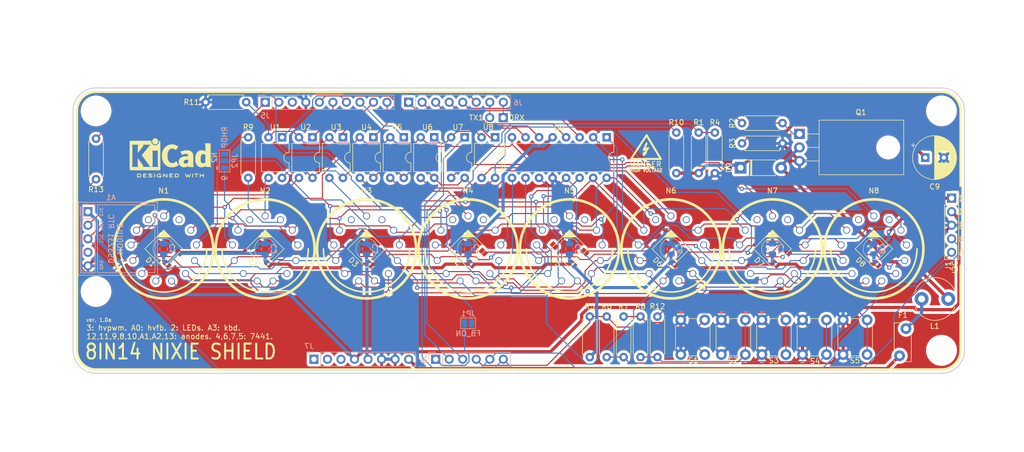
<source format=kicad_pcb>
(kicad_pcb (version 20171130) (host pcbnew "(5.1.6-0)")
  (layers (0 F.Cu signal) (31 B.Cu signal) (34 B.Paste user) (35 F.Paste user) (36 B.SilkS user) (37 F.SilkS user) (38 B.Mask user) (39 F.Mask user) (44 Edge.Cuts user))
  (net 0 "")
  (net 1 GND)
  (net 2 +5V)
  (net 3 "Net-(D1-Pad2)")
  (net 4 "Net-(D3-Pad2)")
  (net 5 "Net-(Q1-Pad1)")
  (net 6 +3V3)
  (net 7 /D2)
  (net 8 /D4)
  (net 9 /D5)
  (net 10 /D6)
  (net 11 /D7)
  (net 12 /A3)
  (net 13 /A4)
  (net 14 /A5)
  (net 15 /VIN)
  (net 16 "Net-(F1-Pad2)")
  (net 17 /D0)
  (net 18 /D1)
  (net 19 /A2)
  (net 20 /A1)
  (net 21 /A0)
  (net 22 "Net-(JP1-Pad1)")
  (net 23 "Net-(D2-Pad2)")
  (net 24 "Net-(R10-Pad2)")
  (net 25 "Net-(R11-Pad1)")
  (net 26 /ACTL_1)
  (net 27 /ACTL_2)
  (net 28 /ACTL_3)
  (net 29 /ACTL_4)
  (net 30 /BOOST_PWM)
  (net 31 "Net-(R7-Pad2)")
  (net 32 /NixieCtl/ANODE_1)
  (net 33 /NixieCtl/CATHODE_2)
  (net 34 /NixieCtl/CATHODE_3)
  (net 35 /NixieCtl/CATHODE_4)
  (net 36 /NixieCtl/CATHODE_5)
  (net 37 /NixieCtl/CATHODE_6)
  (net 38 /NixieCtl/CATHODE_7)
  (net 39 /NixieCtl/CATHODE_8)
  (net 40 /NixieCtl/CATHODE_9)
  (net 41 /NixieCtl/CATHODE_0)
  (net 42 /NixieCtl/CATHODE_1)
  (net 43 /NixieCtl/ANODE_2)
  (net 44 /NixieCtl/ANODE_3)
  (net 45 /NixieCtl/ANODE_4)
  (net 46 "Net-(D4-Pad2)")
  (net 47 "Net-(R6-Pad2)")
  (net 48 /+HV)
  (net 49 "Net-(D5-Pad2)")
  (net 50 "Net-(D6-Pad2)")
  (net 51 "Net-(D7-Pad2)")
  (net 52 "Net-(D9-Pad2)")
  (net 53 /ACTL_5)
  (net 54 /ACTL_8)
  (net 55 /NixieCtl/ANODE_5)
  (net 56 /NixieCtl/ANODE_6)
  (net 57 /NixieCtl/ANODE_7)
  (net 58 /NixieCtl/ANODE_8)
  (net 59 "Net-(R12-Pad1)")
  (net 60 "Net-(R12-Pad2)")
  (net 61 "Net-(JP2-Pad1)")
  (net 62 "Net-(JP2-Pad3)")
  (net 63 "Net-(D1-Pad4)")
  (net 64 "Net-(N2-PadRHDP)")
  (module 8IN14Lib:Symbol_HighVoltage_Type2_SilkScreen_VerySmall (layer F.Cu) (at 263.398 125.095)
    (fp_text reference REF** hide)
    (fp_text value Symbol_HighVoltage_Type2_SilkScreen_VerySmall hide)
    (fp_text user DANGER (at -0.127 1.27) (layer F.SilkS))
    (fp_text user "HIGH VOLTAGE" (at -0.127 2.413) (layer F.SilkS) (effects (font (size 0.6 0.6))))
  )
  (module Jumper:SolderJumper-3_P1.3mm_Open_Pad1.0x1.5mm (layer B.Cu) (at 184.15 125.73 90)
    (fp_text reference JP2 (at 0 1.905 90) (layer B.SilkS) (effects (justify mirror)))
    (fp_text value 9/RHDP)
    (fp_text user 9 (at -3.175 0 270) (layer B.SilkS) (effects (justify mirror)))
    (fp_text user RHDP (at 4.445 0 270) (layer B.SilkS) (effects (justify mirror)))
    (fp_text user N2 (at 0.635 -1.905 90) (layer B.SilkS) (effects (justify mirror)))
    (pad 1 smd rect (at -1.3 0 90) (size 1 1.5) (layers B.Cu B.Mask) (net 61 "Net-(JP2-Pad1)"))
    (pad 2 smd rect (at 0 0 90) (size 1 1.5) (layers B.Cu B.Mask) (net 40 /NixieCtl/CATHODE_9))
    (pad 3 smd rect (at 1.3 0 90) (size 1 1.5) (layers B.Cu B.Mask) (net 62 "Net-(JP2-Pad3)"))
  )
  (module 8IN14Lib:IN-14new (layer F.Cu) (at 306.07 142.24 180)
    (fp_text reference N8 (at 0 10.922 180) (layer F.SilkS))
    (fp_text value IN-14)
    (pad RHDP thru_hole circle (at -2.87528 5.47878 180) (size 1.3 1.3) (drill 1) (layers *.Cu *.Mask) (clearance 0.4))
    (pad LHDP thru_hole circle (at 2.87528 5.47878 180) (size 1.3 1.3) (drill 1) (layers *.Cu *.Mask) (clearance 0.4))
    (pad A thru_hole circle (at 0 6.18744 180) (size 1.3 1.3) (drill 1) (layers *.Cu *.Mask) (net 58 /NixieCtl/ANODE_8) (clearance 0.4))
    (pad 2 thru_hole circle (at 6.14426 0.74422 180) (size 1.3 1.3) (drill 1) (layers *.Cu *.Mask) (net 33 /NixieCtl/CATHODE_2) (clearance 0.4))
    (pad 3 thru_hole circle (at 5.78612 -2.19456 180) (size 1.3 1.3) (drill 1) (layers *.Cu *.Mask) (net 34 /NixieCtl/CATHODE_3) (clearance 0.4))
    (pad 4 thru_hole circle (at 4.10464 -4.63296 180) (size 1.3 1.3) (drill 1) (layers *.Cu *.Mask) (net 35 /NixieCtl/CATHODE_4) (clearance 0.4))
    (pad 5 thru_hole circle (at 1.48082 -6.00964 180) (size 1.3 1.3) (drill 1) (layers *.Cu *.Mask) (net 36 /NixieCtl/CATHODE_5) (clearance 0.4))
    (pad 6 thru_hole circle (at -1.48082 -6.00964 180) (size 1.3 1.3) (drill 1) (layers *.Cu *.Mask) (net 37 /NixieCtl/CATHODE_6) (clearance 0.4))
    (pad 7 thru_hole circle (at -4.10464 -4.63296 180) (size 1.3 1.3) (drill 1) (layers *.Cu *.Mask) (net 38 /NixieCtl/CATHODE_7) (clearance 0.4))
    (pad 8 thru_hole circle (at -5.78612 -2.19456 180) (size 1.3 1.3) (drill 1) (layers *.Cu *.Mask) (net 39 /NixieCtl/CATHODE_8) (clearance 0.4))
    (pad 9 thru_hole circle (at -6.14426 0.74422 180) (size 1.3 1.3) (drill 1) (layers *.Cu *.Mask) (net 40 /NixieCtl/CATHODE_9) (clearance 0.4))
    (pad 0 thru_hole circle (at -5.0927 3.51536 180) (size 1.3 1.3) (drill 1) (layers *.Cu *.Mask) (net 41 /NixieCtl/CATHODE_0) (clearance 0.4))
    (pad 1 thru_hole circle (at 5.0927 3.51536 180) (size 1.3 1.3) (drill 1) (layers *.Cu *.Mask) (net 42 /NixieCtl/CATHODE_1) (clearance 0.4))
  )
  (module 8IN14Lib:IN-14new (layer F.Cu) (at 287.02 142.24 180)
    (fp_text reference N7 (at 0 10.922 180) (layer F.SilkS))
    (fp_text value IN-14)
    (pad RHDP thru_hole circle (at -2.87528 5.47878 180) (size 1.3 1.3) (drill 1) (layers *.Cu *.Mask) (clearance 0.4))
    (pad LHDP thru_hole circle (at 2.87528 5.47878 180) (size 1.3 1.3) (drill 1) (layers *.Cu *.Mask) (clearance 0.4))
    (pad A thru_hole circle (at 0 6.18744 180) (size 1.3 1.3) (drill 1) (layers *.Cu *.Mask) (net 57 /NixieCtl/ANODE_7) (clearance 0.4))
    (pad 2 thru_hole circle (at 6.14426 0.74422 180) (size 1.3 1.3) (drill 1) (layers *.Cu *.Mask) (net 33 /NixieCtl/CATHODE_2) (clearance 0.4))
    (pad 3 thru_hole circle (at 5.78612 -2.19456 180) (size 1.3 1.3) (drill 1) (layers *.Cu *.Mask) (net 34 /NixieCtl/CATHODE_3) (clearance 0.4))
    (pad 4 thru_hole circle (at 4.10464 -4.63296 180) (size 1.3 1.3) (drill 1) (layers *.Cu *.Mask) (net 35 /NixieCtl/CATHODE_4) (clearance 0.4))
    (pad 5 thru_hole circle (at 1.48082 -6.00964 180) (size 1.3 1.3) (drill 1) (layers *.Cu *.Mask) (net 36 /NixieCtl/CATHODE_5) (clearance 0.4))
    (pad 6 thru_hole circle (at -1.48082 -6.00964 180) (size 1.3 1.3) (drill 1) (layers *.Cu *.Mask) (net 37 /NixieCtl/CATHODE_6) (clearance 0.4))
    (pad 7 thru_hole circle (at -4.10464 -4.63296 180) (size 1.3 1.3) (drill 1) (layers *.Cu *.Mask) (net 38 /NixieCtl/CATHODE_7) (clearance 0.4))
    (pad 8 thru_hole circle (at -5.78612 -2.19456 180) (size 1.3 1.3) (drill 1) (layers *.Cu *.Mask) (net 39 /NixieCtl/CATHODE_8) (clearance 0.4))
    (pad 9 thru_hole circle (at -6.14426 0.74422 180) (size 1.3 1.3) (drill 1) (layers *.Cu *.Mask) (net 40 /NixieCtl/CATHODE_9) (clearance 0.4))
    (pad 0 thru_hole circle (at -5.0927 3.51536 180) (size 1.3 1.3) (drill 1) (layers *.Cu *.Mask) (net 41 /NixieCtl/CATHODE_0) (clearance 0.4))
    (pad 1 thru_hole circle (at 5.0927 3.51536 180) (size 1.3 1.3) (drill 1) (layers *.Cu *.Mask) (net 42 /NixieCtl/CATHODE_1) (clearance 0.4))
  )
  (module 8IN14Lib:IN-14new (layer F.Cu) (at 267.97 142.24 180)
    (fp_text reference N6 (at 0 10.922 180) (layer F.SilkS))
    (fp_text value IN-14)
    (pad RHDP thru_hole circle (at -2.87528 5.47878 180) (size 1.3 1.3) (drill 1) (layers *.Cu *.Mask) (clearance 0.4))
    (pad LHDP thru_hole circle (at 2.87528 5.47878 180) (size 1.3 1.3) (drill 1) (layers *.Cu *.Mask) (clearance 0.4))
    (pad A thru_hole circle (at 0 6.18744 180) (size 1.3 1.3) (drill 1) (layers *.Cu *.Mask) (net 56 /NixieCtl/ANODE_6) (clearance 0.4))
    (pad 2 thru_hole circle (at 6.14426 0.74422 180) (size 1.3 1.3) (drill 1) (layers *.Cu *.Mask) (net 33 /NixieCtl/CATHODE_2) (clearance 0.4))
    (pad 3 thru_hole circle (at 5.78612 -2.19456 180) (size 1.3 1.3) (drill 1) (layers *.Cu *.Mask) (net 34 /NixieCtl/CATHODE_3) (clearance 0.4))
    (pad 4 thru_hole circle (at 4.10464 -4.63296 180) (size 1.3 1.3) (drill 1) (layers *.Cu *.Mask) (net 35 /NixieCtl/CATHODE_4) (clearance 0.4))
    (pad 5 thru_hole circle (at 1.48082 -6.00964 180) (size 1.3 1.3) (drill 1) (layers *.Cu *.Mask) (net 36 /NixieCtl/CATHODE_5) (clearance 0.4))
    (pad 6 thru_hole circle (at -1.48082 -6.00964 180) (size 1.3 1.3) (drill 1) (layers *.Cu *.Mask) (net 37 /NixieCtl/CATHODE_6) (clearance 0.4))
    (pad 7 thru_hole circle (at -4.10464 -4.63296 180) (size 1.3 1.3) (drill 1) (layers *.Cu *.Mask) (net 38 /NixieCtl/CATHODE_7) (clearance 0.4))
    (pad 8 thru_hole circle (at -5.78612 -2.19456 180) (size 1.3 1.3) (drill 1) (layers *.Cu *.Mask) (net 39 /NixieCtl/CATHODE_8) (clearance 0.4))
    (pad 9 thru_hole circle (at -6.14426 0.74422 180) (size 1.3 1.3) (drill 1) (layers *.Cu *.Mask) (net 40 /NixieCtl/CATHODE_9) (clearance 0.4))
    (pad 0 thru_hole circle (at -5.0927 3.51536 180) (size 1.3 1.3) (drill 1) (layers *.Cu *.Mask) (net 41 /NixieCtl/CATHODE_0) (clearance 0.4))
    (pad 1 thru_hole circle (at 5.0927 3.51536 180) (size 1.3 1.3) (drill 1) (layers *.Cu *.Mask) (net 42 /NixieCtl/CATHODE_1) (clearance 0.4))
  )
  (module 8IN14Lib:IN-14new (layer F.Cu) (at 248.92 142.24 180)
    (fp_text reference N5 (at 0 10.922 180) (layer F.SilkS))
    (fp_text value IN-14)
    (pad RHDP thru_hole circle (at -2.87528 5.47878 180) (size 1.3 1.3) (drill 1) (layers *.Cu *.Mask) (clearance 0.4))
    (pad LHDP thru_hole circle (at 2.87528 5.47878 180) (size 1.3 1.3) (drill 1) (layers *.Cu *.Mask) (clearance 0.4))
    (pad A thru_hole circle (at 0 6.18744 180) (size 1.3 1.3) (drill 1) (layers *.Cu *.Mask) (net 55 /NixieCtl/ANODE_5) (clearance 0.4))
    (pad 2 thru_hole circle (at 6.14426 0.74422 180) (size 1.3 1.3) (drill 1) (layers *.Cu *.Mask) (net 33 /NixieCtl/CATHODE_2) (clearance 0.4))
    (pad 3 thru_hole circle (at 5.78612 -2.19456 180) (size 1.3 1.3) (drill 1) (layers *.Cu *.Mask) (net 34 /NixieCtl/CATHODE_3) (clearance 0.4))
    (pad 4 thru_hole circle (at 4.10464 -4.63296 180) (size 1.3 1.3) (drill 1) (layers *.Cu *.Mask) (net 35 /NixieCtl/CATHODE_4) (clearance 0.4))
    (pad 5 thru_hole circle (at 1.48082 -6.00964 180) (size 1.3 1.3) (drill 1) (layers *.Cu *.Mask) (net 36 /NixieCtl/CATHODE_5) (clearance 0.4))
    (pad 6 thru_hole circle (at -1.48082 -6.00964 180) (size 1.3 1.3) (drill 1) (layers *.Cu *.Mask) (net 37 /NixieCtl/CATHODE_6) (clearance 0.4))
    (pad 7 thru_hole circle (at -4.10464 -4.63296 180) (size 1.3 1.3) (drill 1) (layers *.Cu *.Mask) (net 38 /NixieCtl/CATHODE_7) (clearance 0.4))
    (pad 8 thru_hole circle (at -5.78612 -2.19456 180) (size 1.3 1.3) (drill 1) (layers *.Cu *.Mask) (net 39 /NixieCtl/CATHODE_8) (clearance 0.4))
    (pad 9 thru_hole circle (at -6.14426 0.74422 180) (size 1.3 1.3) (drill 1) (layers *.Cu *.Mask) (net 40 /NixieCtl/CATHODE_9) (clearance 0.4))
    (pad 0 thru_hole circle (at -5.0927 3.51536 180) (size 1.3 1.3) (drill 1) (layers *.Cu *.Mask) (net 41 /NixieCtl/CATHODE_0) (clearance 0.4))
    (pad 1 thru_hole circle (at 5.0927 3.51536 180) (size 1.3 1.3) (drill 1) (layers *.Cu *.Mask) (net 42 /NixieCtl/CATHODE_1) (clearance 0.4))
  )
  (module 8IN14Lib:IN-14new (layer F.Cu) (at 229.87 142.24 180)
    (fp_text reference N4 (at 0 10.922 180) (layer F.SilkS))
    (fp_text value IN-14)
    (pad RHDP thru_hole circle (at -2.87528 5.47878 180) (size 1.3 1.3) (drill 1) (layers *.Cu *.Mask) (clearance 0.4))
    (pad LHDP thru_hole circle (at 2.87528 5.47878 180) (size 1.3 1.3) (drill 1) (layers *.Cu *.Mask) (clearance 0.4))
    (pad A thru_hole circle (at 0 6.18744 180) (size 1.3 1.3) (drill 1) (layers *.Cu *.Mask) (net 45 /NixieCtl/ANODE_4) (clearance 0.4))
    (pad 2 thru_hole circle (at 6.14426 0.74422 180) (size 1.3 1.3) (drill 1) (layers *.Cu *.Mask) (net 33 /NixieCtl/CATHODE_2) (clearance 0.4))
    (pad 3 thru_hole circle (at 5.78612 -2.19456 180) (size 1.3 1.3) (drill 1) (layers *.Cu *.Mask) (net 34 /NixieCtl/CATHODE_3) (clearance 0.4))
    (pad 4 thru_hole circle (at 4.10464 -4.63296 180) (size 1.3 1.3) (drill 1) (layers *.Cu *.Mask) (net 35 /NixieCtl/CATHODE_4) (clearance 0.4))
    (pad 5 thru_hole circle (at 1.48082 -6.00964 180) (size 1.3 1.3) (drill 1) (layers *.Cu *.Mask) (net 36 /NixieCtl/CATHODE_5) (clearance 0.4))
    (pad 6 thru_hole circle (at -1.48082 -6.00964 180) (size 1.3 1.3) (drill 1) (layers *.Cu *.Mask) (net 37 /NixieCtl/CATHODE_6) (clearance 0.4))
    (pad 7 thru_hole circle (at -4.10464 -4.63296 180) (size 1.3 1.3) (drill 1) (layers *.Cu *.Mask) (net 38 /NixieCtl/CATHODE_7) (clearance 0.4))
    (pad 8 thru_hole circle (at -5.78612 -2.19456 180) (size 1.3 1.3) (drill 1) (layers *.Cu *.Mask) (net 39 /NixieCtl/CATHODE_8) (clearance 0.4))
    (pad 9 thru_hole circle (at -6.14426 0.74422 180) (size 1.3 1.3) (drill 1) (layers *.Cu *.Mask) (net 40 /NixieCtl/CATHODE_9) (clearance 0.4))
    (pad 0 thru_hole circle (at -5.0927 3.51536 180) (size 1.3 1.3) (drill 1) (layers *.Cu *.Mask) (net 41 /NixieCtl/CATHODE_0) (clearance 0.4))
    (pad 1 thru_hole circle (at 5.0927 3.51536 180) (size 1.3 1.3) (drill 1) (layers *.Cu *.Mask) (net 42 /NixieCtl/CATHODE_1) (clearance 0.4))
  )
  (module 8IN14Lib:IN-14new (layer F.Cu) (at 210.82 142.24 180)
    (fp_text reference N3 (at 0 10.922 180) (layer F.SilkS))
    (fp_text value IN-14)
    (pad RHDP thru_hole circle (at -2.87528 5.47878 180) (size 1.3 1.3) (drill 1) (layers *.Cu *.Mask) (clearance 0.4))
    (pad LHDP thru_hole circle (at 2.87528 5.47878 180) (size 1.3 1.3) (drill 1) (layers *.Cu *.Mask) (clearance 0.4))
    (pad A thru_hole circle (at 0 6.18744 180) (size 1.3 1.3) (drill 1) (layers *.Cu *.Mask) (net 44 /NixieCtl/ANODE_3) (clearance 0.4))
    (pad 2 thru_hole circle (at 6.14426 0.74422 180) (size 1.3 1.3) (drill 1) (layers *.Cu *.Mask) (net 33 /NixieCtl/CATHODE_2) (clearance 0.4))
    (pad 3 thru_hole circle (at 5.78612 -2.19456 180) (size 1.3 1.3) (drill 1) (layers *.Cu *.Mask) (net 34 /NixieCtl/CATHODE_3) (clearance 0.4))
    (pad 4 thru_hole circle (at 4.10464 -4.63296 180) (size 1.3 1.3) (drill 1) (layers *.Cu *.Mask) (net 35 /NixieCtl/CATHODE_4) (clearance 0.4))
    (pad 5 thru_hole circle (at 1.48082 -6.00964 180) (size 1.3 1.3) (drill 1) (layers *.Cu *.Mask) (net 36 /NixieCtl/CATHODE_5) (clearance 0.4))
    (pad 6 thru_hole circle (at -1.48082 -6.00964 180) (size 1.3 1.3) (drill 1) (layers *.Cu *.Mask) (net 37 /NixieCtl/CATHODE_6) (clearance 0.4))
    (pad 7 thru_hole circle (at -4.10464 -4.63296 180) (size 1.3 1.3) (drill 1) (layers *.Cu *.Mask) (net 38 /NixieCtl/CATHODE_7) (clearance 0.4))
    (pad 8 thru_hole circle (at -5.78612 -2.19456 180) (size 1.3 1.3) (drill 1) (layers *.Cu *.Mask) (net 39 /NixieCtl/CATHODE_8) (clearance 0.4))
    (pad 9 thru_hole circle (at -6.14426 0.74422 180) (size 1.3 1.3) (drill 1) (layers *.Cu *.Mask) (net 40 /NixieCtl/CATHODE_9) (clearance 0.4))
    (pad 0 thru_hole circle (at -5.0927 3.51536 180) (size 1.3 1.3) (drill 1) (layers *.Cu *.Mask) (net 41 /NixieCtl/CATHODE_0) (clearance 0.4))
    (pad 1 thru_hole circle (at 5.0927 3.51536 180) (size 1.3 1.3) (drill 1) (layers *.Cu *.Mask) (net 42 /NixieCtl/CATHODE_1) (clearance 0.4))
  )
  (module 8IN14Lib:IN-14new (layer F.Cu) (at 191.77 142.24 180)
    (fp_text reference N2 (at 0 10.922 180) (layer F.SilkS))
    (fp_text value IN-14)
    (pad RHDP thru_hole circle (at -2.87528 5.47878 180) (size 1.3 1.3) (drill 1) (layers *.Cu *.Mask) (net 64 "Net-(N2-PadRHDP)") (clearance 0.4))
    (pad LHDP thru_hole circle (at 2.87528 5.47878 180) (size 1.3 1.3) (drill 1) (layers *.Cu *.Mask) (clearance 0.4))
    (pad A thru_hole circle (at 0 6.18744 180) (size 1.3 1.3) (drill 1) (layers *.Cu *.Mask) (net 43 /NixieCtl/ANODE_2) (clearance 0.4))
    (pad 2 thru_hole circle (at 6.14426 0.74422 180) (size 1.3 1.3) (drill 1) (layers *.Cu *.Mask) (net 33 /NixieCtl/CATHODE_2) (clearance 0.4))
    (pad 3 thru_hole circle (at 5.78612 -2.19456 180) (size 1.3 1.3) (drill 1) (layers *.Cu *.Mask) (net 34 /NixieCtl/CATHODE_3) (clearance 0.4))
    (pad 4 thru_hole circle (at 4.10464 -4.63296 180) (size 1.3 1.3) (drill 1) (layers *.Cu *.Mask) (net 35 /NixieCtl/CATHODE_4) (clearance 0.4))
    (pad 5 thru_hole circle (at 1.48082 -6.00964 180) (size 1.3 1.3) (drill 1) (layers *.Cu *.Mask) (net 36 /NixieCtl/CATHODE_5) (clearance 0.4))
    (pad 6 thru_hole circle (at -1.48082 -6.00964 180) (size 1.3 1.3) (drill 1) (layers *.Cu *.Mask) (net 37 /NixieCtl/CATHODE_6) (clearance 0.4))
    (pad 7 thru_hole circle (at -4.10464 -4.63296 180) (size 1.3 1.3) (drill 1) (layers *.Cu *.Mask) (net 38 /NixieCtl/CATHODE_7) (clearance 0.4))
    (pad 8 thru_hole circle (at -5.78612 -2.19456 180) (size 1.3 1.3) (drill 1) (layers *.Cu *.Mask) (net 39 /NixieCtl/CATHODE_8) (clearance 0.4))
    (pad 9 thru_hole circle (at -6.14426 0.74422 180) (size 1.3 1.3) (drill 1) (layers *.Cu *.Mask) (net 61 "Net-(JP2-Pad1)") (clearance 0.4))
    (pad 0 thru_hole circle (at -5.0927 3.51536 180) (size 1.3 1.3) (drill 1) (layers *.Cu *.Mask) (net 41 /NixieCtl/CATHODE_0) (clearance 0.4))
    (pad 1 thru_hole circle (at 5.0927 3.51536 180) (size 1.3 1.3) (drill 1) (layers *.Cu *.Mask) (net 42 /NixieCtl/CATHODE_1) (clearance 0.4))
  )
  (module 8IN14Lib:IN-14new (layer F.Cu) (at 172.72 142.24 180)
    (fp_text reference N1 (at 0 10.922 180) (layer F.SilkS))
    (fp_text value IN-14)
    (pad RHDP thru_hole circle (at -2.87528 5.47878 180) (size 1.3 1.3) (drill 1) (layers *.Cu *.Mask) (clearance 0.4))
    (pad LHDP thru_hole circle (at 2.87528 5.47878 180) (size 1.3 1.3) (drill 1) (layers *.Cu *.Mask) (clearance 0.4))
    (pad A thru_hole circle (at 0 6.18744 180) (size 1.3 1.3) (drill 1) (layers *.Cu *.Mask) (net 32 /NixieCtl/ANODE_1) (clearance 0.4))
    (pad 2 thru_hole circle (at 6.14426 0.74422 180) (size 1.3 1.3) (drill 1) (layers *.Cu *.Mask) (net 33 /NixieCtl/CATHODE_2) (clearance 0.4))
    (pad 3 thru_hole circle (at 5.78612 -2.19456 180) (size 1.3 1.3) (drill 1) (layers *.Cu *.Mask) (net 34 /NixieCtl/CATHODE_3) (clearance 0.4))
    (pad 4 thru_hole circle (at 4.10464 -4.63296 180) (size 1.3 1.3) (drill 1) (layers *.Cu *.Mask) (net 35 /NixieCtl/CATHODE_4) (clearance 0.4))
    (pad 5 thru_hole circle (at 1.48082 -6.00964 180) (size 1.3 1.3) (drill 1) (layers *.Cu *.Mask) (net 36 /NixieCtl/CATHODE_5) (clearance 0.4))
    (pad 6 thru_hole circle (at -1.48082 -6.00964 180) (size 1.3 1.3) (drill 1) (layers *.Cu *.Mask) (net 37 /NixieCtl/CATHODE_6) (clearance 0.4))
    (pad 7 thru_hole circle (at -4.10464 -4.63296 180) (size 1.3 1.3) (drill 1) (layers *.Cu *.Mask) (net 38 /NixieCtl/CATHODE_7) (clearance 0.4))
    (pad 8 thru_hole circle (at -5.78612 -2.19456 180) (size 1.3 1.3) (drill 1) (layers *.Cu *.Mask) (net 39 /NixieCtl/CATHODE_8) (clearance 0.4))
    (pad 9 thru_hole circle (at -6.14426 0.74422 180) (size 1.3 1.3) (drill 1) (layers *.Cu *.Mask) (net 40 /NixieCtl/CATHODE_9) (clearance 0.4))
    (pad 0 thru_hole circle (at -5.0927 3.51536 180) (size 1.3 1.3) (drill 1) (layers *.Cu *.Mask) (net 41 /NixieCtl/CATHODE_0) (clearance 0.4))
    (pad 1 thru_hole circle (at 5.0927 3.51536 180) (size 1.3 1.3) (drill 1) (layers *.Cu *.Mask) (net 42 /NixieCtl/CATHODE_1) (clearance 0.4))
  )
  (module Resistor_THT:R_Axial_DIN0207_L6.3mm_D2.5mm_P7.62mm_Horizontal (layer F.Cu) (at 188.595 121.285 270)
    (fp_text reference R9 (at -1.905 0 180) (layer F.SilkS))
    (fp_text value 4k7)
    (pad 2 thru_hole oval (at 7.62 0 270) (size 1.6 1.6) (drill 0.8) (layers *.Cu *.Mask) (net 64 "Net-(N2-PadRHDP)"))
    (pad 1 thru_hole circle (at 0 0 270) (size 1.6 1.6) (drill 0.8) (layers *.Cu *.Mask) (net 62 "Net-(JP2-Pad3)"))
  )
  (module Button_Switch_THT:SW_PUSH_6mm_H4.3mm (layer F.Cu) (at 304.8 155.575 270)
    (fp_text reference S5 (at 7.62 2.286 180) (layer F.SilkS))
    (fp_text value SW_Push)
    (pad 1 thru_hole circle (at 6.5 0) (size 2 2) (drill 1.1) (layers *.Cu *.Mask) (net 60 "Net-(R12-Pad2)"))
    (pad 2 thru_hole circle (at 6.5 4.5) (size 2 2) (drill 1.1) (layers *.Cu *.Mask) (net 1 GND))
    (pad 1 thru_hole circle (at 0 0) (size 2 2) (drill 1.1) (layers *.Cu *.Mask) (net 60 "Net-(R12-Pad2)"))
    (pad 2 thru_hole circle (at 0 4.5) (size 2 2) (drill 1.1) (layers *.Cu *.Mask) (net 1 GND))
  )
  (module Button_Switch_THT:SW_PUSH_6mm_H4.3mm (layer F.Cu) (at 297.18 155.575 270)
    (fp_text reference S4 (at 7.747 2.159 180) (layer F.SilkS))
    (fp_text value SW_Push)
    (pad 1 thru_hole circle (at 6.5 0) (size 2 2) (drill 1.1) (layers *.Cu *.Mask) (net 59 "Net-(R12-Pad1)"))
    (pad 2 thru_hole circle (at 6.5 4.5) (size 2 2) (drill 1.1) (layers *.Cu *.Mask) (net 1 GND))
    (pad 1 thru_hole circle (at 0 0) (size 2 2) (drill 1.1) (layers *.Cu *.Mask) (net 59 "Net-(R12-Pad1)"))
    (pad 2 thru_hole circle (at 0 4.5) (size 2 2) (drill 1.1) (layers *.Cu *.Mask) (net 1 GND))
  )
  (module Resistor_THT:R_Axial_DIN0207_L6.3mm_D2.5mm_P7.62mm_Horizontal (layer F.Cu) (at 265.43 162.56 90)
    (fp_text reference R12 (at 9.525 0 180) (layer F.SilkS))
    (fp_text value 10k)
    (pad 2 thru_hole oval (at 7.62 0 90) (size 1.6 1.6) (drill 0.8) (layers *.Cu *.Mask) (net 60 "Net-(R12-Pad2)"))
    (pad 1 thru_hole circle (at 0 0 90) (size 1.6 1.6) (drill 0.8) (layers *.Cu *.Mask) (net 59 "Net-(R12-Pad1)"))
  )
  (module Resistor_THT:R_Axial_DIN0207_L6.3mm_D2.5mm_P7.62mm_Horizontal (layer F.Cu) (at 262.255 154.94 270)
    (fp_text reference R8 (at -1.905 0 180) (layer F.SilkS))
    (fp_text value 10k)
    (pad 2 thru_hole oval (at 7.62 0 270) (size 1.6 1.6) (drill 0.8) (layers *.Cu *.Mask) (net 59 "Net-(R12-Pad1)"))
    (pad 1 thru_hole circle (at 0 0 270) (size 1.6 1.6) (drill 0.8) (layers *.Cu *.Mask) (net 31 "Net-(R7-Pad2)"))
  )
  (module Resistor_THT:R_Axial_DIN0207_L6.3mm_D2.5mm_P7.62mm_Horizontal (layer F.Cu) (at 288.925 118.618 180)
    (fp_text reference R2 (at 9.398 0 90) (layer F.SilkS))
    (fp_text value 22)
    (pad 2 thru_hole oval (at 7.62 0 180) (size 1.6 1.6) (drill 0.8) (layers *.Cu *.Mask) (net 30 /BOOST_PWM))
    (pad 1 thru_hole circle (at 0 0 180) (size 1.6 1.6) (drill 0.8) (layers *.Cu *.Mask) (net 5 "Net-(Q1-Pad1)"))
  )
  (module Diode_THT:D_DO-41_SOD81_P7.62mm_Horizontal (layer F.Cu) (at 281.051 127)
    (fp_text reference D9 (at -2.159 0 270) (layer F.SilkS))
    (fp_text value HER106)
    (pad 2 thru_hole oval (at 7.62 0) (size 2.2 2.2) (drill 1.1) (layers *.Cu *.Mask) (net 52 "Net-(D9-Pad2)"))
    (pad 1 thru_hole rect (at 0 0) (size 2.2 2.2) (drill 1.1) (layers *.Cu *.Mask) (net 48 /+HV))
  )
  (module Package_TO_SOT_THT:TO-220-3_Horizontal_TabDown (layer F.Cu) (at 292.1 120.65 270)
    (fp_text reference Q1 (at -4.064 -11.557 180) (layer F.SilkS))
    (fp_text value IRF740)
    (pad 3 thru_hole oval (at 5.08 0 270) (size 1.905 2) (drill 1.1) (layers *.Cu *.Mask) (net 1 GND))
    (pad 2 thru_hole oval (at 2.54 0 270) (size 1.905 2) (drill 1.1) (layers *.Cu *.Mask) (net 52 "Net-(D9-Pad2)"))
    (pad 1 thru_hole rect (at 0 0 270) (size 1.905 2) (drill 1.1) (layers *.Cu *.Mask) (net 5 "Net-(Q1-Pad1)"))
    (pad "" np_thru_hole oval (at 2.54 -16.66 270) (size 3.5 3.5) (drill 3.5) (layers *.Cu *.Mask))
  )
  (module Package_DIP:DIP-4_W7.62mm (layer F.Cu) (at 234.95 121.285 270)
    (fp_text reference U8 (at -1.905 1.27 180) (layer F.SilkS))
    (fp_text value TLP627)
    (pad 4 thru_hole oval (at 7.62 0 270) (size 1.6 1.6) (drill 0.8) (layers *.Cu *.Mask) (net 24 "Net-(R10-Pad2)"))
    (pad 2 thru_hole oval (at 0 2.54 270) (size 1.6 1.6) (drill 0.8) (layers *.Cu *.Mask) (net 25 "Net-(R11-Pad1)"))
    (pad 3 thru_hole oval (at 7.62 2.54 270) (size 1.6 1.6) (drill 0.8) (layers *.Cu *.Mask) (net 58 /NixieCtl/ANODE_8))
    (pad 1 thru_hole rect (at 0 0 270) (size 1.6 1.6) (drill 0.8) (layers *.Cu *.Mask) (net 54 /ACTL_8))
  )
  (module Package_DIP:DIP-4_W7.62mm (layer F.Cu) (at 229.235 121.285 270)
    (fp_text reference U7 (at -1.905 1.27 180) (layer F.SilkS))
    (fp_text value TLP627)
    (pad 4 thru_hole oval (at 7.62 0 270) (size 1.6 1.6) (drill 0.8) (layers *.Cu *.Mask) (net 24 "Net-(R10-Pad2)"))
    (pad 2 thru_hole oval (at 0 2.54 270) (size 1.6 1.6) (drill 0.8) (layers *.Cu *.Mask) (net 25 "Net-(R11-Pad1)"))
    (pad 3 thru_hole oval (at 7.62 2.54 270) (size 1.6 1.6) (drill 0.8) (layers *.Cu *.Mask) (net 57 /NixieCtl/ANODE_7))
    (pad 1 thru_hole rect (at 0 0 270) (size 1.6 1.6) (drill 0.8) (layers *.Cu *.Mask) (net 19 /A2))
  )
  (module Package_DIP:DIP-4_W7.62mm (layer F.Cu) (at 223.52 121.285 270)
    (fp_text reference U6 (at -1.905 1.27 180) (layer F.SilkS))
    (fp_text value TLP627)
    (pad 4 thru_hole oval (at 7.62 0 270) (size 1.6 1.6) (drill 0.8) (layers *.Cu *.Mask) (net 24 "Net-(R10-Pad2)"))
    (pad 2 thru_hole oval (at 0 2.54 270) (size 1.6 1.6) (drill 0.8) (layers *.Cu *.Mask) (net 25 "Net-(R11-Pad1)"))
    (pad 3 thru_hole oval (at 7.62 2.54 270) (size 1.6 1.6) (drill 0.8) (layers *.Cu *.Mask) (net 56 /NixieCtl/ANODE_6))
    (pad 1 thru_hole rect (at 0 0 270) (size 1.6 1.6) (drill 0.8) (layers *.Cu *.Mask) (net 20 /A1))
  )
  (module Package_DIP:DIP-4_W7.62mm (layer F.Cu) (at 217.805 121.285 270)
    (fp_text reference U5 (at -1.905 1.27 180) (layer F.SilkS))
    (fp_text value TLP627)
    (pad 4 thru_hole oval (at 7.62 0 270) (size 1.6 1.6) (drill 0.8) (layers *.Cu *.Mask) (net 24 "Net-(R10-Pad2)"))
    (pad 2 thru_hole oval (at 0 2.54 270) (size 1.6 1.6) (drill 0.8) (layers *.Cu *.Mask) (net 25 "Net-(R11-Pad1)"))
    (pad 3 thru_hole oval (at 7.62 2.54 270) (size 1.6 1.6) (drill 0.8) (layers *.Cu *.Mask) (net 55 /NixieCtl/ANODE_5))
    (pad 1 thru_hole rect (at 0 0 270) (size 1.6 1.6) (drill 0.8) (layers *.Cu *.Mask) (net 53 /ACTL_5))
  )
  (module Package_DIP:DIP-4_W7.62mm (layer F.Cu) (at 212.09 121.285 270)
    (fp_text reference U4 (at -1.905 1.27 180) (layer F.SilkS))
    (fp_text value TLP627)
    (pad 4 thru_hole oval (at 7.62 0 270) (size 1.6 1.6) (drill 0.8) (layers *.Cu *.Mask) (net 24 "Net-(R10-Pad2)"))
    (pad 2 thru_hole oval (at 0 2.54 270) (size 1.6 1.6) (drill 0.8) (layers *.Cu *.Mask) (net 25 "Net-(R11-Pad1)"))
    (pad 3 thru_hole oval (at 7.62 2.54 270) (size 1.6 1.6) (drill 0.8) (layers *.Cu *.Mask) (net 45 /NixieCtl/ANODE_4))
    (pad 1 thru_hole rect (at 0 0 270) (size 1.6 1.6) (drill 0.8) (layers *.Cu *.Mask) (net 29 /ACTL_4))
  )
  (module Package_DIP:DIP-4_W7.62mm (layer F.Cu) (at 206.375 121.285 270)
    (fp_text reference U3 (at -1.905 1.27 180) (layer F.SilkS))
    (fp_text value TLP627)
    (pad 4 thru_hole oval (at 7.62 0 270) (size 1.6 1.6) (drill 0.8) (layers *.Cu *.Mask) (net 24 "Net-(R10-Pad2)"))
    (pad 2 thru_hole oval (at 0 2.54 270) (size 1.6 1.6) (drill 0.8) (layers *.Cu *.Mask) (net 25 "Net-(R11-Pad1)"))
    (pad 3 thru_hole oval (at 7.62 2.54 270) (size 1.6 1.6) (drill 0.8) (layers *.Cu *.Mask) (net 44 /NixieCtl/ANODE_3))
    (pad 1 thru_hole rect (at 0 0 270) (size 1.6 1.6) (drill 0.8) (layers *.Cu *.Mask) (net 28 /ACTL_3))
  )
  (module Package_DIP:DIP-4_W7.62mm (layer F.Cu) (at 194.945 121.285 270)
    (fp_text reference U1 (at -1.905 1.27 180) (layer F.SilkS))
    (fp_text value TLP627)
    (pad 4 thru_hole oval (at 7.62 0 270) (size 1.6 1.6) (drill 0.8) (layers *.Cu *.Mask) (net 24 "Net-(R10-Pad2)"))
    (pad 2 thru_hole oval (at 0 2.54 270) (size 1.6 1.6) (drill 0.8) (layers *.Cu *.Mask) (net 25 "Net-(R11-Pad1)"))
    (pad 3 thru_hole oval (at 7.62 2.54 270) (size 1.6 1.6) (drill 0.8) (layers *.Cu *.Mask) (net 43 /NixieCtl/ANODE_2))
    (pad 1 thru_hole rect (at 0 0 270) (size 1.6 1.6) (drill 0.8) (layers *.Cu *.Mask) (net 27 /ACTL_2))
  )
  (module 8IN14Lib:WS2812B (layer F.Cu) (at 306.07 142.24 135)
    (fp_text reference D8 (at 0 -3.5 135) (layer F.SilkS))
    (fp_text value WS2812B)
    (pad 3 smd rect (at 2.45 1.6 135) (size 1.5 1) (layers F.Cu F.Paste F.Mask) (net 1 GND))
    (pad 4 smd rect (at 2.45 -1.6 135) (size 1.5 1) (layers F.Cu F.Paste F.Mask) (net 51 "Net-(D7-Pad2)"))
    (pad 2 smd rect (at -2.45 1.6 135) (size 1.5 1) (layers F.Cu F.Paste F.Mask))
    (pad 1 smd rect (at -2.45 -1.6 135) (size 1.5 1) (layers F.Cu F.Paste F.Mask) (net 2 +5V))
  )
  (module 8IN14Lib:WS2812B (layer F.Cu) (at 287.02 142.24 135)
    (fp_text reference D7 (at 0 -3.5 135) (layer F.SilkS))
    (fp_text value WS2812B)
    (pad 3 smd rect (at 2.45 1.6 135) (size 1.5 1) (layers F.Cu F.Paste F.Mask) (net 1 GND))
    (pad 4 smd rect (at 2.45 -1.6 135) (size 1.5 1) (layers F.Cu F.Paste F.Mask) (net 50 "Net-(D6-Pad2)"))
    (pad 2 smd rect (at -2.45 1.6 135) (size 1.5 1) (layers F.Cu F.Paste F.Mask) (net 51 "Net-(D7-Pad2)"))
    (pad 1 smd rect (at -2.45 -1.6 135) (size 1.5 1) (layers F.Cu F.Paste F.Mask) (net 2 +5V))
  )
  (module 8IN14Lib:WS2812B (layer F.Cu) (at 267.97 142.24 135)
    (fp_text reference D6 (at 0 -3.5 135) (layer F.SilkS))
    (fp_text value WS2812B)
    (pad 3 smd rect (at 2.45 1.6 135) (size 1.5 1) (layers F.Cu F.Paste F.Mask) (net 1 GND))
    (pad 4 smd rect (at 2.45 -1.6 135) (size 1.5 1) (layers F.Cu F.Paste F.Mask) (net 49 "Net-(D5-Pad2)"))
    (pad 2 smd rect (at -2.45 1.6 135) (size 1.5 1) (layers F.Cu F.Paste F.Mask) (net 50 "Net-(D6-Pad2)"))
    (pad 1 smd rect (at -2.45 -1.6 135) (size 1.5 1) (layers F.Cu F.Paste F.Mask) (net 2 +5V))
  )
  (module 8IN14Lib:WS2812B (layer F.Cu) (at 248.92 142.24 135)
    (fp_text reference D5 (at 0 -3.5 135) (layer F.SilkS))
    (fp_text value WS2812B)
    (pad 3 smd rect (at 2.45 1.6 135) (size 1.5 1) (layers F.Cu F.Paste F.Mask) (net 1 GND))
    (pad 4 smd rect (at 2.45 -1.6 135) (size 1.5 1) (layers F.Cu F.Paste F.Mask) (net 46 "Net-(D4-Pad2)"))
    (pad 2 smd rect (at -2.45 1.6 135) (size 1.5 1) (layers F.Cu F.Paste F.Mask) (net 49 "Net-(D5-Pad2)"))
    (pad 1 smd rect (at -2.45 -1.6 135) (size 1.5 1) (layers F.Cu F.Paste F.Mask) (net 2 +5V))
  )
  (module Capacitor_SMD:C_0805_2012Metric (layer B.Cu) (at 306.07 142.24 90)
    (fp_text reference C8 (at 0 1.65 90) (layer B.SilkS) (effects (justify mirror)))
    (fp_text value 100n)
    (pad 2 smd roundrect (at 0.9375 0 90) (size 0.975 1.4) (layers B.Cu B.Paste B.Mask) (net 1 GND))
    (pad 1 smd roundrect (at -0.9375 0 90) (size 0.975 1.4) (layers B.Cu B.Paste B.Mask) (net 2 +5V))
  )
  (module Capacitor_SMD:C_0805_2012Metric (layer B.Cu) (at 287.02 142.24 90)
    (fp_text reference C7 (at 0 1.65 90) (layer B.SilkS) (effects (justify mirror)))
    (fp_text value 100n)
    (pad 2 smd roundrect (at 0.9375 0 90) (size 0.975 1.4) (layers B.Cu B.Paste B.Mask) (net 1 GND))
    (pad 1 smd roundrect (at -0.9375 0 90) (size 0.975 1.4) (layers B.Cu B.Paste B.Mask) (net 2 +5V))
  )
  (module Capacitor_SMD:C_0805_2012Metric (layer B.Cu) (at 267.97 142.24 90)
    (fp_text reference C6 (at 0 1.65 90) (layer B.SilkS) (effects (justify mirror)))
    (fp_text value 100n)
    (pad 2 smd roundrect (at 0.9375 0 90) (size 0.975 1.4) (layers B.Cu B.Paste B.Mask) (net 1 GND))
    (pad 1 smd roundrect (at -0.9375 0 90) (size 0.975 1.4) (layers B.Cu B.Paste B.Mask) (net 2 +5V))
  )
  (module Capacitor_SMD:C_0805_2012Metric (layer B.Cu) (at 248.92 142.24 90)
    (fp_text reference C5 (at 0 1.65 90) (layer B.SilkS) (effects (justify mirror)))
    (fp_text value 100n)
    (pad 2 smd roundrect (at 0.9375 0 90) (size 0.975 1.4) (layers B.Cu B.Paste B.Mask) (net 1 GND))
    (pad 1 smd roundrect (at -0.9375 0 90) (size 0.975 1.4) (layers B.Cu B.Paste B.Mask) (net 2 +5V))
  )
  (module Connector_PinSocket_2.54mm:PinSocket_1x05_P2.54mm_Vertical (layer F.Cu) (at 320.675 132.715)
    (fp_text reference J1 (at -0.635 12.7 90) (layer F.SilkS))
    (fp_text value I2C (at 0.635 12.954 90) (layer F.SilkS))
    (fp_text user 5V0 (at 1.905 0 90) (layer F.SilkS) (effects (font (size 0.6 0.5) (thickness 0.12))))
    (fp_text user 3V3 (at 1.905 2.54 90) (layer F.SilkS) (effects (font (size 0.6 0.5) (thickness 0.12))))
    (fp_text user GND (at 1.905 5.08 90) (layer F.SilkS) (effects (font (size 0.6 0.5) (thickness 0.12))))
    (fp_text user SCL (at 1.905 7.62 90) (layer F.SilkS) (effects (font (size 0.6 0.5) (thickness 0.12))))
    (fp_text user SDA (at 1.905 10.16 90) (layer F.SilkS) (effects (font (size 0.6 0.5) (thickness 0.12))))
    (pad 5 thru_hole oval (at 0 10.16) (size 1.7 1.7) (drill 1) (layers *.Cu *.Mask) (net 13 /A4))
    (pad 4 thru_hole oval (at 0 7.62) (size 1.7 1.7) (drill 1) (layers *.Cu *.Mask) (net 14 /A5))
    (pad 3 thru_hole oval (at 0 5.08) (size 1.7 1.7) (drill 1) (layers *.Cu *.Mask) (net 1 GND))
    (pad 2 thru_hole oval (at 0 2.54) (size 1.7 1.7) (drill 1) (layers *.Cu *.Mask) (net 6 +3V3))
    (pad 1 thru_hole rect (at 0 0) (size 1.7 1.7) (drill 1) (layers *.Cu *.Mask) (net 2 +5V))
  )
  (module Jumper:SolderJumper-2_P1.3mm_Open_Pad1.0x1.5mm (layer B.Cu) (at 229.885 156.21 180)
    (fp_text reference JP1 (at 0 1.8) (layer B.SilkS) (effects (justify mirror)))
    (fp_text value FB_ON (at 0 -1.9) (layer B.SilkS) (effects (justify mirror)))
    (pad 1 smd rect (at -0.65 0 180) (size 1 1.5) (layers B.Cu B.Mask) (net 22 "Net-(JP1-Pad1)"))
    (pad 2 smd rect (at 0.65 0 180) (size 1 1.5) (layers B.Cu B.Mask) (net 21 /A0))
  )
  (module Button_Switch_THT:SW_PUSH_6mm_H4.3mm (layer F.Cu) (at 289.56 155.575 270)
    (fp_text reference S3 (at 7.62 2.286 180) (layer F.SilkS))
    (fp_text value SW_Push)
    (pad 1 thru_hole circle (at 6.5 0) (size 2 2) (drill 1.1) (layers *.Cu *.Mask) (net 31 "Net-(R7-Pad2)"))
    (pad 2 thru_hole circle (at 6.5 4.5) (size 2 2) (drill 1.1) (layers *.Cu *.Mask) (net 1 GND))
    (pad 1 thru_hole circle (at 0 0) (size 2 2) (drill 1.1) (layers *.Cu *.Mask) (net 31 "Net-(R7-Pad2)"))
    (pad 2 thru_hole circle (at 0 4.5) (size 2 2) (drill 1.1) (layers *.Cu *.Mask) (net 1 GND))
  )
  (module Button_Switch_THT:SW_PUSH_6mm_H4.3mm (layer F.Cu) (at 281.94 155.575 270)
    (fp_text reference S2 (at 7.62 2.286 180) (layer F.SilkS))
    (fp_text value SW_Push)
    (pad 1 thru_hole circle (at 6.5 0) (size 2 2) (drill 1.1) (layers *.Cu *.Mask) (net 47 "Net-(R6-Pad2)"))
    (pad 2 thru_hole circle (at 6.5 4.5) (size 2 2) (drill 1.1) (layers *.Cu *.Mask) (net 1 GND))
    (pad 1 thru_hole circle (at 0 0) (size 2 2) (drill 1.1) (layers *.Cu *.Mask) (net 47 "Net-(R6-Pad2)"))
    (pad 2 thru_hole circle (at 0 4.5) (size 2 2) (drill 1.1) (layers *.Cu *.Mask) (net 1 GND))
  )
  (module Button_Switch_THT:SW_PUSH_6mm_H4.3mm (layer F.Cu) (at 274.32 155.575 270)
    (fp_text reference S1 (at 7.62 2.159 180) (layer F.SilkS))
    (fp_text value SW_Push)
    (pad 1 thru_hole circle (at 6.5 0) (size 2 2) (drill 1.1) (layers *.Cu *.Mask) (net 12 /A3))
    (pad 2 thru_hole circle (at 6.5 4.5) (size 2 2) (drill 1.1) (layers *.Cu *.Mask) (net 1 GND))
    (pad 1 thru_hole circle (at 0 0) (size 2 2) (drill 1.1) (layers *.Cu *.Mask) (net 12 /A3))
    (pad 2 thru_hole circle (at 0 4.5) (size 2 2) (drill 1.1) (layers *.Cu *.Mask) (net 1 GND))
  )
  (module Package_DIP:DIP-16_W7.62mm (layer F.Cu) (at 255.905 121.285 270)
    (fp_text reference U9 (at -1.651 8.89 180) (layer F.SilkS))
    (fp_text value K155ID1)
    (pad 16 thru_hole oval (at 7.62 0 270) (size 1.6 1.6) (drill 0.8) (layers *.Cu *.Mask) (net 41 /NixieCtl/CATHODE_0))
    (pad 8 thru_hole oval (at 0 17.78 270) (size 1.6 1.6) (drill 0.8) (layers *.Cu *.Mask) (net 33 /NixieCtl/CATHODE_2))
    (pad 15 thru_hole oval (at 7.62 2.54 270) (size 1.6 1.6) (drill 0.8) (layers *.Cu *.Mask) (net 42 /NixieCtl/CATHODE_1))
    (pad 7 thru_hole oval (at 0 15.24 270) (size 1.6 1.6) (drill 0.8) (layers *.Cu *.Mask) (net 11 /D7))
    (pad 14 thru_hole oval (at 7.62 5.08 270) (size 1.6 1.6) (drill 0.8) (layers *.Cu *.Mask) (net 36 /NixieCtl/CATHODE_5))
    (pad 6 thru_hole oval (at 0 12.7 270) (size 1.6 1.6) (drill 0.8) (layers *.Cu *.Mask) (net 10 /D6))
    (pad 13 thru_hole oval (at 7.62 7.62 270) (size 1.6 1.6) (drill 0.8) (layers *.Cu *.Mask) (net 35 /NixieCtl/CATHODE_4))
    (pad 5 thru_hole oval (at 0 10.16 270) (size 1.6 1.6) (drill 0.8) (layers *.Cu *.Mask) (net 2 +5V))
    (pad 12 thru_hole oval (at 7.62 10.16 270) (size 1.6 1.6) (drill 0.8) (layers *.Cu *.Mask) (net 1 GND))
    (pad 4 thru_hole oval (at 0 7.62 270) (size 1.6 1.6) (drill 0.8) (layers *.Cu *.Mask) (net 9 /D5))
    (pad 11 thru_hole oval (at 7.62 12.7 270) (size 1.6 1.6) (drill 0.8) (layers *.Cu *.Mask) (net 37 /NixieCtl/CATHODE_6))
    (pad 3 thru_hole oval (at 0 5.08 270) (size 1.6 1.6) (drill 0.8) (layers *.Cu *.Mask) (net 8 /D4))
    (pad 10 thru_hole oval (at 7.62 15.24 270) (size 1.6 1.6) (drill 0.8) (layers *.Cu *.Mask) (net 38 /NixieCtl/CATHODE_7))
    (pad 2 thru_hole oval (at 0 2.54 270) (size 1.6 1.6) (drill 0.8) (layers *.Cu *.Mask) (net 40 /NixieCtl/CATHODE_9))
    (pad 9 thru_hole oval (at 7.62 17.78 270) (size 1.6 1.6) (drill 0.8) (layers *.Cu *.Mask) (net 34 /NixieCtl/CATHODE_3))
    (pad 1 thru_hole rect (at 0 0 270) (size 1.6 1.6) (drill 0.8) (layers *.Cu *.Mask) (net 39 /NixieCtl/CATHODE_8))
  )
  (module Connector_PinHeader_2.54mm:PinHeader_1x10_P2.54mm_Vertical (layer B.Cu) (at 191.795 114.702 270)
    (fp_text reference J5 (at 2.497999 -0.004999) (layer B.SilkS) (effects (justify mirror)))
    (fp_text value UNO3)
    (pad 10 thru_hole oval (at 0 -22.86 270) (size 1.7 1.7) (drill 1) (layers *.Cu *.Mask) (net 29 /ACTL_4))
    (pad 9 thru_hole oval (at 0 -20.32 270) (size 1.7 1.7) (drill 1) (layers *.Cu *.Mask) (net 28 /ACTL_3))
    (pad 8 thru_hole oval (at 0 -17.78 270) (size 1.7 1.7) (drill 1) (layers *.Cu *.Mask) (net 53 /ACTL_5))
    (pad 7 thru_hole oval (at 0 -15.24 270) (size 1.7 1.7) (drill 1) (layers *.Cu *.Mask) (net 27 /ACTL_2))
    (pad 6 thru_hole oval (at 0 -12.7 270) (size 1.7 1.7) (drill 1) (layers *.Cu *.Mask) (net 26 /ACTL_1))
    (pad 5 thru_hole oval (at 0 -10.16 270) (size 1.7 1.7) (drill 1) (layers *.Cu *.Mask) (net 54 /ACTL_8))
    (pad 4 thru_hole oval (at 0 -7.62 270) (size 1.7 1.7) (drill 1) (layers *.Cu *.Mask) (net 1 GND))
    (pad 3 thru_hole oval (at 0 -5.08 270) (size 1.7 1.7) (drill 1) (layers *.Cu *.Mask))
    (pad 2 thru_hole oval (at 0 -2.54 270) (size 1.7 1.7) (drill 1) (layers *.Cu *.Mask) (net 13 /A4))
    (pad 1 thru_hole rect (at 0 0 270) (size 1.7 1.7) (drill 1) (layers *.Cu *.Mask) (net 14 /A5))
  )
  (module Connector_PinHeader_2.54mm:PinHeader_1x08_P2.54mm_Vertical (layer B.Cu) (at 200.935 162.962 270)
    (fp_text reference J7 (at -2.434001 0.910001) (layer B.SilkS) (effects (justify mirror)))
    (fp_text value UNO1)
    (pad 8 thru_hole oval (at 0 -17.78 270) (size 1.7 1.7) (drill 1) (layers *.Cu *.Mask) (net 15 /VIN))
    (pad 7 thru_hole oval (at 0 -15.24 270) (size 1.7 1.7) (drill 1) (layers *.Cu *.Mask) (net 1 GND))
    (pad 6 thru_hole oval (at 0 -12.7 270) (size 1.7 1.7) (drill 1) (layers *.Cu *.Mask) (net 1 GND))
    (pad 5 thru_hole oval (at 0 -10.16 270) (size 1.7 1.7) (drill 1) (layers *.Cu *.Mask) (net 2 +5V))
    (pad 4 thru_hole oval (at 0 -7.62 270) (size 1.7 1.7) (drill 1) (layers *.Cu *.Mask) (net 6 +3V3))
    (pad 3 thru_hole oval (at 0 -5.08 270) (size 1.7 1.7) (drill 1) (layers *.Cu *.Mask))
    (pad 2 thru_hole oval (at 0 -2.54 270) (size 1.7 1.7) (drill 1) (layers *.Cu *.Mask))
    (pad 1 thru_hole rect (at 0 0 270) (size 1.7 1.7) (drill 1) (layers *.Cu *.Mask))
  )
  (module Connector_PinHeader_2.54mm:PinHeader_1x08_P2.54mm_Vertical (layer B.Cu) (at 218.715 114.702 270)
    (fp_text reference J6 (at 0.105999 -20.552999) (layer B.SilkS) (effects (justify mirror)))
    (fp_text value UNO4)
    (pad 8 thru_hole oval (at 0 -17.78 270) (size 1.7 1.7) (drill 1) (layers *.Cu *.Mask) (net 17 /D0))
    (pad 7 thru_hole oval (at 0 -15.24 270) (size 1.7 1.7) (drill 1) (layers *.Cu *.Mask) (net 18 /D1))
    (pad 6 thru_hole oval (at 0 -12.7 270) (size 1.7 1.7) (drill 1) (layers *.Cu *.Mask) (net 7 /D2))
    (pad 5 thru_hole oval (at 0 -10.16 270) (size 1.7 1.7) (drill 1) (layers *.Cu *.Mask) (net 30 /BOOST_PWM))
    (pad 4 thru_hole oval (at 0 -7.62 270) (size 1.7 1.7) (drill 1) (layers *.Cu *.Mask) (net 8 /D4))
    (pad 3 thru_hole oval (at 0 -5.08 270) (size 1.7 1.7) (drill 1) (layers *.Cu *.Mask) (net 9 /D5))
    (pad 2 thru_hole oval (at 0 -2.54 270) (size 1.7 1.7) (drill 1) (layers *.Cu *.Mask) (net 10 /D6))
    (pad 1 thru_hole rect (at 0 0 270) (size 1.7 1.7) (drill 1) (layers *.Cu *.Mask) (net 11 /D7))
  )
  (module Connector_PinHeader_2.54mm:PinHeader_1x06_P2.54mm_Vertical (layer B.Cu) (at 223.795 162.962 270)
    (fp_text reference J8 (at -0.021001 2.180001 90) (layer B.SilkS) (effects (justify mirror)))
    (fp_text value UNO2)
    (pad 6 thru_hole oval (at 0 -12.7 270) (size 1.7 1.7) (drill 1) (layers *.Cu *.Mask) (net 14 /A5))
    (pad 5 thru_hole oval (at 0 -10.16 270) (size 1.7 1.7) (drill 1) (layers *.Cu *.Mask) (net 13 /A4))
    (pad 4 thru_hole oval (at 0 -7.62 270) (size 1.7 1.7) (drill 1) (layers *.Cu *.Mask) (net 12 /A3))
    (pad 3 thru_hole oval (at 0 -5.08 270) (size 1.7 1.7) (drill 1) (layers *.Cu *.Mask) (net 19 /A2))
    (pad 2 thru_hole oval (at 0 -2.54 270) (size 1.7 1.7) (drill 1) (layers *.Cu *.Mask) (net 20 /A1))
    (pad 1 thru_hole rect (at 0 0 270) (size 1.7 1.7) (drill 1) (layers *.Cu *.Mask) (net 21 /A0))
  )
  (module Connector_PinHeader_2.54mm:PinHeader_1x02_P2.54mm_Vertical (layer F.Cu) (at 236.474 117.602 270)
    (fp_text reference J4)
    (fp_text value EXT2)
    (fp_text user 0RX (at 0 -2.54) (layer F.SilkS))
    (fp_text user TX1 (at 0 5.08) (layer F.SilkS))
    (pad 2 thru_hole oval (at 0 2.54 270) (size 1.7 1.7) (drill 1) (layers *.Cu *.Mask) (net 18 /D1))
    (pad 1 thru_hole rect (at 0 0 270) (size 1.7 1.7) (drill 1) (layers *.Cu *.Mask) (net 17 /D0))
  )
  (module MountingHole:MountingHole_3.2mm_M3_DIN965 (layer F.Cu) (at 318.77 116.332)
    (fp_text reference H2)
    (fp_text value MountingHole)
    (pad "" np_thru_hole circle (at 0 0) (size 3.2 3.2) (drill 3.2) (layers *.Cu *.Mask) (clearance 1.3))
  )
  (module MountingHole:MountingHole_3.2mm_M3_DIN965 (layer F.Cu) (at 160.02 116.332)
    (fp_text reference H3)
    (fp_text value MountingHole)
    (pad "" np_thru_hole circle (at 0 0) (size 3.2 3.2) (drill 3.2) (layers *.Cu *.Mask) (clearance 1.3))
  )
  (module MountingHole:MountingHole_3.2mm_M3_DIN965 (layer F.Cu) (at 160.02 150.241)
    (fp_text reference H4)
    (fp_text value MountingHole)
    (pad "" np_thru_hole circle (at 0 0) (size 3.2 3.2) (drill 3.2) (layers *.Cu *.Mask) (clearance 1.3))
  )
  (module Resistor_THT:R_Axial_DIN0207_L6.3mm_D2.5mm_P7.62mm_Horizontal (layer F.Cu) (at 252.73 162.56 90)
    (fp_text reference R5 (at 9.525 0 180) (layer F.SilkS))
    (fp_text value 10k)
    (pad 2 thru_hole oval (at 7.62 0 90) (size 1.6 1.6) (drill 0.8) (layers *.Cu *.Mask) (net 12 /A3))
    (pad 1 thru_hole circle (at 0 0 90) (size 1.6 1.6) (drill 0.8) (layers *.Cu *.Mask) (net 2 +5V))
  )
  (module Resistor_THT:R_Axial_DIN0207_L6.3mm_D2.5mm_P7.62mm_Horizontal (layer F.Cu) (at 259.08 162.56 90)
    (fp_text reference R7 (at 9.525 0) (layer F.SilkS))
    (fp_text value 10k)
    (pad 2 thru_hole oval (at 7.62 0 90) (size 1.6 1.6) (drill 0.8) (layers *.Cu *.Mask) (net 31 "Net-(R7-Pad2)"))
    (pad 1 thru_hole circle (at 0 0 90) (size 1.6 1.6) (drill 0.8) (layers *.Cu *.Mask) (net 47 "Net-(R6-Pad2)"))
  )
  (module Capacitor_THT:CP_Radial_D8.0mm_P3.50mm (layer F.Cu) (at 315.722 125.095)
    (fp_text reference C9 (at 1.778 5.461) (layer F.SilkS))
    (fp_text value 4.7uF*350V)
    (pad 2 thru_hole circle (at 3.5 0) (size 1.6 1.6) (drill 0.8) (layers *.Cu *.Mask) (net 1 GND))
    (pad 1 thru_hole rect (at 0 0) (size 1.6 1.6) (drill 0.8) (layers *.Cu *.Mask) (net 48 /+HV))
  )
  (module Inductor_THT:L_Radial_D7.8mm_P5.00mm_Fastron_07HCP (layer F.Cu) (at 320.04 151.638 180)
    (fp_text reference L1 (at 2.54 -5.08 180) (layer F.SilkS))
    (fp_text value 470uH)
    (pad 2 thru_hole circle (at 5 0 180) (size 2.6 2.6) (drill 1.3) (layers *.Cu *.Mask) (net 16 "Net-(F1-Pad2)"))
    (pad 1 thru_hole circle (at 0 0 180) (size 2.6 2.6) (drill 1.3) (layers *.Cu *.Mask) (net 52 "Net-(D9-Pad2)"))
  )
  (module Resistor_THT:R_Axial_DIN0207_L6.3mm_D2.5mm_P7.62mm_Horizontal (layer F.Cu) (at 281.305 122.428)
    (fp_text reference R3 (at -1.778 0 90) (layer F.SilkS))
    (fp_text value 100k)
    (pad 2 thru_hole oval (at 7.62 0) (size 1.6 1.6) (drill 0.8) (layers *.Cu *.Mask) (net 1 GND))
    (pad 1 thru_hole circle (at 0 0) (size 1.6 1.6) (drill 0.8) (layers *.Cu *.Mask) (net 5 "Net-(Q1-Pad1)"))
  )
  (module Fuse:Fuse_Bourns_MF-RG300 (layer F.Cu) (at 310.896 162.306 90)
    (fp_text reference F1 (at 7.62 0.635 180) (layer F.SilkS))
    (fp_text value 1A)
    (pad 2 thru_hole circle (at 5.1 1.2 90) (size 2.01 2.01) (drill 1.01) (layers *.Cu *.Mask) (net 16 "Net-(F1-Pad2)"))
    (pad 1 thru_hole circle (at 0 0 90) (size 2.01 2.01) (drill 1.01) (layers *.Cu *.Mask) (net 15 /VIN))
  )
  (module Resistor_THT:R_Axial_DIN0207_L6.3mm_D2.5mm_P7.62mm_Horizontal (layer F.Cu) (at 273.177 120.396 270)
    (fp_text reference R1 (at -1.905 0) (layer F.SilkS))
    (fp_text value 300k)
    (pad 2 thru_hole oval (at 7.62 0 270) (size 1.6 1.6) (drill 0.8) (layers *.Cu *.Mask) (net 48 /+HV))
    (pad 1 thru_hole circle (at 0 0 270) (size 1.6 1.6) (drill 0.8) (layers *.Cu *.Mask) (net 22 "Net-(JP1-Pad1)"))
  )
  (module Resistor_THT:R_Axial_DIN0207_L6.3mm_D2.5mm_P7.62mm_Horizontal (layer F.Cu) (at 276.225 128.016 90)
    (fp_text reference R4 (at 9.525 0 180) (layer F.SilkS))
    (fp_text value 4k7)
    (pad 2 thru_hole oval (at 7.62 0 90) (size 1.6 1.6) (drill 0.8) (layers *.Cu *.Mask) (net 22 "Net-(JP1-Pad1)"))
    (pad 1 thru_hole circle (at 0 0 90) (size 1.6 1.6) (drill 0.8) (layers *.Cu *.Mask) (net 1 GND))
  )
  (module MountingHole:MountingHole_3.2mm_M3_DIN965 (layer F.Cu) (at 318.77 161.29)
    (fp_text reference H1)
    (fp_text value MountingHole)
    (pad "" np_thru_hole circle (at 0 0) (size 3.2 3.2) (drill 3.2) (layers *.Cu *.Mask) (clearance 1.3))
  )
  (module 8IN14Lib:WS2812B (layer F.Cu) (at 229.87 142.24 135)
    (fp_text reference D4 (at 0 -3.5 135) (layer F.SilkS))
    (fp_text value WS2812B)
    (pad 3 smd rect (at 2.45 1.6 135) (size 1.5 1) (layers F.Cu F.Paste F.Mask) (net 1 GND))
    (pad 4 smd rect (at 2.45 -1.6 135) (size 1.5 1) (layers F.Cu F.Paste F.Mask) (net 4 "Net-(D3-Pad2)"))
    (pad 2 smd rect (at -2.45 1.6 135) (size 1.5 1) (layers F.Cu F.Paste F.Mask) (net 46 "Net-(D4-Pad2)"))
    (pad 1 smd rect (at -2.45 -1.6 135) (size 1.5 1) (layers F.Cu F.Paste F.Mask) (net 2 +5V))
  )
  (module 8IN14Lib:WS2812B (layer F.Cu) (at 210.82 142.24 135)
    (fp_text reference D3 (at 0 -3.5 135) (layer F.SilkS))
    (fp_text value WS2812B)
    (pad 3 smd rect (at 2.45 1.6 135) (size 1.5 1) (layers F.Cu F.Paste F.Mask) (net 1 GND))
    (pad 4 smd rect (at 2.45 -1.6 135) (size 1.5 1) (layers F.Cu F.Paste F.Mask) (net 23 "Net-(D2-Pad2)"))
    (pad 2 smd rect (at -2.45 1.6 135) (size 1.5 1) (layers F.Cu F.Paste F.Mask) (net 4 "Net-(D3-Pad2)"))
    (pad 1 smd rect (at -2.45 -1.6 135) (size 1.5 1) (layers F.Cu F.Paste F.Mask) (net 2 +5V))
  )
  (module 8IN14Lib:WS2812B (layer F.Cu) (at 191.77 142.24 135)
    (fp_text reference D2 (at 0 -3.5 135) (layer F.SilkS))
    (fp_text value WS2812B)
    (pad 3 smd rect (at 2.45 1.6 135) (size 1.5 1) (layers F.Cu F.Paste F.Mask) (net 1 GND))
    (pad 4 smd rect (at 2.45 -1.6 135) (size 1.5 1) (layers F.Cu F.Paste F.Mask) (net 3 "Net-(D1-Pad2)"))
    (pad 2 smd rect (at -2.45 1.6 135) (size 1.5 1) (layers F.Cu F.Paste F.Mask) (net 23 "Net-(D2-Pad2)"))
    (pad 1 smd rect (at -2.45 -1.6 135) (size 1.5 1) (layers F.Cu F.Paste F.Mask) (net 2 +5V))
  )
  (module 8IN14Lib:WS2812B (layer F.Cu) (at 172.72 142.24 135)
    (fp_text reference D1 (at 0 -3.5 135) (layer F.SilkS))
    (fp_text value WS2812B)
    (pad 3 smd rect (at 2.45 1.6 135) (size 1.5 1) (layers F.Cu F.Paste F.Mask) (net 1 GND))
    (pad 4 smd rect (at 2.45 -1.6 135) (size 1.5 1) (layers F.Cu F.Paste F.Mask) (net 63 "Net-(D1-Pad4)"))
    (pad 2 smd rect (at -2.45 1.6 135) (size 1.5 1) (layers F.Cu F.Paste F.Mask) (net 3 "Net-(D1-Pad2)"))
    (pad 1 smd rect (at -2.45 -1.6 135) (size 1.5 1) (layers F.Cu F.Paste F.Mask) (net 2 +5V))
  )
  (module 8IN14Lib:DS3231 (layer B.Cu) (at 158.496 145.415)
    (fp_text reference A1 (at 4.318 -12.827) (layer B.SilkS) (effects (justify mirror)))
    (fp_text value DS3231)
    (fp_text user 3V3 (at 2.54 -10.16 -90) (layer B.SilkS) (effects (font (size 0.6 0.6) (thickness 0.1)) (justify mirror)))
    (fp_text user SDA (at 2.54 -7.62 -90) (layer B.SilkS) (effects (font (size 0.6 0.6) (thickness 0.1)) (justify mirror)))
    (fp_text user SCL (at 2.54 -5.08 -90) (layer B.SilkS) (effects (font (size 0.6 0.6) (thickness 0.1)) (justify mirror)))
    (fp_text user GND (at 2.54 -0.127 -90) (layer B.SilkS) (effects (font (size 0.6 0.6) (thickness 0.1)) (justify mirror)))
    (fp_text user MODULE (at 5.969 -5.08 -90 unlocked) (layer B.SilkS) (effects (justify mirror)))
    (fp_text user "DS3231 RTC" (at 4.318 -5.08 -90 unlocked) (layer B.SilkS) (effects (justify mirror)))
    (pad 1 thru_hole rect (at 0 -10.16 180) (size 1.7 1.7) (drill 1) (layers *.Cu *.Mask) (net 6 +3V3))
    (pad 2 thru_hole oval (at 0 -7.62 180) (size 1.7 1.7) (drill 1) (layers *.Cu *.Mask) (net 13 /A4))
    (pad 3 thru_hole oval (at 0 -5.08 180) (size 1.7 1.7) (drill 1) (layers *.Cu *.Mask) (net 14 /A5))
    (pad 4 thru_hole oval (at 0 -2.54 180) (size 1.7 1.7) (drill 1) (layers *.Cu *.Mask))
    (pad 5 thru_hole oval (at 0 0 180) (size 1.7 1.7) (drill 1) (layers *.Cu *.Mask) (net 1 GND))
  )
  (module Package_DIP:DIP-4_W7.62mm (layer F.Cu) (at 200.66 121.285 270)
    (fp_text reference U2 (at -1.905 1.27) (layer F.SilkS))
    (fp_text value TLP627)
    (pad 4 thru_hole oval (at 7.62 0 270) (size 1.6 1.6) (drill 0.8) (layers *.Cu *.Mask) (net 24 "Net-(R10-Pad2)"))
    (pad 2 thru_hole oval (at 0 2.54 270) (size 1.6 1.6) (drill 0.8) (layers *.Cu *.Mask) (net 25 "Net-(R11-Pad1)"))
    (pad 3 thru_hole oval (at 7.62 2.54 270) (size 1.6 1.6) (drill 0.8) (layers *.Cu *.Mask) (net 32 /NixieCtl/ANODE_1))
    (pad 1 thru_hole rect (at 0 0 270) (size 1.6 1.6) (drill 0.8) (layers *.Cu *.Mask) (net 26 /ACTL_1))
  )
  (module Resistor_THT:R_Axial_DIN0207_L6.3mm_D2.5mm_P7.62mm_Horizontal (layer F.Cu) (at 188.214 114.681 180)
    (fp_text reference R11 (at 10.287 0) (layer F.SilkS))
    (fp_text value 470)
    (pad 2 thru_hole oval (at 7.62 0 180) (size 1.6 1.6) (drill 0.8) (layers *.Cu *.Mask) (net 1 GND))
    (pad 1 thru_hole circle (at 0 0 180) (size 1.6 1.6) (drill 0.8) (layers *.Cu *.Mask) (net 25 "Net-(R11-Pad1)"))
  )
  (module Resistor_THT:R_Axial_DIN0207_L6.3mm_D2.5mm_P7.62mm_Horizontal (layer F.Cu) (at 268.986 128.016 90)
    (fp_text reference R10 (at 9.525 0) (layer F.SilkS))
    (fp_text value 2k2)
    (pad 2 thru_hole oval (at 7.62 0 90) (size 1.6 1.6) (drill 0.8) (layers *.Cu *.Mask) (net 24 "Net-(R10-Pad2)"))
    (pad 1 thru_hole circle (at 0 0 90) (size 1.6 1.6) (drill 0.8) (layers *.Cu *.Mask) (net 48 /+HV))
  )
  (module Resistor_THT:R_Axial_DIN0207_L6.3mm_D2.5mm_P7.62mm_Horizontal (layer F.Cu) (at 255.905 154.94 270)
    (fp_text reference R6 (at -1.905 0 180) (layer F.SilkS))
    (fp_text value 10k)
    (pad 2 thru_hole oval (at 7.62 0 270) (size 1.6 1.6) (drill 0.8) (layers *.Cu *.Mask) (net 47 "Net-(R6-Pad2)"))
    (pad 1 thru_hole circle (at 0 0 270) (size 1.6 1.6) (drill 0.8) (layers *.Cu *.Mask) (net 12 /A3))
  )
  (module Resistor_THT:R_Axial_DIN0207_L6.3mm_D2.5mm_P7.62mm_Horizontal (layer F.Cu) (at 160.02 121.539 270)
    (fp_text reference R13 (at 9.525 0) (layer F.SilkS))
    (fp_text value 100)
    (pad 2 thru_hole oval (at 7.62 0 270) (size 1.6 1.6) (drill 0.8) (layers *.Cu *.Mask) (net 63 "Net-(D1-Pad4)"))
    (pad 1 thru_hole circle (at 0 0 270) (size 1.6 1.6) (drill 0.8) (layers *.Cu *.Mask) (net 7 /D2))
  )
  (module Capacitor_SMD:C_0805_2012Metric (layer B.Cu) (at 191.77 142.24 90)
    (fp_text reference C2 (at 0 1.65 90) (layer B.SilkS) (effects (justify mirror)))
    (fp_text value 100n)
    (pad 2 smd roundrect (at 0.9375 0 90) (size 0.975 1.4) (layers B.Cu B.Paste B.Mask) (net 1 GND))
    (pad 1 smd roundrect (at -0.9375 0 90) (size 0.975 1.4) (layers B.Cu B.Paste B.Mask) (net 2 +5V))
  )
  (module Capacitor_SMD:C_0805_2012Metric (layer B.Cu) (at 229.87 142.24 90)
    (fp_text reference C4 (at 0 1.65 90) (layer B.SilkS) (effects (justify mirror)))
    (fp_text value 100n)
    (pad 2 smd roundrect (at 0.9375 0 90) (size 0.975 1.4) (layers B.Cu B.Paste B.Mask) (net 1 GND))
    (pad 1 smd roundrect (at -0.9375 0 90) (size 0.975 1.4) (layers B.Cu B.Paste B.Mask) (net 2 +5V))
  )
  (module Capacitor_SMD:C_0805_2012Metric (layer B.Cu) (at 210.82 142.24 90)
    (fp_text reference C3 (at 0 1.65 90) (layer B.SilkS) (effects (justify mirror)))
    (fp_text value 100n)
    (pad 2 smd roundrect (at 0.9375 0 90) (size 0.975 1.4) (layers B.Cu B.Paste B.Mask) (net 1 GND))
    (pad 1 smd roundrect (at -0.9375 0 90) (size 0.975 1.4) (layers B.Cu B.Paste B.Mask) (net 2 +5V))
  )
  (module Capacitor_SMD:C_0805_2012Metric (layer B.Cu) (at 172.72 142.24 90)
    (fp_text reference C1 (at 0 1.65 90) (layer B.SilkS) (effects (justify mirror)))
    (fp_text value 100n)
    (pad 2 smd roundrect (at 0.9375 0 90) (size 0.975 1.4) (layers B.Cu B.Paste B.Mask) (net 1 GND))
    (pad 1 smd roundrect (at -0.9375 0 90) (size 0.975 1.4) (layers B.Cu B.Paste B.Mask) (net 2 +5V))
  )
  (module Symbol:KiCad-Logo2_6mm_SilkScreen (layer F.Cu) (at 173.99 124.46)
    (fp_text reference KICADLOGO hide)
    (fp_text value KiCad-Logo2_6mm_SilkScreen hide)
  )
  (gr_line (start 322.326 145.415) (end 322.326 161.29) (layer F.SilkS) (width 0.4))
  (gr_text "3: hvpwm. A0: hvfb. 2: LEDs. A3: kbd.\n12,11,9,8,10,A1,A2,13: anodes. 4,6,7,5: 7441." (at 158.115 157.861) (layer F.SilkS) (effects (font (size 1 1)) (justify left)))
  (gr_text "ver. 1.0a" (at 158.115 155.575) (layer F.SilkS) (effects (font (size 0.7 0.7) (thickness 0.12)) (justify left)))
  (gr_text "8IN14 NIXIE SHIELD" (at 157.734 161.544) (layer F.SilkS) (effects (font (size 2.8 2.4) (thickness 0.38)) (justify left)))
  (gr_arc (start 160.02 161.29) (end 155.702 161.29) (angle -90) (layer Edge.Cuts) (width 0.2))
  (gr_arc (start 160.02 116.332) (end 160.02 112.014) (angle -90) (layer Edge.Cuts) (width 0.2))
  (gr_arc (start 318.77 116.332) (end 323.088 116.332) (angle -90) (layer Edge.Cuts) (width 0.2))
  (gr_arc (start 318.77 161.29) (end 318.77 165.608) (angle -90) (layer Edge.Cuts) (width 0.2))
  (gr_arc (start 318.77 116.332) (end 322.326 116.332) (angle -90) (layer F.SilkS) (width 0.4))
  (gr_arc (start 160.02 116.332) (end 160.02 112.776) (angle -90) (layer F.SilkS) (width 0.4))
  (gr_arc (start 160.02 161.29) (end 156.464 161.29) (angle -90) (layer F.SilkS) (width 0.4))
  (gr_arc (start 318.77 161.29) (end 318.77 164.846) (angle -90) (layer F.SilkS) (width 0.4))
  (gr_line (start 160.02 112.776) (end 318.77 112.776) (layer F.SilkS) (width 0.4))
  (gr_line (start 156.464 161.29) (end 156.464 116.332) (layer F.SilkS) (width 0.4))
  (gr_line (start 160.02 164.846) (end 318.77 164.846) (layer F.SilkS) (width 0.4))
  (gr_line (start 322.326 116.332) (end 322.326 130.429) (layer F.SilkS) (width 0.4))
  (gr_line (start 323.088 116.332) (end 323.088 161.29) (layer Edge.Cuts) (width 0.2))
  (gr_line (start 160.02 112.014) (end 318.77 112.014) (layer Edge.Cuts) (width 0.2))
  (gr_line (start 155.702 161.29) (end 155.702 116.332) (layer Edge.Cuts) (width 0.2))
  (gr_line (start 318.77 165.608) (end 160.02 165.608) (layer Edge.Cuts) (width 0.2))
  (segment (start 306.07 141.3025) (end 303.4415 143.931) (width 0.6) (layer B.Cu) (net 1))
  (segment (start 303.4415 143.931) (end 303.4415 147.3067) (width 0.6) (layer B.Cu) (net 1))
  (segment (start 303.4415 147.3067) (end 300.3 150.4482) (width 0.6) (layer B.Cu) (net 1))
  (segment (start 300.3 150.4482) (end 300.3 155.575) (width 0.6) (layer B.Cu) (net 1))
  (segment (start 306.07 141.3025) (end 306.07 141.302) (width 0.6) (layer B.Cu) (net 1))
  (segment (start 269.82 155.575) (end 269.82 162.075) (width 0.6) (layer B.Cu) (net 1))
  (segment (start 270.8365 154.053) (end 270.8365 154.5585) (width 0.6) (layer B.Cu) (net 1))
  (segment (start 270.8365 154.5585) (end 269.82 155.575) (width 0.6) (layer B.Cu) (net 1))
  (segment (start 305.469 139.3762) (end 306.1678 140.075) (width 0.6) (layer F.Cu) (net 1))
  (segment (start 306.1678 140.075) (end 318.395 140.075) (width 0.6) (layer F.Cu) (net 1))
  (segment (start 318.395 140.075) (end 320.675 137.795) (width 0.6) (layer F.Cu) (net 1))
  (segment (start 288.925 122.428) (end 288.925 122.555) (width 0.6) (layer F.Cu) (net 1))
  (segment (start 288.925 122.555) (end 292.1 125.73) (width 0.6) (layer F.Cu) (net 1))
  (segment (start 280.1773 130.5133) (end 280.1773 131.4247) (width 0.6) (layer B.Cu) (net 1))
  (segment (start 280.1773 131.4247) (end 280.8219 132.0693) (width 0.6) (layer B.Cu) (net 1))
  (segment (start 288.925 122.428) (end 281.4843 129.8687) (width 0.6) (layer B.Cu) (net 1))
  (segment (start 281.4843 129.8687) (end 280.8219 129.8687) (width 0.6) (layer B.Cu) (net 1))
  (segment (start 280.8219 129.8687) (end 280.1773 130.5133) (width 0.6) (layer B.Cu) (net 1))
  (segment (start 276.225 128.016) (end 277.68 128.016) (width 0.6) (layer B.Cu) (net 1))
  (segment (start 277.68 128.016) (end 280.1773 130.5133) (width 0.6) (layer B.Cu) (net 1))
  (segment (start 267.369 139.376) (end 266.67 140.075) (width 0.6) (layer F.Cu) (net 1))
  (segment (start 266.67 140.075) (end 249.0178 140.075) (width 0.6) (layer F.Cu) (net 1))
  (segment (start 249.0178 140.075) (end 248.319 139.3762) (width 0.6) (layer F.Cu) (net 1))
  (segment (start 267.369 139.376) (end 269.3204 137.4246) (width 0.6) (layer F.Cu) (net 1))
  (segment (start 269.3204 137.4246) (end 269.3204 134.9206) (width 0.6) (layer F.Cu) (net 1))
  (segment (start 269.3204 134.9206) (end 276.225 128.016) (width 0.6) (layer F.Cu) (net 1))
  (segment (start 267.369 139.3762) (end 267.369 139.376) (width 0.6) (layer F.Cu) (net 1))
  (segment (start 210.219 139.3762) (end 209.5202 140.075) (width 0.6) (layer F.Cu) (net 1))
  (segment (start 209.5202 140.075) (end 191.8678 140.075) (width 0.6) (layer F.Cu) (net 1))
  (segment (start 191.8678 140.075) (end 191.169 139.3762) (width 0.6) (layer F.Cu) (net 1))
  (segment (start 229.269 139.3762) (end 228.5702 140.075) (width 0.6) (layer F.Cu) (net 1))
  (segment (start 228.5702 140.075) (end 210.9178 140.075) (width 0.6) (layer F.Cu) (net 1))
  (segment (start 210.9178 140.075) (end 210.219 139.3762) (width 0.6) (layer F.Cu) (net 1))
  (segment (start 320.675 137.795) (end 319.222 136.342) (width 0.6) (layer B.Cu) (net 1))
  (segment (start 319.222 136.342) (end 319.222 125.095) (width 0.6) (layer B.Cu) (net 1))
  (segment (start 267.97 141.3025) (end 269.4737 142.8062) (width 0.6) (layer B.Cu) (net 1))
  (segment (start 269.4737 142.8062) (end 269.4737 146.3627) (width 0.6) (layer B.Cu) (net 1))
  (segment (start 269.4737 146.3627) (end 270.8365 147.7255) (width 0.6) (layer B.Cu) (net 1))
  (segment (start 270.8365 147.7255) (end 270.8365 154.053) (width 0.6) (layer B.Cu) (net 1))
  (segment (start 229.269 139.3762) (end 229.9678 140.075) (width 0.6) (layer F.Cu) (net 1))
  (segment (start 229.9678 140.075) (end 247.6202 140.075) (width 0.6) (layer F.Cu) (net 1))
  (segment (start 247.6202 140.075) (end 248.319 139.3762) (width 0.6) (layer F.Cu) (net 1))
  (segment (start 191.169 139.3762) (end 191.169 139.376) (width 0.6) (layer F.Cu) (net 1))
  (segment (start 278.9634 157.0984) (end 277.44 155.575) (width 0.6) (layer F.Cu) (net 1))
  (segment (start 283.5366 157.0984) (end 278.9634 157.0984) (width 0.6) (layer F.Cu) (net 1))
  (segment (start 278.9634 157.0984) (end 278.9634 160.5516) (width 0.6) (layer F.Cu) (net 1))
  (segment (start 278.9634 160.5516) (end 277.44 162.075) (width 0.6) (layer F.Cu) (net 1))
  (segment (start 283.5366 157.0984) (end 285.06 155.575) (width 0.6) (layer F.Cu) (net 1))
  (segment (start 285.06 162.075) (end 283.5366 160.5516) (width 0.6) (layer F.Cu) (net 1))
  (segment (start 283.5366 160.5516) (end 283.5366 157.0984) (width 0.6) (layer F.Cu) (net 1))
  (segment (start 292.68 158.825) (end 292.68 162.075) (width 0.6) (layer F.Cu) (net 1))
  (segment (start 291.5194 157.0754) (end 291.5194 157.6644) (width 0.6) (layer F.Cu) (net 1))
  (segment (start 291.5194 157.6644) (end 292.68 158.825) (width 0.6) (layer F.Cu) (net 1))
  (segment (start 292.68 158.825) (end 300.3 158.825) (width 0.6) (layer F.Cu) (net 1))
  (segment (start 300.3 158.825) (end 300.3 162.075) (width 0.6) (layer F.Cu) (net 1))
  (segment (start 300.3 155.575) (end 300.3 158.825) (width 0.6) (layer F.Cu) (net 1))
  (segment (start 291.5194 157.0754) (end 286.5604 157.0754) (width 0.6) (layer F.Cu) (net 1))
  (segment (start 286.5604 157.0754) (end 285.06 155.575) (width 0.6) (layer F.Cu) (net 1))
  (segment (start 292.68 155.575) (end 291.5194 156.7356) (width 0.6) (layer F.Cu) (net 1))
  (segment (start 291.5194 156.7356) (end 291.5194 157.0754) (width 0.6) (layer F.Cu) (net 1))
  (segment (start 277.44 155.575) (end 275.918 154.053) (width 0.6) (layer B.Cu) (net 1))
  (segment (start 275.918 154.053) (end 270.8365 154.053) (width 0.6) (layer B.Cu) (net 1))
  (segment (start 213.6646 162.9324) (end 213.635 162.962) (width 0.6) (layer B.Cu) (net 1))
  (segment (start 210.82 141.3025) (end 213.4485 143.931) (width 0.6) (layer B.Cu) (net 1))
  (segment (start 213.4485 143.931) (end 213.4485 147.3066) (width 0.6) (layer B.Cu) (net 1))
  (segment (start 213.4485 147.3066) (end 213.6646 147.5227) (width 0.6) (layer B.Cu) (net 1))
  (segment (start 213.6646 147.5227) (end 213.6646 162.9324) (width 0.6) (layer B.Cu) (net 1))
  (segment (start 213.6646 162.9324) (end 216.1454 162.9324) (width 0.6) (layer B.Cu) (net 1))
  (segment (start 216.1454 162.9324) (end 216.175 162.962) (width 0.6) (layer B.Cu) (net 1))
  (segment (start 305.469 139.376) (end 305.469 139.3762) (width 0.6) (layer F.Cu) (net 1))
  (segment (start 210.82 141.3025) (end 210.82 141.302) (width 0.6) (layer B.Cu) (net 1))
  (segment (start 306.07 141.302) (end 306.07 139.977) (width 0.6) (layer B.Cu) (net 1))
  (segment (start 306.07 139.977) (end 305.469 139.376) (width 0.6) (layer B.Cu) (net 1))
  (segment (start 267.97 141.302) (end 267.97 139.977) (width 0.6) (layer B.Cu) (net 1))
  (segment (start 267.97 139.977) (end 267.369 139.376) (width 0.6) (layer B.Cu) (net 1))
  (segment (start 287.02 141.3025) (end 287.02 141.302) (width 0.6) (layer B.Cu) (net 1))
  (segment (start 267.97 141.3025) (end 267.97 141.302) (width 0.6) (layer B.Cu) (net 1))
  (segment (start 248.92 141.3025) (end 248.92 141.302) (width 0.6) (layer B.Cu) (net 1))
  (segment (start 199.415 114.702) (end 198.037 113.324) (width 0.6) (layer B.Cu) (net 1))
  (segment (start 198.037 113.324) (end 181.951 113.324) (width 0.6) (layer B.Cu) (net 1))
  (segment (start 181.951 113.324) (end 180.594 114.681) (width 0.6) (layer B.Cu) (net 1))
  (segment (start 172.119 139.3762) (end 172.8178 140.075) (width 0.6) (layer F.Cu) (net 1))
  (segment (start 172.8178 140.075) (end 187.9522 140.075) (width 0.6) (layer F.Cu) (net 1))
  (segment (start 187.9522 140.075) (end 188.651 139.3762) (width 0.6) (layer F.Cu) (net 1))
  (segment (start 188.651 139.3762) (end 191.169 139.3762) (width 0.6) (layer F.Cu) (net 1))
  (segment (start 158.496 145.415) (end 163.8361 140.0749) (width 0.6) (layer F.Cu) (net 1))
  (segment (start 163.8361 140.0749) (end 171.4203 140.0749) (width 0.6) (layer F.Cu) (net 1))
  (segment (start 171.4203 140.0749) (end 172.119 139.3762) (width 0.6) (layer F.Cu) (net 1))
  (segment (start 191.77 141.3025) (end 191.77 141.302) (width 0.6) (layer B.Cu) (net 1))
  (segment (start 229.87 141.3025) (end 229.87 141.302) (width 0.6) (layer B.Cu) (net 1))
  (segment (start 172.72 141.3025) (end 172.72 141.302) (width 0.6) (layer B.Cu) (net 1))
  (segment (start 286.419 139.376) (end 286.419 139.3762) (width 0.6) (layer F.Cu) (net 1))
  (segment (start 229.269 139.376) (end 229.269 139.3762) (width 0.6) (layer F.Cu) (net 1))
  (segment (start 210.219 139.376) (end 210.219 139.3762) (width 0.6) (layer F.Cu) (net 1))
  (segment (start 172.119 139.376) (end 172.119 139.3762) (width 0.6) (layer F.Cu) (net 1))
  (segment (start 248.319 139.376) (end 248.319 139.3762) (width 0.6) (layer F.Cu) (net 1))
  (segment (start 248.92 141.302) (end 248.92 139.977) (width 0.6) (layer B.Cu) (net 1))
  (segment (start 248.92 139.977) (end 248.319 139.376) (width 0.6) (layer B.Cu) (net 1))
  (segment (start 172.72 141.302) (end 172.72 139.977) (width 0.6) (layer B.Cu) (net 1))
  (segment (start 172.72 139.977) (end 172.119 139.376) (width 0.6) (layer B.Cu) (net 1))
  (segment (start 191.77 141.302) (end 191.77 139.977) (width 0.6) (layer B.Cu) (net 1))
  (segment (start 191.77 139.977) (end 191.169 139.376) (width 0.6) (layer B.Cu) (net 1))
  (segment (start 210.82 141.302) (end 210.82 139.977) (width 0.6) (layer B.Cu) (net 1))
  (segment (start 210.82 139.977) (end 210.219 139.376) (width 0.6) (layer B.Cu) (net 1))
  (segment (start 229.87 141.302) (end 229.87 139.977) (width 0.6) (layer B.Cu) (net 1))
  (segment (start 229.87 139.977) (end 229.269 139.376) (width 0.6) (layer B.Cu) (net 1))
  (segment (start 287.02 141.302) (end 287.02 139.977) (width 0.6) (layer B.Cu) (net 1))
  (segment (start 287.02 139.977) (end 286.419 139.376) (width 0.6) (layer B.Cu) (net 1))
  (via (at 248.319 139.376) (size 0.8) (layers F.Cu B.Cu) (net 1))
  (via (at 172.119 139.376) (size 0.8) (layers F.Cu B.Cu) (net 1))
  (via (at 191.169 139.376) (size 0.8) (layers F.Cu B.Cu) (net 1))
  (via (at 210.219 139.376) (size 0.8) (layers F.Cu B.Cu) (net 1))
  (via (at 229.269 139.376) (size 0.8) (layers F.Cu B.Cu) (net 1))
  (via (at 305.469 139.376) (size 0.8) (layers F.Cu B.Cu) (net 1))
  (via (at 286.419 139.376) (size 0.8) (layers F.Cu B.Cu) (net 1))
  (via (at 267.369 139.376) (size 0.8) (layers F.Cu B.Cu) (net 1))
  (segment (start 247.569999 130.729999) (end 245.745 128.905) (width 0.6) (layer B.Cu) (net 1))
  (segment (start 247.569999 138.626999) (end 247.569999 130.729999) (width 0.6) (layer B.Cu) (net 1))
  (segment (start 248.319 139.376) (end 247.569999 138.626999) (width 0.6) (layer B.Cu) (net 1))
  (segment (start 174.070001 137.424999) (end 174.070001 121.204999) (width 0.6) (layer B.Cu) (net 1))
  (segment (start 174.070001 121.204999) (end 180.594 114.681) (width 0.6) (layer B.Cu) (net 1))
  (segment (start 172.119 139.376) (end 174.070001 137.424999) (width 0.6) (layer B.Cu) (net 1))
  (segment (start 281.450802 132.0693) (end 280.8219 132.0693) (width 0.6) (layer B.Cu) (net 1))
  (segment (start 285.669999 136.288497) (end 281.450802 132.0693) (width 0.6) (layer B.Cu) (net 1))
  (segment (start 285.669999 138.626999) (end 285.669999 136.288497) (width 0.6) (layer B.Cu) (net 1))
  (segment (start 286.419 139.376) (end 285.669999 138.626999) (width 0.6) (layer B.Cu) (net 1))
  (segment (start 230.471 145.104) (end 234.2656 145.104) (width 0.6) (layer F.Cu) (net 2))
  (segment (start 234.2656 145.104) (end 234.9505 145.7889) (width 0.6) (layer F.Cu) (net 2))
  (segment (start 234.9505 145.7889) (end 243.8396 145.7889) (width 0.6) (layer F.Cu) (net 2))
  (segment (start 243.8396 145.7889) (end 244.5245 145.104) (width 0.6) (layer F.Cu) (net 2))
  (segment (start 244.5245 145.104) (end 249.521 145.104) (width 0.6) (layer F.Cu) (net 2))
  (segment (start 230.471 145.104) (end 225.6247 145.104) (width 0.6) (layer F.Cu) (net 2))
  (segment (start 225.6247 145.104) (end 224.9437 145.785) (width 0.6) (layer F.Cu) (net 2))
  (segment (start 224.9437 145.785) (end 215.8966 145.785) (width 0.6) (layer F.Cu) (net 2))
  (segment (start 215.8966 145.785) (end 215.2154 145.1038) (width 0.6) (layer F.Cu) (net 2))
  (segment (start 215.2154 145.1038) (end 211.421 145.1038) (width 0.6) (layer F.Cu) (net 2))
  (segment (start 211.421 145.104) (end 211.421 145.1038) (width 0.6) (layer F.Cu) (net 2))
  (segment (start 192.371 145.1038) (end 192.371 145.104) (width 0.6) (layer F.Cu) (net 2))
  (segment (start 211.421 145.104) (end 206.5747 145.104) (width 0.6) (layer F.Cu) (net 2))
  (segment (start 206.5747 145.104) (end 205.8937 145.785) (width 0.6) (layer F.Cu) (net 2))
  (segment (start 205.8937 145.785) (end 196.8466 145.785) (width 0.6) (layer F.Cu) (net 2))
  (segment (start 196.8466 145.785) (end 196.1654 145.1038) (width 0.6) (layer F.Cu) (net 2))
  (segment (start 196.1654 145.1038) (end 192.371 145.1038) (width 0.6) (layer F.Cu) (net 2))
  (segment (start 306.07 143.1775) (end 308.8712 140.3763) (width 0.6) (layer B.Cu) (net 2))
  (segment (start 308.8712 140.3763) (end 308.8712 139.0507) (width 0.6) (layer B.Cu) (net 2))
  (segment (start 306.07 143.178) (end 306.07 143.1775) (width 0.6) (layer B.Cu) (net 2))
  (segment (start 308.8712 139.0507) (end 315.2069 132.715) (width 0.6) (layer F.Cu) (net 2))
  (segment (start 315.2069 132.715) (end 320.675 132.715) (width 0.6) (layer F.Cu) (net 2))
  (segment (start 287.621 145.104) (end 291.4156 145.104) (width 0.6) (layer F.Cu) (net 2))
  (segment (start 291.4156 145.104) (end 292.1054 145.7938) (width 0.6) (layer F.Cu) (net 2))
  (segment (start 292.1054 145.7938) (end 300.9847 145.7938) (width 0.6) (layer F.Cu) (net 2))
  (segment (start 300.9847 145.7938) (end 301.6745 145.104) (width 0.6) (layer F.Cu) (net 2))
  (segment (start 301.6745 145.104) (end 306.671 145.104) (width 0.6) (layer F.Cu) (net 2))
  (segment (start 287.621 145.1038) (end 287.621 145.104) (width 0.6) (layer F.Cu) (net 2))
  (segment (start 268.571 145.104) (end 272.3656 145.104) (width 0.6) (layer F.Cu) (net 2))
  (segment (start 272.3656 145.104) (end 273.05 145.7884) (width 0.6) (layer F.Cu) (net 2))
  (segment (start 273.05 145.7884) (end 281.9877 145.7884) (width 0.6) (layer F.Cu) (net 2))
  (segment (start 281.9877 145.7884) (end 282.6723 145.1038) (width 0.6) (layer F.Cu) (net 2))
  (segment (start 282.6723 145.1038) (end 287.621 145.1038) (width 0.6) (layer F.Cu) (net 2))
  (segment (start 249.521 145.1038) (end 249.521 145.104) (width 0.6) (layer F.Cu) (net 2))
  (segment (start 211.0853 144.7683) (end 211.421 145.104) (width 0.6) (layer B.Cu) (net 2))
  (segment (start 211.0853 144.7683) (end 210.8863 144.9673) (width 0.6) (layer B.Cu) (net 2))
  (segment (start 210.8863 144.9673) (end 210.8863 162.7533) (width 0.6) (layer B.Cu) (net 2))
  (segment (start 210.8863 162.7533) (end 211.095 162.962) (width 0.6) (layer B.Cu) (net 2))
  (segment (start 210.82 143.178) (end 210.82 144.503) (width 0.6) (layer B.Cu) (net 2))
  (segment (start 210.82 144.503) (end 211.0853 144.7683) (width 0.6) (layer B.Cu) (net 2))
  (segment (start 229.87 143.1775) (end 229.87 143.178) (width 0.6) (layer B.Cu) (net 2))
  (segment (start 254.0357 149.5078) (end 253.7476 149.5078) (width 0.6) (layer B.Cu) (net 2))
  (segment (start 253.7476 149.5078) (end 249.521 145.2812) (width 0.6) (layer B.Cu) (net 2))
  (segment (start 249.521 145.2812) (end 249.521 145.104) (width 0.6) (layer B.Cu) (net 2))
  (segment (start 268.0576 144.5906) (end 263.1404 149.5078) (width 0.6) (layer B.Cu) (net 2))
  (segment (start 263.1404 149.5078) (end 254.0357 149.5078) (width 0.6) (layer B.Cu) (net 2))
  (segment (start 254.0357 149.5078) (end 254.0357 161.2543) (width 0.6) (layer B.Cu) (net 2))
  (segment (start 254.0357 161.2543) (end 252.73 162.56) (width 0.6) (layer B.Cu) (net 2))
  (segment (start 268.0576 144.5906) (end 268.571 145.104) (width 0.6) (layer B.Cu) (net 2))
  (segment (start 267.97 143.178) (end 267.97 144.503) (width 0.6) (layer B.Cu) (net 2))
  (segment (start 267.97 144.503) (end 268.0576 144.5906) (width 0.6) (layer B.Cu) (net 2))
  (segment (start 230.471 145.104) (end 230.471 145.1038) (width 0.6) (layer F.Cu) (net 2))
  (segment (start 268.571 145.1038) (end 268.571 145.104) (width 0.6) (layer F.Cu) (net 2))
  (segment (start 287.02 143.1775) (end 287.02 143.178) (width 0.6) (layer B.Cu) (net 2))
  (segment (start 267.97 143.1775) (end 267.97 143.178) (width 0.6) (layer B.Cu) (net 2))
  (segment (start 248.92 143.1775) (end 248.92 143.178) (width 0.6) (layer B.Cu) (net 2))
  (segment (start 173.321 145.104) (end 175.3537 143.0713) (width 0.6) (layer B.Cu) (net 2))
  (segment (start 175.3537 143.0713) (end 191.6638 143.0713) (width 0.6) (layer B.Cu) (net 2))
  (segment (start 191.6638 143.0713) (end 191.77 143.1775) (width 0.6) (layer B.Cu) (net 2))
  (segment (start 191.77 143.1775) (end 191.77 143.178) (width 0.6) (layer B.Cu) (net 2))
  (segment (start 210.82 143.1775) (end 210.82 143.178) (width 0.6) (layer B.Cu) (net 2))
  (segment (start 172.72 143.1775) (end 172.72 143.178) (width 0.6) (layer B.Cu) (net 2))
  (segment (start 306.671 145.104) (end 306.671 145.1038) (width 0.6) (layer F.Cu) (net 2))
  (segment (start 173.321 145.104) (end 173.321 145.1038) (width 0.6) (layer F.Cu) (net 2))
  (segment (start 248.92 143.178) (end 248.92 144.503) (width 0.6) (layer B.Cu) (net 2))
  (segment (start 248.92 144.503) (end 249.521 145.104) (width 0.6) (layer B.Cu) (net 2))
  (segment (start 172.72 143.178) (end 172.72 144.503) (width 0.6) (layer B.Cu) (net 2))
  (segment (start 172.72 144.503) (end 173.321 145.104) (width 0.6) (layer B.Cu) (net 2))
  (segment (start 191.77 143.178) (end 191.77 144.503) (width 0.6) (layer B.Cu) (net 2))
  (segment (start 191.77 144.503) (end 192.371 145.104) (width 0.6) (layer B.Cu) (net 2))
  (segment (start 229.87 143.178) (end 229.87 144.503) (width 0.6) (layer B.Cu) (net 2))
  (segment (start 229.87 144.503) (end 230.471 145.104) (width 0.6) (layer B.Cu) (net 2))
  (segment (start 306.07 143.178) (end 306.07 144.503) (width 0.6) (layer B.Cu) (net 2))
  (segment (start 306.07 144.503) (end 306.671 145.104) (width 0.6) (layer B.Cu) (net 2))
  (segment (start 287.02 143.178) (end 287.02 144.503) (width 0.6) (layer B.Cu) (net 2))
  (segment (start 287.02 144.503) (end 287.621 145.104) (width 0.6) (layer B.Cu) (net 2))
  (via (at 308.8712 139.0507) (size 0.8) (layers F.Cu B.Cu) (net 2))
  (via (at 249.521 145.104) (size 0.8) (layers F.Cu B.Cu) (net 2))
  (via (at 173.321 145.104) (size 0.8) (layers F.Cu B.Cu) (net 2))
  (via (at 192.371 145.104) (size 0.8) (layers F.Cu B.Cu) (net 2))
  (via (at 211.421 145.104) (size 0.8) (layers F.Cu B.Cu) (net 2))
  (via (at 230.471 145.104) (size 0.8) (layers F.Cu B.Cu) (net 2))
  (via (at 306.671 145.104) (size 0.8) (layers F.Cu B.Cu) (net 2))
  (via (at 287.621 145.104) (size 0.8) (layers F.Cu B.Cu) (net 2))
  (via (at 268.571 145.104) (size 0.8) (layers F.Cu B.Cu) (net 2))
  (segment (start 244.1132 122.9168) (end 245.745 121.285) (width 0.6) (layer B.Cu) (net 2))
  (segment (start 241.9704 122.9168) (end 244.1132 122.9168) (width 0.6) (layer B.Cu) (net 2))
  (segment (start 236.4504 128.4368) (end 241.9704 122.9168) (width 0.6) (layer B.Cu) (net 2))
  (segment (start 236.4504 135.054102) (end 236.4504 128.4368) (width 0.6) (layer B.Cu) (net 2))
  (segment (start 231.07001 140.434492) (end 236.4504 135.054102) (width 0.6) (layer B.Cu) (net 2))
  (segment (start 231.07001 141.97749) (end 231.07001 140.434492) (width 0.6) (layer B.Cu) (net 2))
  (segment (start 229.87 143.1775) (end 231.07001 141.97749) (width 0.6) (layer B.Cu) (net 2))
  (segment (start 175.5838 142.841) (end 175.6459 142.9031) (width 0.6) (layer F.Cu) (net 3))
  (segment (start 175.6459 142.9031) (end 187.6421 142.9031) (width 0.6) (layer F.Cu) (net 3))
  (segment (start 187.6421 142.9031) (end 188.9062 141.639) (width 0.6) (layer F.Cu) (net 3))
  (segment (start 213.6838 142.841) (end 213.8785 142.6463) (width 0.2) (layer F.Cu) (net 4))
  (segment (start 213.8785 142.6463) (end 225.9989 142.6463) (width 0.2) (layer F.Cu) (net 4))
  (segment (start 225.9989 142.6463) (end 227.0062 141.639) (width 0.2) (layer F.Cu) (net 4))
  (segment (start 281.305 122.428) (end 285.115 118.618) (width 0.2) (layer F.Cu) (net 5))
  (segment (start 285.115 118.618) (end 288.925 118.618) (width 0.2) (layer F.Cu) (net 5))
  (segment (start 292.1 120.65) (end 290.957 120.65) (width 0.2) (layer B.Cu) (net 5))
  (segment (start 290.957 120.65) (end 288.925 118.618) (width 0.2) (layer B.Cu) (net 5))
  (segment (start 158.496 135.255) (end 160.2867 137.0457) (width 0.6) (layer B.Cu) (net 6))
  (segment (start 160.2867 137.0457) (end 160.2867 140.4759) (width 0.6) (layer B.Cu) (net 6))
  (segment (start 160.2867 140.4759) (end 170.6388 150.828) (width 0.6) (layer B.Cu) (net 6))
  (segment (start 170.6388 150.828) (end 196.421 150.828) (width 0.6) (layer B.Cu) (net 6))
  (segment (start 196.421 150.828) (end 208.555 162.962) (width 0.6) (layer B.Cu) (net 6))
  (segment (start 322.0429 136.6229) (end 320.675 135.255) (width 0.6) (layer F.Cu) (net 6))
  (segment (start 314.0924 153.6419) (end 320.8963 153.6419) (width 0.6) (layer F.Cu) (net 6))
  (segment (start 313.6886 153.2381) (end 314.0924 153.6419) (width 0.6) (layer F.Cu) (net 6))
  (segment (start 252.507898 153.2381) (end 313.6886 153.2381) (width 0.6) (layer F.Cu) (net 6))
  (segment (start 251.206 154.539998) (end 252.507898 153.2381) (width 0.6) (layer F.Cu) (net 6))
  (segment (start 251.206 155.702) (end 251.206 154.539998) (width 0.6) (layer F.Cu) (net 6))
  (segment (start 245.364 161.544) (end 251.206 155.702) (width 0.6) (layer F.Cu) (net 6))
  (segment (start 322.0429 152.4953) (end 322.0429 136.6229) (width 0.6) (layer F.Cu) (net 6))
  (segment (start 320.8963 153.6419) (end 322.0429 152.4953) (width 0.6) (layer F.Cu) (net 6))
  (segment (start 209.973 161.544) (end 245.364 161.544) (width 0.6) (layer F.Cu) (net 6))
  (segment (start 208.555 162.962) (end 209.973 161.544) (width 0.6) (layer F.Cu) (net 6))
  (segment (start 231.415 114.702) (end 229.8478 113.1348) (width 0.2) (layer F.Cu) (net 7))
  (segment (start 229.8478 113.1348) (end 168.4242 113.1348) (width 0.2) (layer F.Cu) (net 7))
  (segment (start 168.4242 113.1348) (end 160.02 121.539) (width 0.2) (layer F.Cu) (net 7))
  (segment (start 226.335 114.702) (end 227.915 116.282) (width 0.2) (layer F.Cu) (net 8))
  (segment (start 227.915 116.282) (end 245.822 116.282) (width 0.2) (layer F.Cu) (net 8))
  (segment (start 245.822 116.282) (end 250.825 121.285) (width 0.2) (layer F.Cu) (net 8))
  (segment (start 248.285 121.285) (end 245.7523 118.7523) (width 0.2) (layer F.Cu) (net 9))
  (segment (start 245.7523 118.7523) (end 233.4184 118.7523) (width 0.2) (layer F.Cu) (net 9))
  (segment (start 233.4184 118.7523) (end 232.8076 118.1415) (width 0.2) (layer F.Cu) (net 9))
  (segment (start 232.8076 118.1415) (end 227.2345 118.1415) (width 0.2) (layer F.Cu) (net 9))
  (segment (start 227.2345 118.1415) (end 223.795 114.702) (width 0.2) (layer F.Cu) (net 9))
  (segment (start 243.205 121.285) (end 241.0726 119.1526) (width 0.2) (layer F.Cu) (net 10))
  (segment (start 241.0726 119.1526) (end 233.2526 119.1526) (width 0.2) (layer F.Cu) (net 10))
  (segment (start 233.2526 119.1526) (end 232.8718 118.7718) (width 0.2) (layer F.Cu) (net 10))
  (segment (start 232.8718 118.7718) (end 225.3248 118.7718) (width 0.2) (layer F.Cu) (net 10))
  (segment (start 225.3248 118.7718) (end 221.255 114.702) (width 0.2) (layer F.Cu) (net 10))
  (segment (start 240.665 121.285) (end 238.9524 119.5724) (width 0.2) (layer F.Cu) (net 11))
  (segment (start 238.9524 119.5724) (end 233.1063 119.5724) (width 0.2) (layer F.Cu) (net 11))
  (segment (start 233.1063 119.5724) (end 232.706 119.1721) (width 0.2) (layer F.Cu) (net 11))
  (segment (start 232.706 119.1721) (end 223.1851 119.1721) (width 0.2) (layer F.Cu) (net 11))
  (segment (start 223.1851 119.1721) (end 218.715 114.702) (width 0.2) (layer F.Cu) (net 11))
  (segment (start 255.905 154.94) (end 252.73 154.94) (width 0.2) (layer F.Cu) (net 12))
  (segment (start 272.9782 156.9168) (end 257.8818 156.9168) (width 0.2) (layer F.Cu) (net 12))
  (segment (start 257.8818 156.9168) (end 255.905 154.94) (width 0.2) (layer F.Cu) (net 12))
  (segment (start 272.9782 156.9168) (end 274.32 155.575) (width 0.2) (layer F.Cu) (net 12))
  (segment (start 272.9782 156.9168) (end 272.9782 160.7332) (width 0.2) (layer F.Cu) (net 12))
  (segment (start 272.9782 160.7332) (end 274.32 162.075) (width 0.2) (layer F.Cu) (net 12))
  (segment (start 231.415 162.962) (end 232.565001 164.112001) (width 0.2) (layer F.Cu) (net 12))
  (segment (start 232.565001 164.112001) (end 244.689369 164.112001) (width 0.2) (layer F.Cu) (net 12))
  (segment (start 244.689369 164.112001) (end 252.73 156.07137) (width 0.2) (layer F.Cu) (net 12))
  (segment (start 252.73 156.07137) (end 252.73 154.94) (width 0.2) (layer F.Cu) (net 12))
  (segment (start 194.335 114.702) (end 193.8167 115.2203) (width 0.2) (layer B.Cu) (net 13))
  (segment (start 193.8167 115.2203) (end 193.8167 122.2367) (width 0.2) (layer B.Cu) (net 13))
  (segment (start 193.8167 122.2367) (end 195.7667 124.1867) (width 0.2) (layer B.Cu) (net 13))
  (segment (start 195.7667 124.1867) (end 203.4959 124.1867) (width 0.2) (layer B.Cu) (net 13))
  (segment (start 203.4959 124.1867) (end 207.9625 128.6533) (width 0.2) (layer B.Cu) (net 13))
  (segment (start 207.9625 128.6533) (end 207.9625 129.2031) (width 0.2) (layer B.Cu) (net 13))
  (segment (start 207.9625 129.2031) (end 213.6849 134.9255) (width 0.2) (layer B.Cu) (net 13))
  (segment (start 213.6849 134.9255) (end 217.1515 134.9255) (width 0.2) (layer B.Cu) (net 13))
  (segment (start 217.1515 134.9255) (end 221.2608 139.0348) (width 0.2) (layer B.Cu) (net 13))
  (segment (start 221.2608 139.0348) (end 221.2608 162.6048) (width 0.2) (layer B.Cu) (net 13))
  (segment (start 221.2608 162.6048) (end 223.1744 164.5184) (width 0.2) (layer B.Cu) (net 13))
  (segment (start 223.1744 164.5184) (end 232.3986 164.5184) (width 0.2) (layer B.Cu) (net 13))
  (segment (start 232.3986 164.5184) (end 233.955 162.962) (width 0.2) (layer B.Cu) (net 13))
  (segment (start 320.675 142.875) (end 314.3072 149.2428) (width 0.2) (layer B.Cu) (net 13))
  (segment (start 314.3072 149.2428) (end 309.2931 149.2428) (width 0.2) (layer B.Cu) (net 13))
  (segment (start 309.2931 149.2428) (end 298.7401 159.7958) (width 0.2) (layer B.Cu) (net 13))
  (segment (start 298.7401 159.7958) (end 298.7401 162.3589) (width 0.2) (layer B.Cu) (net 13))
  (segment (start 298.7401 162.3589) (end 296.5782 164.5208) (width 0.2) (layer B.Cu) (net 13))
  (segment (start 296.5782 164.5208) (end 249.9188 164.5208) (width 0.2) (layer B.Cu) (net 13))
  (segment (start 249.9188 164.5208) (end 247.2096 161.8116) (width 0.2) (layer B.Cu) (net 13))
  (segment (start 247.2096 161.8116) (end 235.1054 161.8116) (width 0.2) (layer B.Cu) (net 13))
  (segment (start 235.1054 161.8116) (end 233.955 162.962) (width 0.2) (layer B.Cu) (net 13))
  (segment (start 158.496 137.795) (end 179.8393 116.4517) (width 0.2) (layer F.Cu) (net 13))
  (segment (start 179.8393 116.4517) (end 184.1388 116.4517) (width 0.2) (layer F.Cu) (net 13))
  (segment (start 184.1388 116.4517) (end 187.0389 113.5516) (width 0.2) (layer F.Cu) (net 13))
  (segment (start 187.0389 113.5516) (end 193.1846 113.5516) (width 0.2) (layer F.Cu) (net 13))
  (segment (start 193.1846 113.5516) (end 194.335 114.702) (width 0.2) (layer F.Cu) (net 13))
  (segment (start 158.496 140.335) (end 183.13 164.969) (width 0.2) (layer B.Cu) (net 14))
  (segment (start 183.13 164.969) (end 234.488 164.969) (width 0.2) (layer B.Cu) (net 14))
  (segment (start 234.488 164.969) (end 236.495 162.962) (width 0.2) (layer B.Cu) (net 14))
  (segment (start 236.495 162.962) (end 238.4542 164.9212) (width 0.2) (layer B.Cu) (net 14))
  (segment (start 238.4542 164.9212) (end 303.8273 164.9212) (width 0.2) (layer B.Cu) (net 14))
  (segment (start 303.8273 164.9212) (end 309.8341 158.9144) (width 0.2) (layer B.Cu) (net 14))
  (segment (start 309.8341 158.9144) (end 309.8341 154.5806) (width 0.2) (layer B.Cu) (net 14))
  (segment (start 309.8341 154.5806) (end 319.1231 145.2916) (width 0.2) (layer B.Cu) (net 14))
  (segment (start 319.1231 145.2916) (end 319.9065 145.2916) (width 0.2) (layer B.Cu) (net 14))
  (segment (start 319.9065 145.2916) (end 321.8909 143.3072) (width 0.2) (layer B.Cu) (net 14))
  (segment (start 321.8909 143.3072) (end 321.8909 141.5509) (width 0.2) (layer B.Cu) (net 14))
  (segment (start 321.8909 141.5509) (end 320.675 140.335) (width 0.2) (layer B.Cu) (net 14))
  (segment (start 158.496 140.335) (end 181.9789 116.8521) (width 0.2) (layer F.Cu) (net 14))
  (segment (start 181.9789 116.8521) (end 189.6449 116.8521) (width 0.2) (layer F.Cu) (net 14))
  (segment (start 189.6449 116.8521) (end 191.795 114.702) (width 0.2) (layer F.Cu) (net 14))
  (segment (start 308.489988 164.712012) (end 220.465012 164.712012) (width 0.6) (layer F.Cu) (net 15))
  (segment (start 310.896 162.306) (end 308.489988 164.712012) (width 0.6) (layer F.Cu) (net 15))
  (segment (start 220.465012 164.712012) (end 219.564999 163.811999) (width 0.6) (layer F.Cu) (net 15))
  (segment (start 219.564999 163.811999) (end 218.715 162.962) (width 0.6) (layer F.Cu) (net 15))
  (segment (start 312.096 157.206) (end 315.04 154.262) (width 0.6) (layer B.Cu) (net 16))
  (segment (start 315.04 154.262) (end 315.04 151.638) (width 0.6) (layer B.Cu) (net 16))
  (segment (start 236.474 117.602) (end 236.495 117.581) (width 0.2) (layer B.Cu) (net 17))
  (segment (start 236.495 117.581) (end 236.495 114.702) (width 0.2) (layer B.Cu) (net 17))
  (segment (start 233.934 117.602) (end 233.934 114.723) (width 0.2) (layer B.Cu) (net 18))
  (segment (start 233.934 114.723) (end 233.955 114.702) (width 0.2) (layer B.Cu) (net 18))
  (segment (start 229.235 121.285) (end 225.2659 125.2541) (width 0.2) (layer B.Cu) (net 19))
  (segment (start 225.2659 125.2541) (end 225.2659 132.1246) (width 0.2) (layer B.Cu) (net 19))
  (segment (start 225.2659 132.1246) (end 222.1547 135.2358) (width 0.2) (layer B.Cu) (net 19))
  (segment (start 222.1547 135.2358) (end 222.1547 156.2417) (width 0.2) (layer B.Cu) (net 19))
  (segment (start 222.1547 156.2417) (end 228.875 162.962) (width 0.2) (layer B.Cu) (net 19))
  (segment (start 223.52 121.285) (end 224.8655 122.6305) (width 0.2) (layer B.Cu) (net 20))
  (segment (start 224.8655 122.6305) (end 224.8655 130.7714) (width 0.2) (layer B.Cu) (net 20))
  (segment (start 224.8655 130.7714) (end 221.7543 133.8826) (width 0.2) (layer B.Cu) (net 20))
  (segment (start 221.7543 133.8826) (end 221.7543 158.3813) (width 0.2) (layer B.Cu) (net 20))
  (segment (start 221.7543 158.3813) (end 226.335 162.962) (width 0.2) (layer B.Cu) (net 20))
  (segment (start 223.795 162.962) (end 224.951 164.118) (width 0.2) (layer B.Cu) (net 21))
  (segment (start 224.951 164.118) (end 229.3504 164.118) (width 0.2) (layer B.Cu) (net 21))
  (segment (start 229.3504 164.118) (end 230.0424 163.426) (width 0.2) (layer B.Cu) (net 21))
  (segment (start 230.0424 163.426) (end 230.0424 162.1194) (width 0.2) (layer B.Cu) (net 21))
  (segment (start 230.0424 162.1194) (end 229.235 161.312) (width 0.2) (layer B.Cu) (net 21))
  (segment (start 229.235 161.312) (end 229.235 156.21) (width 0.2) (layer B.Cu) (net 21))
  (segment (start 273.177 120.396) (end 271.5334 118.7524) (width 0.2) (layer B.Cu) (net 22))
  (segment (start 271.5334 118.7524) (end 237.957 118.7524) (width 0.2) (layer B.Cu) (net 22))
  (segment (start 237.957 118.7524) (end 236.2243 120.4851) (width 0.2) (layer B.Cu) (net 22))
  (segment (start 236.2243 120.4851) (end 236.2243 122.1604) (width 0.2) (layer B.Cu) (net 22))
  (segment (start 236.2243 122.1604) (end 230.8225 127.5622) (width 0.2) (layer B.Cu) (net 22))
  (segment (start 230.8225 127.5622) (end 230.8225 129.2029) (width 0.2) (layer B.Cu) (net 22))
  (segment (start 230.8225 129.2029) (end 227.797 132.2284) (width 0.2) (layer B.Cu) (net 22))
  (segment (start 227.797 132.2284) (end 226.2076 132.2284) (width 0.2) (layer B.Cu) (net 22))
  (segment (start 226.2076 132.2284) (end 222.5551 135.8809) (width 0.2) (layer B.Cu) (net 22))
  (segment (start 222.5551 135.8809) (end 222.5551 145.2963) (width 0.2) (layer B.Cu) (net 22))
  (segment (start 222.5551 145.2963) (end 230.535 153.2762) (width 0.2) (layer B.Cu) (net 22))
  (segment (start 230.535 153.2762) (end 230.535 156.21) (width 0.2) (layer B.Cu) (net 22))
  (segment (start 276.225 120.396) (end 273.177 120.396) (width 0.2) (layer F.Cu) (net 22))
  (segment (start 194.6338 142.841) (end 194.8285 142.6463) (width 0.2) (layer F.Cu) (net 23))
  (segment (start 194.8285 142.6463) (end 206.9489 142.6463) (width 0.2) (layer F.Cu) (net 23))
  (segment (start 206.9489 142.6463) (end 207.9562 141.639) (width 0.2) (layer F.Cu) (net 23))
  (segment (start 223.52 128.905) (end 224.8335 130.2185) (width 0.2) (layer F.Cu) (net 24))
  (segment (start 224.8335 130.2185) (end 227.9215 130.2185) (width 0.2) (layer F.Cu) (net 24))
  (segment (start 227.9215 130.2185) (end 229.235 128.905) (width 0.2) (layer F.Cu) (net 24))
  (segment (start 217.805 128.905) (end 219.1054 127.6046) (width 0.2) (layer F.Cu) (net 24))
  (segment (start 219.1054 127.6046) (end 222.2196 127.6046) (width 0.2) (layer F.Cu) (net 24))
  (segment (start 222.2196 127.6046) (end 223.52 128.905) (width 0.2) (layer F.Cu) (net 24))
  (segment (start 234.95 128.905) (end 234.95 126.5445) (width 0.2) (layer B.Cu) (net 24))
  (segment (start 234.95 126.5445) (end 236.8247 124.6698) (width 0.2) (layer B.Cu) (net 24))
  (segment (start 236.8247 124.6698) (end 236.8247 120.74) (width 0.2) (layer B.Cu) (net 24))
  (segment (start 236.8247 120.74) (end 238.1963 119.3684) (width 0.2) (layer B.Cu) (net 24))
  (segment (start 238.1963 119.3684) (end 267.9584 119.3684) (width 0.2) (layer B.Cu) (net 24))
  (segment (start 267.9584 119.3684) (end 268.986 120.396) (width 0.2) (layer B.Cu) (net 24))
  (segment (start 229.235 128.905) (end 230.543 130.213) (width 0.2) (layer F.Cu) (net 24))
  (segment (start 230.543 130.213) (end 233.642 130.213) (width 0.2) (layer F.Cu) (net 24))
  (segment (start 233.642 130.213) (end 234.95 128.905) (width 0.2) (layer F.Cu) (net 24))
  (segment (start 206.375 128.905) (end 205.0589 127.5889) (width 0.2) (layer B.Cu) (net 24))
  (segment (start 205.0589 127.5889) (end 201.9761 127.5889) (width 0.2) (layer B.Cu) (net 24))
  (segment (start 201.9761 127.5889) (end 200.66 128.905) (width 0.2) (layer B.Cu) (net 24))
  (segment (start 194.945 128.905) (end 196.2454 127.6046) (width 0.2) (layer F.Cu) (net 24))
  (segment (start 196.2454 127.6046) (end 199.3596 127.6046) (width 0.2) (layer F.Cu) (net 24))
  (segment (start 199.3596 127.6046) (end 200.66 128.905) (width 0.2) (layer F.Cu) (net 24))
  (segment (start 217.805 128.905) (end 216.5035 127.6035) (width 0.2) (layer F.Cu) (net 24))
  (segment (start 216.5035 127.6035) (end 213.3915 127.6035) (width 0.2) (layer F.Cu) (net 24))
  (segment (start 213.3915 127.6035) (end 212.09 128.905) (width 0.2) (layer F.Cu) (net 24))
  (segment (start 206.375 128.905) (end 207.6754 127.6046) (width 0.2) (layer F.Cu) (net 24))
  (segment (start 207.6754 127.6046) (end 210.7896 127.6046) (width 0.2) (layer F.Cu) (net 24))
  (segment (start 210.7896 127.6046) (end 212.09 128.905) (width 0.2) (layer F.Cu) (net 24))
  (segment (start 215.265 121.285) (end 216.3654 122.3854) (width 0.2) (layer F.Cu) (net 25))
  (segment (start 216.3654 122.3854) (end 219.8796 122.3854) (width 0.2) (layer F.Cu) (net 25))
  (segment (start 219.8796 122.3854) (end 220.98 121.285) (width 0.2) (layer F.Cu) (net 25))
  (segment (start 209.55 121.285) (end 210.6504 122.3854) (width 0.2) (layer F.Cu) (net 25))
  (segment (start 210.6504 122.3854) (end 214.1646 122.3854) (width 0.2) (layer F.Cu) (net 25))
  (segment (start 214.1646 122.3854) (end 215.265 121.285) (width 0.2) (layer F.Cu) (net 25))
  (segment (start 203.835 121.285) (end 204.9354 122.3854) (width 0.2) (layer F.Cu) (net 25))
  (segment (start 204.9354 122.3854) (end 208.4496 122.3854) (width 0.2) (layer F.Cu) (net 25))
  (segment (start 208.4496 122.3854) (end 209.55 121.285) (width 0.2) (layer F.Cu) (net 25))
  (segment (start 226.695 121.285) (end 225.5946 122.3854) (width 0.2) (layer F.Cu) (net 25))
  (segment (start 225.5946 122.3854) (end 222.0804 122.3854) (width 0.2) (layer F.Cu) (net 25))
  (segment (start 222.0804 122.3854) (end 220.98 121.285) (width 0.2) (layer F.Cu) (net 25))
  (segment (start 232.41 121.285) (end 231.3096 120.1846) (width 0.2) (layer F.Cu) (net 25))
  (segment (start 231.3096 120.1846) (end 227.7954 120.1846) (width 0.2) (layer F.Cu) (net 25))
  (segment (start 227.7954 120.1846) (end 226.695 121.285) (width 0.2) (layer F.Cu) (net 25))
  (segment (start 198.12 121.285) (end 197.0196 120.1846) (width 0.2) (layer F.Cu) (net 25))
  (segment (start 197.0196 120.1846) (end 193.5054 120.1846) (width 0.2) (layer F.Cu) (net 25))
  (segment (start 193.5054 120.1846) (end 192.405 121.285) (width 0.2) (layer F.Cu) (net 25))
  (segment (start 198.12 121.285) (end 199.2204 122.3854) (width 0.2) (layer B.Cu) (net 25))
  (segment (start 199.2204 122.3854) (end 202.7346 122.3854) (width 0.2) (layer B.Cu) (net 25))
  (segment (start 202.7346 122.3854) (end 203.835 121.285) (width 0.2) (layer B.Cu) (net 25))
  (segment (start 188.214 114.681) (end 192.405 118.872) (width 0.2) (layer B.Cu) (net 25))
  (segment (start 192.405 118.872) (end 192.405 121.285) (width 0.2) (layer B.Cu) (net 25))
  (segment (start 200.66 121.285) (end 204.495 117.45) (width 0.2) (layer F.Cu) (net 26))
  (segment (start 204.495 117.45) (end 204.495 114.702) (width 0.2) (layer F.Cu) (net 26))
  (segment (start 207.035 114.702) (end 205.8459 113.5129) (width 0.2) (layer B.Cu) (net 27))
  (segment (start 205.8459 113.5129) (end 201.4527 113.5129) (width 0.2) (layer B.Cu) (net 27))
  (segment (start 201.4527 113.5129) (end 200.685 114.2806) (width 0.2) (layer B.Cu) (net 27))
  (segment (start 200.685 114.2806) (end 200.685 115.545) (width 0.2) (layer B.Cu) (net 27))
  (segment (start 200.685 115.545) (end 194.945 121.285) (width 0.2) (layer B.Cu) (net 27))
  (segment (start 212.115 114.702) (end 206.375 120.442) (width 0.2) (layer F.Cu) (net 28))
  (segment (start 206.375 120.442) (end 206.375 121.285) (width 0.2) (layer F.Cu) (net 28))
  (segment (start 214.655 114.702) (end 214.655 118.72) (width 0.2) (layer F.Cu) (net 29))
  (segment (start 214.655 118.72) (end 212.09 121.285) (width 0.2) (layer F.Cu) (net 29))
  (segment (start 228.875 114.702) (end 230.0253 115.8523) (width 0.2) (layer F.Cu) (net 30))
  (segment (start 230.0253 115.8523) (end 278.5393 115.8523) (width 0.2) (layer F.Cu) (net 30))
  (segment (start 278.5393 115.8523) (end 281.305 118.618) (width 0.2) (layer F.Cu) (net 30))
  (segment (start 262.255 154.94) (end 263.365 156.05) (width 0.2) (layer F.Cu) (net 31))
  (segment (start 263.365 156.05) (end 267.2518 156.05) (width 0.2) (layer F.Cu) (net 31))
  (segment (start 267.2518 156.05) (end 269.0466 154.2552) (width 0.2) (layer F.Cu) (net 31))
  (segment (start 269.0466 154.2552) (end 288.2402 154.2552) (width 0.2) (layer F.Cu) (net 31))
  (segment (start 288.2402 154.2552) (end 289.56 155.575) (width 0.2) (layer F.Cu) (net 31))
  (segment (start 289.56 155.575) (end 289.56 162.075) (width 0.2) (layer B.Cu) (net 31))
  (segment (start 259.08 154.94) (end 262.255 154.94) (width 0.2) (layer F.Cu) (net 31))
  (segment (start 198.12 128.905) (end 194.9341 132.0909) (width 0.2) (layer F.Cu) (net 32))
  (segment (start 194.9341 132.0909) (end 176.6817 132.0909) (width 0.2) (layer F.Cu) (net 32))
  (segment (start 176.6817 132.0909) (end 172.72 136.0526) (width 0.2) (layer F.Cu) (net 32))
  (segment (start 280.8757 141.4958) (end 282.1654 140.2061) (width 0.2) (layer F.Cu) (net 33))
  (segment (start 282.1654 140.2061) (end 284.9862 140.2061) (width 0.2) (layer F.Cu) (net 33))
  (segment (start 284.9862 140.2061) (end 285.5618 140.7817) (width 0.2) (layer F.Cu) (net 33))
  (segment (start 285.5618 140.7817) (end 291.6826 140.7817) (width 0.2) (layer F.Cu) (net 33))
  (segment (start 291.6826 140.7817) (end 292.136 140.3283) (width 0.2) (layer F.Cu) (net 33))
  (segment (start 292.136 140.3283) (end 298.7582 140.3283) (width 0.2) (layer F.Cu) (net 33))
  (segment (start 298.7582 140.3283) (end 299.9257 141.4958) (width 0.2) (layer F.Cu) (net 33))
  (segment (start 258.8525 125.4723) (end 241.0121 125.4723) (width 0.2) (layer F.Cu) (net 33))
  (segment (start 241.0121 125.4723) (end 238.125 122.5852) (width 0.2) (layer F.Cu) (net 33))
  (segment (start 261.8257 141.397) (end 258.8525 138.4238) (width 0.2) (layer B.Cu) (net 33))
  (segment (start 258.8525 138.4238) (end 258.8525 125.4723) (width 0.2) (layer B.Cu) (net 33))
  (segment (start 280.8757 141.4958) (end 279.5757 140.1958) (width 0.2) (layer B.Cu) (net 33))
  (segment (start 279.5757 140.1958) (end 271.5454 140.1958) (width 0.2) (layer B.Cu) (net 33))
  (segment (start 271.5454 140.1958) (end 269.163 137.8134) (width 0.2) (layer B.Cu) (net 33))
  (segment (start 269.163 137.8134) (end 266.2951 137.8134) (width 0.2) (layer B.Cu) (net 33))
  (segment (start 266.2951 137.8134) (end 262.7115 141.397) (width 0.2) (layer B.Cu) (net 33))
  (segment (start 262.7115 141.397) (end 261.8257 141.397) (width 0.2) (layer B.Cu) (net 33))
  (segment (start 261.8257 141.397) (end 261.8257 141.4958) (width 0.2) (layer B.Cu) (net 33))
  (segment (start 238.125 122.5852) (end 237.7244 122.9858) (width 0.2) (layer F.Cu) (net 33))
  (segment (start 237.7244 122.9858) (end 207.9105 122.9858) (width 0.2) (layer F.Cu) (net 33))
  (segment (start 207.9105 122.9858) (end 202.5191 128.3772) (width 0.2) (layer F.Cu) (net 33))
  (segment (start 202.5191 128.3772) (end 202.5191 132.75) (width 0.2) (layer F.Cu) (net 33))
  (segment (start 238.125 121.285) (end 238.125 122.5852) (width 0.2) (layer F.Cu) (net 33))
  (segment (start 184.1776 134.4087) (end 176.2477 134.4087) (width 0.2) (layer F.Cu) (net 33))
  (segment (start 176.2477 134.4087) (end 173.4534 137.203) (width 0.2) (layer F.Cu) (net 33))
  (segment (start 173.4534 137.203) (end 172.1972 137.203) (width 0.2) (layer F.Cu) (net 33))
  (segment (start 172.1972 137.203) (end 171.0523 136.0581) (width 0.2) (layer F.Cu) (net 33))
  (segment (start 171.0523 136.0581) (end 171.0523 135.901) (width 0.2) (layer F.Cu) (net 33))
  (segment (start 202.5191 132.75) (end 185.8363 132.75) (width 0.2) (layer F.Cu) (net 33))
  (segment (start 185.8363 132.75) (end 184.1776 134.4087) (width 0.2) (layer F.Cu) (net 33))
  (segment (start 171.0523 135.901) (end 171.0523 137.2133) (width 0.2) (layer B.Cu) (net 33))
  (segment (start 171.0523 137.2133) (end 166.7698 141.4958) (width 0.2) (layer B.Cu) (net 33))
  (segment (start 166.7698 141.4958) (end 166.5757 141.4958) (width 0.2) (layer B.Cu) (net 33))
  (segment (start 225.8001 141.4958) (end 225.8001 141.7227) (width 0.2) (layer B.Cu) (net 33))
  (segment (start 225.8001 141.7227) (end 231.1039 147.0265) (width 0.2) (layer B.Cu) (net 33))
  (segment (start 231.1039 147.0265) (end 231.8884 147.0265) (width 0.2) (layer B.Cu) (net 33))
  (segment (start 231.8884 147.0265) (end 235.3171 150.4552) (width 0.2) (layer B.Cu) (net 33))
  (segment (start 235.3171 150.4552) (end 239.6047 150.4552) (width 0.2) (layer B.Cu) (net 33))
  (segment (start 239.6047 150.4552) (end 244.9043 145.1556) (width 0.2) (layer B.Cu) (net 33))
  (segment (start 244.9043 145.1556) (end 244.9043 143.6244) (width 0.2) (layer B.Cu) (net 33))
  (segment (start 244.9043 143.6244) (end 242.7757 141.4958) (width 0.2) (layer B.Cu) (net 33))
  (segment (start 225.8387 134.9232) (end 225.8387 137.7104) (width 0.2) (layer B.Cu) (net 33))
  (segment (start 225.8387 137.7104) (end 225.9374 137.8091) (width 0.2) (layer B.Cu) (net 33))
  (segment (start 225.9374 137.8091) (end 225.9374 141.3585) (width 0.2) (layer B.Cu) (net 33))
  (segment (start 225.9374 141.3585) (end 225.8001 141.4958) (width 0.2) (layer B.Cu) (net 33))
  (segment (start 223.7257 141.4958) (end 225.8001 141.4958) (width 0.2) (layer B.Cu) (net 33))
  (segment (start 203.9858 134.2167) (end 225.1322 134.2167) (width 0.2) (layer F.Cu) (net 33))
  (segment (start 225.1322 134.2167) (end 225.8387 134.9232) (width 0.2) (layer F.Cu) (net 33))
  (segment (start 184.1776 134.4087) (end 184.1776 140.0477) (width 0.2) (layer B.Cu) (net 33))
  (segment (start 184.1776 140.0477) (end 185.6257 141.4958) (width 0.2) (layer B.Cu) (net 33))
  (segment (start 203.9858 134.2167) (end 202.5191 132.75) (width 0.2) (layer F.Cu) (net 33))
  (segment (start 204.6757 141.4958) (end 203.9858 140.8059) (width 0.2) (layer B.Cu) (net 33))
  (segment (start 203.9858 140.8059) (end 203.9858 134.2167) (width 0.2) (layer B.Cu) (net 33))
  (via (at 258.8525 125.4723) (size 0.8) (layers F.Cu B.Cu) (net 33))
  (via (at 171.0523 135.901) (size 0.8) (layers F.Cu B.Cu) (net 33))
  (via (at 184.1776 134.4087) (size 0.8) (layers F.Cu B.Cu) (net 33))
  (via (at 225.8387 134.9232) (size 0.8) (layers F.Cu B.Cu) (net 33))
  (via (at 203.9858 134.2167) (size 0.8) (layers F.Cu B.Cu) (net 33))
  (segment (start 243.1339 144.4346) (end 243.849 143.7195) (width 0.2) (layer F.Cu) (net 34))
  (segment (start 243.849 143.7195) (end 250.3995 143.7195) (width 0.2) (layer F.Cu) (net 34))
  (segment (start 250.3995 143.7195) (end 250.9053 144.2253) (width 0.2) (layer F.Cu) (net 34))
  (segment (start 250.9053 144.2253) (end 252.6093 144.2253) (width 0.2) (layer F.Cu) (net 34))
  (segment (start 252.6093 144.2253) (end 253.5879 143.2467) (width 0.2) (layer F.Cu) (net 34))
  (segment (start 253.5879 143.2467) (end 260.996 143.2467) (width 0.2) (layer F.Cu) (net 34))
  (segment (start 260.996 143.2467) (end 262.1839 144.4346) (width 0.2) (layer F.Cu) (net 34))
  (segment (start 224.0839 144.4346) (end 222.9217 143.2724) (width 0.2) (layer F.Cu) (net 34))
  (segment (start 222.9217 143.2724) (end 215.1089 143.2724) (width 0.2) (layer F.Cu) (net 34))
  (segment (start 215.1089 143.2724) (end 214.1509 144.2304) (width 0.2) (layer F.Cu) (net 34))
  (segment (start 214.1509 144.2304) (end 212.8105 144.2304) (width 0.2) (layer F.Cu) (net 34))
  (segment (start 212.8105 144.2304) (end 212.2572 143.6771) (width 0.2) (layer F.Cu) (net 34))
  (segment (start 212.2572 143.6771) (end 205.7914 143.6771) (width 0.2) (layer F.Cu) (net 34))
  (segment (start 205.7914 143.6771) (end 205.0339 144.4346) (width 0.2) (layer F.Cu) (net 34))
  (segment (start 234.1991 143.8725) (end 233.8219 144.2497) (width 0.2) (layer F.Cu) (net 34))
  (segment (start 233.8219 144.2497) (end 231.8798 144.2497) (width 0.2) (layer F.Cu) (net 34))
  (segment (start 231.8798 144.2497) (end 231.3238 143.6937) (width 0.2) (layer F.Cu) (net 34))
  (segment (start 231.3238 143.6937) (end 224.8248 143.6937) (width 0.2) (layer F.Cu) (net 34))
  (segment (start 224.8248 143.6937) (end 224.0839 144.4346) (width 0.2) (layer F.Cu) (net 34))
  (segment (start 185.9839 144.4346) (end 184.7928 145.6257) (width 0.2) (layer F.Cu) (net 34))
  (segment (start 184.7928 145.6257) (end 176.1058 145.6257) (width 0.2) (layer F.Cu) (net 34))
  (segment (start 176.1058 145.6257) (end 174.1519 143.6718) (width 0.2) (layer F.Cu) (net 34))
  (segment (start 174.1519 143.6718) (end 167.6967 143.6718) (width 0.2) (layer F.Cu) (net 34))
  (segment (start 167.6967 143.6718) (end 166.9339 144.4346) (width 0.2) (layer F.Cu) (net 34))
  (segment (start 205.0339 144.4346) (end 203.8717 143.2724) (width 0.2) (layer F.Cu) (net 34))
  (segment (start 203.8717 143.2724) (end 196.0589 143.2724) (width 0.2) (layer F.Cu) (net 34))
  (segment (start 196.0589 143.2724) (end 195.1009 144.2304) (width 0.2) (layer F.Cu) (net 34))
  (segment (start 195.1009 144.2304) (end 193.7605 144.2304) (width 0.2) (layer F.Cu) (net 34))
  (segment (start 193.7605 144.2304) (end 193.2336 143.7035) (width 0.2) (layer F.Cu) (net 34))
  (segment (start 193.2336 143.7035) (end 186.715 143.7035) (width 0.2) (layer F.Cu) (net 34))
  (segment (start 186.715 143.7035) (end 185.9839 144.4346) (width 0.2) (layer F.Cu) (net 34))
  (segment (start 281.2339 144.4346) (end 281.3651 144.3034) (width 0.2) (layer F.Cu) (net 34))
  (segment (start 281.3651 144.3034) (end 284.1092 144.3034) (width 0.2) (layer F.Cu) (net 34))
  (segment (start 284.1092 144.3034) (end 284.6931 143.7195) (width 0.2) (layer F.Cu) (net 34))
  (segment (start 284.6931 143.7195) (end 288.893 143.7195) (width 0.2) (layer F.Cu) (net 34))
  (segment (start 288.893 143.7195) (end 288.9406 143.7671) (width 0.2) (layer F.Cu) (net 34))
  (segment (start 288.9406 143.7671) (end 289.4685 143.2392) (width 0.2) (layer B.Cu) (net 34))
  (segment (start 289.4685 143.2392) (end 299.0885 143.2392) (width 0.2) (layer B.Cu) (net 34))
  (segment (start 299.0885 143.2392) (end 300.2839 144.4346) (width 0.2) (layer B.Cu) (net 34))
  (segment (start 281.2339 144.4346) (end 275.3831 144.4346) (width 0.2) (layer B.Cu) (net 34))
  (segment (start 275.3831 144.4346) (end 272.6623 141.7138) (width 0.2) (layer B.Cu) (net 34))
  (segment (start 262.1839 144.4346) (end 266.6131 144.4346) (width 0.2) (layer F.Cu) (net 34))
  (segment (start 266.6131 144.4346) (end 269.612 141.4357) (width 0.2) (layer F.Cu) (net 34))
  (segment (start 269.612 141.4357) (end 272.3842 141.4357) (width 0.2) (layer F.Cu) (net 34))
  (segment (start 272.3842 141.4357) (end 272.6623 141.7138) (width 0.2) (layer F.Cu) (net 34))
  (segment (start 238.2195 143.0735) (end 241.7728 143.0735) (width 0.2) (layer B.Cu) (net 34))
  (segment (start 241.7728 143.0735) (end 243.1339 144.4346) (width 0.2) (layer B.Cu) (net 34))
  (segment (start 234.1991 143.8725) (end 234.9981 143.0735) (width 0.2) (layer B.Cu) (net 34))
  (segment (start 234.9981 143.0735) (end 238.2195 143.0735) (width 0.2) (layer B.Cu) (net 34))
  (segment (start 238.125 128.905) (end 238.2195 128.9995) (width 0.2) (layer B.Cu) (net 34))
  (segment (start 238.2195 128.9995) (end 238.2195 143.0735) (width 0.2) (layer B.Cu) (net 34))
  (via (at 288.9406 143.7671) (size 0.8) (layers F.Cu B.Cu) (net 34))
  (via (at 272.6623 141.7138) (size 0.8) (layers F.Cu B.Cu) (net 34))
  (via (at 234.1991 143.8725) (size 0.8) (layers F.Cu B.Cu) (net 34))
  (segment (start 244.8154 146.873) (end 245.5046 146.1838) (width 0.2) (layer B.Cu) (net 35))
  (segment (start 245.5046 146.1838) (end 245.5046 142.5521) (width 0.2) (layer B.Cu) (net 35))
  (segment (start 245.5046 142.5521) (end 241.7297 138.7772) (width 0.2) (layer B.Cu) (net 35))
  (segment (start 241.7297 138.7772) (end 241.7297 132.4124) (width 0.2) (layer B.Cu) (net 35))
  (segment (start 244.8154 146.873) (end 235.7949 146.873) (width 0.2) (layer F.Cu) (net 35))
  (segment (start 235.7949 146.873) (end 234.6434 148.0245) (width 0.2) (layer F.Cu) (net 35))
  (segment (start 234.6434 148.0245) (end 233.4645 148.0245) (width 0.2) (layer F.Cu) (net 35))
  (segment (start 233.4645 148.0245) (end 231.9389 146.4989) (width 0.2) (layer F.Cu) (net 35))
  (segment (start 231.9389 146.4989) (end 226.1395 146.4989) (width 0.2) (layer F.Cu) (net 35))
  (segment (start 226.1395 146.4989) (end 225.7654 146.873) (width 0.2) (layer F.Cu) (net 35))
  (segment (start 225.7654 146.873) (end 219.4957 146.873) (width 0.2) (layer F.Cu) (net 35))
  (segment (start 219.4957 146.873) (end 218.3042 148.0645) (width 0.2) (layer F.Cu) (net 35))
  (segment (start 218.3042 148.0645) (end 214.3509 148.0645) (width 0.2) (layer F.Cu) (net 35))
  (segment (start 214.3509 148.0645) (end 212.7841 146.4977) (width 0.2) (layer F.Cu) (net 35))
  (segment (start 212.7841 146.4977) (end 207.0907 146.4977) (width 0.2) (layer F.Cu) (net 35))
  (segment (start 207.0907 146.4977) (end 206.7154 146.873) (width 0.2) (layer F.Cu) (net 35))
  (segment (start 206.7154 146.873) (end 205.5649 145.7225) (width 0.2) (layer B.Cu) (net 35))
  (segment (start 205.5649 145.7225) (end 194.9796 145.7225) (width 0.2) (layer B.Cu) (net 35))
  (segment (start 194.9796 145.7225) (end 193.8291 146.873) (width 0.2) (layer B.Cu) (net 35))
  (segment (start 193.8291 146.873) (end 187.6654 146.873) (width 0.2) (layer B.Cu) (net 35))
  (segment (start 292.3341 146.873) (end 292.3341 147.3637) (width 0.2) (layer B.Cu) (net 35))
  (segment (start 292.3341 147.3637) (end 289.6737 150.0241) (width 0.2) (layer B.Cu) (net 35))
  (segment (start 289.6737 150.0241) (end 273.9461 150.0241) (width 0.2) (layer B.Cu) (net 35))
  (segment (start 273.9461 150.0241) (end 273.6259 149.7039) (width 0.2) (layer B.Cu) (net 35))
  (segment (start 282.9154 146.873) (end 289.2362 146.873) (width 0.2) (layer B.Cu) (net 35))
  (segment (start 289.2362 146.873) (end 290.4302 145.679) (width 0.2) (layer B.Cu) (net 35))
  (segment (start 290.4302 145.679) (end 291.583 145.679) (width 0.2) (layer B.Cu) (net 35))
  (segment (start 291.583 145.679) (end 292.3341 146.4301) (width 0.2) (layer B.Cu) (net 35))
  (segment (start 292.3341 146.4301) (end 292.3341 146.873) (width 0.2) (layer B.Cu) (net 35))
  (segment (start 292.3341 146.873) (end 301.9654 146.873) (width 0.2) (layer B.Cu) (net 35))
  (segment (start 248.285 128.905) (end 250.2328 130.8528) (width 0.2) (layer B.Cu) (net 35))
  (segment (start 250.2328 130.8528) (end 250.2328 141.6577) (width 0.2) (layer B.Cu) (net 35))
  (segment (start 250.2328 141.6577) (end 255.4481 146.873) (width 0.2) (layer B.Cu) (net 35))
  (segment (start 255.4481 146.873) (end 263.8654 146.873) (width 0.2) (layer B.Cu) (net 35))
  (segment (start 273.6259 149.7039) (end 266.2998 149.7039) (width 0.2) (layer F.Cu) (net 35))
  (segment (start 266.2998 149.7039) (end 263.8654 147.2695) (width 0.2) (layer F.Cu) (net 35))
  (segment (start 263.8654 147.2695) (end 263.8654 146.873) (width 0.2) (layer F.Cu) (net 35))
  (segment (start 248.285 128.905) (end 245.91 131.28) (width 0.2) (layer F.Cu) (net 35))
  (segment (start 245.91 131.28) (end 242.8621 131.28) (width 0.2) (layer F.Cu) (net 35))
  (segment (start 242.8621 131.28) (end 241.7297 132.4124) (width 0.2) (layer F.Cu) (net 35))
  (segment (start 187.6654 146.873) (end 178.6352 146.873) (width 0.2) (layer B.Cu) (net 35))
  (segment (start 178.6352 146.873) (end 177.467 145.7048) (width 0.2) (layer B.Cu) (net 35))
  (segment (start 177.467 145.7048) (end 174.1315 145.7048) (width 0.2) (layer B.Cu) (net 35))
  (segment (start 174.1315 145.7048) (end 173.7782 146.0581) (width 0.2) (layer B.Cu) (net 35))
  (segment (start 173.7782 146.0581) (end 169.4303 146.0581) (width 0.2) (layer B.Cu) (net 35))
  (segment (start 169.4303 146.0581) (end 168.6154 146.873) (width 0.2) (layer B.Cu) (net 35))
  (via (at 241.7297 132.4124) (size 0.8) (layers F.Cu B.Cu) (net 35))
  (via (at 273.6259 149.7039) (size 0.8) (layers F.Cu B.Cu) (net 35))
  (segment (start 228.3892 148.2496) (end 228.0014 148.6374) (width 0.2) (layer F.Cu) (net 36))
  (segment (start 228.0014 148.6374) (end 219.4291 148.6374) (width 0.2) (layer F.Cu) (net 36))
  (segment (start 219.4291 148.6374) (end 218.6665 149.4) (width 0.2) (layer F.Cu) (net 36))
  (segment (start 218.6665 149.4) (end 210.4896 149.4) (width 0.2) (layer F.Cu) (net 36))
  (segment (start 210.4896 149.4) (end 209.3392 148.2496) (width 0.2) (layer F.Cu) (net 36))
  (segment (start 244.6332 151.0556) (end 247.4392 148.2496) (width 0.2) (layer B.Cu) (net 36))
  (segment (start 266.4892 148.2496) (end 260.9546 153.7842) (width 0.2) (layer B.Cu) (net 36))
  (segment (start 260.9546 153.7842) (end 260.9546 155.4673) (width 0.2) (layer B.Cu) (net 36))
  (segment (start 260.9546 155.4673) (end 254.4906 161.9313) (width 0.2) (layer B.Cu) (net 36))
  (segment (start 254.4906 161.9313) (end 254.4906 162.6997) (width 0.2) (layer B.Cu) (net 36))
  (segment (start 254.4906 162.6997) (end 253.3126 163.8777) (width 0.2) (layer B.Cu) (net 36))
  (segment (start 253.3126 163.8777) (end 252.2065 163.8777) (width 0.2) (layer B.Cu) (net 36))
  (segment (start 252.2065 163.8777) (end 244.6332 156.3044) (width 0.2) (layer B.Cu) (net 36))
  (segment (start 244.6332 156.3044) (end 244.6332 151.0556) (width 0.2) (layer B.Cu) (net 36))
  (segment (start 228.3892 148.2496) (end 231.1952 151.0556) (width 0.2) (layer B.Cu) (net 36))
  (segment (start 231.1952 151.0556) (end 244.6332 151.0556) (width 0.2) (layer B.Cu) (net 36))
  (segment (start 244.0495 132.3437) (end 244.0495 137.2686) (width 0.2) (layer B.Cu) (net 36))
  (segment (start 244.0495 137.2686) (end 246.7896 140.0087) (width 0.2) (layer B.Cu) (net 36))
  (segment (start 246.7896 140.0087) (end 246.7896 147.6) (width 0.2) (layer B.Cu) (net 36))
  (segment (start 246.7896 147.6) (end 247.4392 148.2496) (width 0.2) (layer B.Cu) (net 36))
  (segment (start 250.825 128.905) (end 247.3863 132.3437) (width 0.2) (layer F.Cu) (net 36))
  (segment (start 247.3863 132.3437) (end 244.0495 132.3437) (width 0.2) (layer F.Cu) (net 36))
  (segment (start 285.5392 148.2496) (end 285.321 148.0314) (width 0.2) (layer F.Cu) (net 36))
  (segment (start 285.321 148.0314) (end 270.9229 148.0314) (width 0.2) (layer F.Cu) (net 36))
  (segment (start 270.9229 148.0314) (end 269.9895 147.098) (width 0.2) (layer F.Cu) (net 36))
  (segment (start 269.9895 147.098) (end 267.6408 147.098) (width 0.2) (layer F.Cu) (net 36))
  (segment (start 267.6408 147.098) (end 266.4892 148.2496) (width 0.2) (layer F.Cu) (net 36))
  (segment (start 209.3392 148.2496) (end 208.171 149.4178) (width 0.2) (layer F.Cu) (net 36))
  (segment (start 208.171 149.4178) (end 191.4574 149.4178) (width 0.2) (layer F.Cu) (net 36))
  (segment (start 191.4574 149.4178) (end 190.2892 148.2496) (width 0.2) (layer F.Cu) (net 36))
  (segment (start 285.5392 148.2496) (end 286.6907 147.0981) (width 0.2) (layer F.Cu) (net 36))
  (segment (start 286.6907 147.0981) (end 289.5387 147.0981) (width 0.2) (layer F.Cu) (net 36))
  (segment (start 289.5387 147.0981) (end 291.1043 148.6637) (width 0.2) (layer F.Cu) (net 36))
  (segment (start 291.1043 148.6637) (end 304.1751 148.6637) (width 0.2) (layer F.Cu) (net 36))
  (segment (start 304.1751 148.6637) (end 304.5892 148.2496) (width 0.2) (layer F.Cu) (net 36))
  (segment (start 190.2892 148.2496) (end 176.436 148.2496) (width 0.2) (layer B.Cu) (net 36))
  (segment (start 176.436 148.2496) (end 175.2427 147.0563) (width 0.2) (layer B.Cu) (net 36))
  (segment (start 175.2427 147.0563) (end 172.4325 147.0563) (width 0.2) (layer B.Cu) (net 36))
  (segment (start 172.4325 147.0563) (end 171.2392 148.2496) (width 0.2) (layer B.Cu) (net 36))
  (via (at 244.0495 132.3437) (size 0.8) (layers F.Cu B.Cu) (net 36))
  (segment (start 231.3508 148.2496) (end 230.2005 147.0993) (width 0.2) (layer F.Cu) (net 37))
  (segment (start 230.2005 147.0993) (end 227.7743 147.0993) (width 0.2) (layer F.Cu) (net 37))
  (segment (start 227.7743 147.0993) (end 226.8365 148.0371) (width 0.2) (layer F.Cu) (net 37))
  (segment (start 226.8365 148.0371) (end 219.1805 148.0371) (width 0.2) (layer F.Cu) (net 37))
  (segment (start 219.1805 148.0371) (end 218.547 148.6706) (width 0.2) (layer F.Cu) (net 37))
  (segment (start 218.547 148.6706) (end 212.7218 148.6706) (width 0.2) (layer F.Cu) (net 37))
  (segment (start 212.7218 148.6706) (end 212.3008 148.2496) (width 0.2) (layer F.Cu) (net 37))
  (segment (start 250.4008 148.2496) (end 249.2504 149.4) (width 0.2) (layer F.Cu) (net 37))
  (segment (start 249.2504 149.4) (end 239.9821 149.4) (width 0.2) (layer F.Cu) (net 37))
  (segment (start 239.9821 149.4) (end 238.4467 147.8646) (width 0.2) (layer F.Cu) (net 37))
  (segment (start 238.4467 147.8646) (end 235.6522 147.8646) (width 0.2) (layer F.Cu) (net 37))
  (segment (start 235.6522 147.8646) (end 234.892 148.6248) (width 0.2) (layer F.Cu) (net 37))
  (segment (start 234.892 148.6248) (end 231.726 148.6248) (width 0.2) (layer F.Cu) (net 37))
  (segment (start 231.726 148.6248) (end 231.3508 148.2496) (width 0.2) (layer F.Cu) (net 37))
  (segment (start 212.3008 148.2496) (end 211.1493 147.0981) (width 0.2) (layer F.Cu) (net 37))
  (segment (start 211.1493 147.0981) (end 208.7255 147.0981) (width 0.2) (layer F.Cu) (net 37))
  (segment (start 208.7255 147.0981) (end 207.574 148.2496) (width 0.2) (layer F.Cu) (net 37))
  (segment (start 207.574 148.2496) (end 193.2508 148.2496) (width 0.2) (layer F.Cu) (net 37))
  (segment (start 274.5765 149.4093) (end 274.5765 150.0267) (width 0.2) (layer F.Cu) (net 37))
  (segment (start 274.5765 150.0267) (end 273.9896 150.6136) (width 0.2) (layer F.Cu) (net 37))
  (segment (start 273.9896 150.6136) (end 252.7648 150.6136) (width 0.2) (layer F.Cu) (net 37))
  (segment (start 252.7648 150.6136) (end 252.338 150.1868) (width 0.2) (layer F.Cu) (net 37))
  (segment (start 250.4008 148.2496) (end 252.338 150.1868) (width 0.2) (layer B.Cu) (net 37))
  (segment (start 250.4008 148.2496) (end 247.4392 145.288) (width 0.2) (layer B.Cu) (net 37))
  (segment (start 247.4392 145.288) (end 247.4392 139.8092) (width 0.2) (layer B.Cu) (net 37))
  (segment (start 247.4392 139.8092) (end 244.8811 137.2511) (width 0.2) (layer B.Cu) (net 37))
  (segment (start 244.8811 137.2511) (end 244.8811 132.7853) (width 0.2) (layer B.Cu) (net 37))
  (segment (start 244.8811 132.7853) (end 244.9498 132.7166) (width 0.2) (layer B.Cu) (net 37))
  (segment (start 244.9498 132.7166) (end 244.9498 130.6498) (width 0.2) (layer B.Cu) (net 37))
  (segment (start 244.9498 130.6498) (end 243.205 128.905) (width 0.2) (layer B.Cu) (net 37))
  (segment (start 274.5765 149.4093) (end 274.5765 149.3211) (width 0.2) (layer F.Cu) (net 37))
  (segment (start 274.5765 149.3211) (end 273.8871 148.6317) (width 0.2) (layer F.Cu) (net 37))
  (segment (start 273.8871 148.6317) (end 269.8329 148.6317) (width 0.2) (layer F.Cu) (net 37))
  (segment (start 269.8329 148.6317) (end 269.4508 148.2496) (width 0.2) (layer F.Cu) (net 37))
  (segment (start 193.2508 148.2496) (end 192.098 149.4024) (width 0.2) (layer B.Cu) (net 37))
  (segment (start 192.098 149.4024) (end 175.3536 149.4024) (width 0.2) (layer B.Cu) (net 37))
  (segment (start 175.3536 149.4024) (end 174.2008 148.2496) (width 0.2) (layer B.Cu) (net 37))
  (segment (start 274.5765 149.4093) (end 287.3411 149.4093) (width 0.2) (layer F.Cu) (net 37))
  (segment (start 287.3411 149.4093) (end 288.5008 148.2496) (width 0.2) (layer F.Cu) (net 37))
  (segment (start 288.5008 148.2496) (end 289.6599 149.4087) (width 0.2) (layer F.Cu) (net 37))
  (segment (start 289.6599 149.4087) (end 306.3917 149.4087) (width 0.2) (layer F.Cu) (net 37))
  (segment (start 306.3917 149.4087) (end 307.5508 148.2496) (width 0.2) (layer F.Cu) (net 37))
  (via (at 252.338 150.1868) (size 0.8) (layers F.Cu B.Cu) (net 37))
  (segment (start 237.9898 150.4833) (end 237.9898 149.5298) (width 0.2) (layer F.Cu) (net 38))
  (segment (start 253.0246 146.873) (end 253.0246 148.1794) (width 0.2) (layer F.Cu) (net 38))
  (segment (start 253.0246 148.1794) (end 250.5982 150.6058) (width 0.2) (layer F.Cu) (net 38))
  (segment (start 250.5982 150.6058) (end 238.1123 150.6058) (width 0.2) (layer F.Cu) (net 38))
  (segment (start 238.1123 150.6058) (end 237.9898 150.4833) (width 0.2) (layer F.Cu) (net 38))
  (segment (start 237.9898 150.4833) (end 215.0822 150.4833) (width 0.2) (layer F.Cu) (net 38))
  (segment (start 215.0822 150.4833) (end 214.9246 150.3257) (width 0.2) (layer F.Cu) (net 38))
  (segment (start 240.665 128.905) (end 240.665 141.0194) (width 0.2) (layer B.Cu) (net 38))
  (segment (start 240.665 141.0194) (end 242.8232 143.1776) (width 0.2) (layer B.Cu) (net 38))
  (segment (start 242.8232 143.1776) (end 243.5039 143.1776) (width 0.2) (layer B.Cu) (net 38))
  (segment (start 243.5039 143.1776) (end 244.2847 143.9584) (width 0.2) (layer B.Cu) (net 38))
  (segment (start 244.2847 143.9584) (end 244.2847 144.9245) (width 0.2) (layer B.Cu) (net 38))
  (segment (start 244.2847 144.9245) (end 239.6794 149.5298) (width 0.2) (layer B.Cu) (net 38))
  (segment (start 239.6794 149.5298) (end 237.9898 149.5298) (width 0.2) (layer B.Cu) (net 38))
  (segment (start 233.9746 146.873) (end 233.9746 147.007) (width 0.2) (layer B.Cu) (net 38))
  (segment (start 233.9746 147.007) (end 236.6585 149.6909) (width 0.2) (layer B.Cu) (net 38))
  (segment (start 236.6585 149.6909) (end 237.8287 149.6909) (width 0.2) (layer B.Cu) (net 38))
  (segment (start 237.8287 149.6909) (end 237.9898 149.5298) (width 0.2) (layer B.Cu) (net 38))
  (segment (start 189.1327 148.0447) (end 189.1327 147.7253) (width 0.2) (layer F.Cu) (net 38))
  (segment (start 189.1327 147.7253) (end 189.985 146.873) (width 0.2) (layer F.Cu) (net 38))
  (segment (start 189.985 146.873) (end 195.8746 146.873) (width 0.2) (layer F.Cu) (net 38))
  (segment (start 214.9246 150.3257) (end 190.7008 150.3257) (width 0.2) (layer F.Cu) (net 38))
  (segment (start 190.7008 150.3257) (end 189.1327 148.7576) (width 0.2) (layer F.Cu) (net 38))
  (segment (start 189.1327 148.7576) (end 189.1327 148.0447) (width 0.2) (layer F.Cu) (net 38))
  (segment (start 176.8246 146.873) (end 177.9963 148.0447) (width 0.2) (layer F.Cu) (net 38))
  (segment (start 177.9963 148.0447) (end 189.1327 148.0447) (width 0.2) (layer F.Cu) (net 38))
  (segment (start 253.0246 146.873) (end 254.1956 145.702) (width 0.2) (layer F.Cu) (net 38))
  (segment (start 254.1956 145.702) (end 267.7349 145.702) (width 0.2) (layer F.Cu) (net 38))
  (segment (start 267.7349 145.702) (end 268.5304 146.4975) (width 0.2) (layer F.Cu) (net 38))
  (segment (start 268.5304 146.4975) (end 271.6991 146.4975) (width 0.2) (layer F.Cu) (net 38))
  (segment (start 271.6991 146.4975) (end 272.0746 146.873) (width 0.2) (layer F.Cu) (net 38))
  (segment (start 272.0746 146.873) (end 274.6253 149.4237) (width 0.2) (layer B.Cu) (net 38))
  (segment (start 274.6253 149.4237) (end 288.9994 149.4237) (width 0.2) (layer B.Cu) (net 38))
  (segment (start 288.9994 149.4237) (end 291.1246 147.2985) (width 0.2) (layer B.Cu) (net 38))
  (segment (start 291.1246 147.2985) (end 291.1246 146.873) (width 0.2) (layer B.Cu) (net 38))
  (segment (start 291.1246 146.873) (end 292.2869 148.0353) (width 0.2) (layer F.Cu) (net 38))
  (segment (start 292.2869 148.0353) (end 302.9075 148.0353) (width 0.2) (layer F.Cu) (net 38))
  (segment (start 302.9075 148.0353) (end 304.0698 146.873) (width 0.2) (layer F.Cu) (net 38))
  (segment (start 304.0698 146.873) (end 310.1746 146.873) (width 0.2) (layer F.Cu) (net 38))
  (segment (start 214.9246 146.873) (end 214.9246 150.3257) (width 0.2) (layer B.Cu) (net 38))
  (via (at 237.9898 149.5298) (size 0.8) (layers F.Cu B.Cu) (net 38))
  (via (at 214.9246 150.3257) (size 0.8) (layers F.Cu B.Cu) (net 38))
  (segment (start 237.0056 148.7649) (end 237.1443 148.6262) (width 0.2) (layer F.Cu) (net 39))
  (segment (start 237.1443 148.6262) (end 238.3594 148.6262) (width 0.2) (layer F.Cu) (net 39))
  (segment (start 238.3594 148.6262) (end 239.7381 150.0049) (width 0.2) (layer F.Cu) (net 39))
  (segment (start 239.7381 150.0049) (end 250.2946 150.0049) (width 0.2) (layer F.Cu) (net 39))
  (segment (start 250.2946 150.0049) (end 251.849 148.4505) (width 0.2) (layer F.Cu) (net 39))
  (segment (start 251.849 148.4505) (end 251.849 146.3658) (width 0.2) (layer F.Cu) (net 39))
  (segment (start 251.849 146.3658) (end 253.7802 144.4346) (width 0.2) (layer F.Cu) (net 39))
  (segment (start 253.7802 144.4346) (end 254.7061 144.4346) (width 0.2) (layer F.Cu) (net 39))
  (segment (start 220.3157 149.5377) (end 236.2328 149.5377) (width 0.2) (layer F.Cu) (net 39))
  (segment (start 236.2328 149.5377) (end 237.0056 148.7649) (width 0.2) (layer F.Cu) (net 39))
  (segment (start 216.6061 144.4346) (end 220.3157 148.1442) (width 0.2) (layer B.Cu) (net 39))
  (segment (start 220.3157 148.1442) (end 220.3157 149.5377) (width 0.2) (layer B.Cu) (net 39))
  (segment (start 197.5561 144.4346) (end 203.407 144.4346) (width 0.2) (layer B.Cu) (net 39))
  (segment (start 203.407 144.4346) (end 209.37 138.4716) (width 0.2) (layer B.Cu) (net 39))
  (segment (start 209.37 138.4716) (end 210.6431 138.4716) (width 0.2) (layer B.Cu) (net 39))
  (segment (start 210.6431 138.4716) (end 216.6061 144.4346) (width 0.2) (layer B.Cu) (net 39))
  (segment (start 257.8355 142.646) (end 257.8356 142.6461) (width 0.2) (layer B.Cu) (net 39))
  (segment (start 257.8356 142.6461) (end 262.3365 142.6461) (width 0.2) (layer B.Cu) (net 39))
  (segment (start 262.3365 142.6461) (end 266.52 138.4626) (width 0.2) (layer B.Cu) (net 39))
  (segment (start 266.52 138.4626) (end 267.7841 138.4626) (width 0.2) (layer B.Cu) (net 39))
  (segment (start 267.7841 138.4626) (end 273.7561 144.4346) (width 0.2) (layer B.Cu) (net 39))
  (segment (start 255.905 121.285) (end 257.8355 123.2155) (width 0.2) (layer B.Cu) (net 39))
  (segment (start 257.8355 123.2155) (end 257.8355 142.646) (width 0.2) (layer B.Cu) (net 39))
  (segment (start 235.6561 144.4346) (end 235.6561 147.4154) (width 0.2) (layer B.Cu) (net 39))
  (segment (start 235.6561 147.4154) (end 237.0056 148.7649) (width 0.2) (layer B.Cu) (net 39))
  (segment (start 308.9712 145.7584) (end 310.295 144.4346) (width 0.2) (layer B.Cu) (net 39))
  (segment (start 310.295 144.4346) (end 311.8561 144.4346) (width 0.2) (layer B.Cu) (net 39))
  (segment (start 292.8061 144.4346) (end 293.9681 143.2726) (width 0.2) (layer F.Cu) (net 39))
  (segment (start 293.9681 143.2726) (end 306.4839 143.2726) (width 0.2) (layer F.Cu) (net 39))
  (segment (start 306.4839 143.2726) (end 308.9697 145.7584) (width 0.2) (layer F.Cu) (net 39))
  (segment (start 308.9697 145.7584) (end 308.9712 145.7584) (width 0.2) (layer F.Cu) (net 39))
  (segment (start 292.8061 144.4346) (end 290.495 144.4346) (width 0.2) (layer B.Cu) (net 39))
  (segment (start 290.495 144.4346) (end 288.9076 146.022) (width 0.2) (layer B.Cu) (net 39))
  (segment (start 288.9076 146.022) (end 286.1181 146.022) (width 0.2) (layer B.Cu) (net 39))
  (segment (start 286.1181 146.022) (end 285.7606 145.6645) (width 0.2) (layer B.Cu) (net 39))
  (segment (start 285.7606 145.6645) (end 274.986 145.6645) (width 0.2) (layer B.Cu) (net 39))
  (segment (start 274.986 145.6645) (end 273.7561 144.4346) (width 0.2) (layer B.Cu) (net 39))
  (segment (start 257.8355 142.646) (end 256.0469 144.4346) (width 0.2) (layer B.Cu) (net 39))
  (segment (start 256.0469 144.4346) (end 254.7061 144.4346) (width 0.2) (layer B.Cu) (net 39))
  (segment (start 197.5561 144.4346) (end 194.5594 144.4346) (width 0.2) (layer B.Cu) (net 39))
  (segment (start 194.5594 144.4346) (end 192.987 146.007) (width 0.2) (layer B.Cu) (net 39))
  (segment (start 192.987 146.007) (end 190.8026 146.007) (width 0.2) (layer B.Cu) (net 39))
  (segment (start 190.8026 146.007) (end 190.384 145.5884) (width 0.2) (layer B.Cu) (net 39))
  (segment (start 190.384 145.5884) (end 179.6599 145.5884) (width 0.2) (layer B.Cu) (net 39))
  (segment (start 179.6599 145.5884) (end 178.5061 144.4346) (width 0.2) (layer B.Cu) (net 39))
  (via (at 220.3157 149.5377) (size 0.8) (layers F.Cu B.Cu) (net 39))
  (via (at 308.9712 145.7584) (size 0.8) (layers F.Cu B.Cu) (net 39))
  (via (at 237.0056 148.7649) (size 0.8) (layers F.Cu B.Cu) (net 39))
  (segment (start 282.3915 142.9719) (end 282.4711 143.0515) (width 0.2) (layer F.Cu) (net 40))
  (segment (start 282.4711 143.0515) (end 286.7449 143.0515) (width 0.2) (layer F.Cu) (net 40))
  (segment (start 286.7449 143.0515) (end 288.352 141.4444) (width 0.2) (layer F.Cu) (net 40))
  (segment (start 288.352 141.4444) (end 293.1129 141.4444) (width 0.2) (layer F.Cu) (net 40))
  (segment (start 293.1129 141.4444) (end 293.1643 141.4958) (width 0.2) (layer F.Cu) (net 40))
  (segment (start 282.3839 142.6807) (end 282.3839 142.9643) (width 0.2) (layer B.Cu) (net 40))
  (segment (start 282.3839 142.9643) (end 282.3915 142.9719) (width 0.2) (layer B.Cu) (net 40))
  (segment (start 282.3839 142.6807) (end 283.0787 141.9859) (width 0.2) (layer B.Cu) (net 40))
  (segment (start 283.0787 141.9859) (end 283.0787 138.1366) (width 0.2) (layer B.Cu) (net 40))
  (segment (start 283.0787 138.1366) (end 276.5822 131.6401) (width 0.2) (layer B.Cu) (net 40))
  (segment (start 276.5822 131.6401) (end 268.5888 131.6401) (width 0.2) (layer B.Cu) (net 40))
  (segment (start 268.5888 131.6401) (end 256.9333 119.9846) (width 0.2) (layer B.Cu) (net 40))
  (segment (start 256.9333 119.9846) (end 254.6654 119.9846) (width 0.2) (layer B.Cu) (net 40))
  (segment (start 254.6654 119.9846) (end 253.365 121.285) (width 0.2) (layer B.Cu) (net 40))
  (segment (start 253.365 121.285) (end 257.226 125.146) (width 0.2) (layer B.Cu) (net 40))
  (segment (start 257.226 125.146) (end 257.226 134.3052) (width 0.2) (layer B.Cu) (net 40))
  (segment (start 257.226 134.3052) (end 254.8671 136.6641) (width 0.2) (layer B.Cu) (net 40))
  (segment (start 237.3007 136.4638) (end 235.148 136.4638) (width 0.2) (layer F.Cu) (net 40))
  (segment (start 235.148 136.4638) (end 233.6625 137.9493) (width 0.2) (layer F.Cu) (net 40))
  (segment (start 233.6625 137.9493) (end 232.0575 137.9493) (width 0.2) (layer F.Cu) (net 40))
  (segment (start 232.0575 137.9493) (end 231.4194 137.3112) (width 0.2) (layer F.Cu) (net 40))
  (segment (start 231.4194 137.3112) (end 229.4977 137.3112) (width 0.2) (layer F.Cu) (net 40))
  (segment (start 229.4977 137.3112) (end 227.7973 135.6108) (width 0.2) (layer F.Cu) (net 40))
  (segment (start 227.7973 135.6108) (end 226.5182 135.6108) (width 0.2) (layer F.Cu) (net 40))
  (segment (start 226.5182 135.6108) (end 225.8033 136.3257) (width 0.2) (layer F.Cu) (net 40))
  (segment (start 225.8033 136.3257) (end 220.9653 136.3257) (width 0.2) (layer F.Cu) (net 40))
  (segment (start 220.9653 136.3257) (end 219.105 138.186) (width 0.2) (layer F.Cu) (net 40))
  (segment (start 219.105 138.186) (end 217.4018 139.8892) (width 0.2) (layer B.Cu) (net 40))
  (segment (start 217.4018 139.8892) (end 216.9643 139.8892) (width 0.2) (layer B.Cu) (net 40))
  (segment (start 293.1643 141.4958) (end 294.3614 140.2987) (width 0.2) (layer B.Cu) (net 40))
  (segment (start 294.3614 140.2987) (end 302.922 140.2987) (width 0.2) (layer B.Cu) (net 40))
  (segment (start 302.922 140.2987) (end 305.1045 138.1162) (width 0.2) (layer B.Cu) (net 40))
  (segment (start 305.1045 138.1162) (end 309.3021 138.1162) (width 0.2) (layer B.Cu) (net 40))
  (segment (start 309.3021 138.1162) (end 309.9883 138.8024) (width 0.2) (layer B.Cu) (net 40))
  (segment (start 309.9883 138.8024) (end 309.9883 139.2698) (width 0.2) (layer B.Cu) (net 40))
  (segment (start 309.9883 139.2698) (end 312.2143 141.4958) (width 0.2) (layer B.Cu) (net 40))
  (segment (start 274.1143 141.4958) (end 275.2992 142.6807) (width 0.2) (layer B.Cu) (net 40))
  (segment (start 275.2992 142.6807) (end 282.3839 142.6807) (width 0.2) (layer B.Cu) (net 40))
  (segment (start 216.9643 139.8892) (end 216.9643 141.4958) (width 0.2) (layer B.Cu) (net 40))
  (segment (start 184.15 125.73) (end 193.6137 125.73) (width 0.2) (layer B.Cu) (net 40))
  (segment (start 193.6137 125.73) (end 196.5325 128.6488) (width 0.2) (layer B.Cu) (net 40))
  (segment (start 196.5325 128.6488) (end 196.5325 129.1595) (width 0.2) (layer B.Cu) (net 40))
  (segment (start 196.5325 129.1595) (end 200.4248 133.0518) (width 0.2) (layer B.Cu) (net 40))
  (segment (start 200.4248 133.0518) (end 206.0724 133.0518) (width 0.2) (layer B.Cu) (net 40))
  (segment (start 206.0724 133.0518) (end 212.9098 139.8892) (width 0.2) (layer B.Cu) (net 40))
  (segment (start 212.9098 139.8892) (end 216.9643 139.8892) (width 0.2) (layer B.Cu) (net 40))
  (segment (start 237.3007 136.4638) (end 237.3007 140.2094) (width 0.2) (layer B.Cu) (net 40))
  (segment (start 237.3007 140.2094) (end 236.0143 141.4958) (width 0.2) (layer B.Cu) (net 40))
  (segment (start 254.8671 136.6641) (end 254.3892 136.6641) (width 0.2) (layer F.Cu) (net 40))
  (segment (start 254.3892 136.6641) (end 253.0827 137.9706) (width 0.2) (layer F.Cu) (net 40))
  (segment (start 253.0827 137.9706) (end 251.2453 137.9706) (width 0.2) (layer F.Cu) (net 40))
  (segment (start 251.2453 137.9706) (end 250.6449 137.3702) (width 0.2) (layer F.Cu) (net 40))
  (segment (start 250.6449 137.3702) (end 248.3858 137.3702) (width 0.2) (layer F.Cu) (net 40))
  (segment (start 248.3858 137.3702) (end 246.6156 135.6) (width 0.2) (layer F.Cu) (net 40))
  (segment (start 246.6156 135.6) (end 238.1645 135.6) (width 0.2) (layer F.Cu) (net 40))
  (segment (start 238.1645 135.6) (end 237.3007 136.4638) (width 0.2) (layer F.Cu) (net 40))
  (segment (start 255.0643 141.4958) (end 255.1994 141.3607) (width 0.2) (layer B.Cu) (net 40))
  (segment (start 255.1994 141.3607) (end 255.1994 136.9964) (width 0.2) (layer B.Cu) (net 40))
  (segment (start 255.1994 136.9964) (end 254.8671 136.6641) (width 0.2) (layer B.Cu) (net 40))
  (segment (start 178.8643 141.4958) (end 182.7925 137.5676) (width 0.2) (layer B.Cu) (net 40))
  (segment (start 182.7925 137.5676) (end 182.7925 126.3841) (width 0.2) (layer B.Cu) (net 40))
  (segment (start 182.7925 126.3841) (end 183.4466 125.73) (width 0.2) (layer B.Cu) (net 40))
  (segment (start 183.4466 125.73) (end 184.15 125.73) (width 0.2) (layer B.Cu) (net 40))
  (via (at 282.3915 142.9719) (size 0.8) (layers F.Cu B.Cu) (net 40))
  (via (at 219.105 138.186) (size 0.8) (layers F.Cu B.Cu) (net 40))
  (via (at 237.3007 136.4638) (size 0.8) (layers F.Cu B.Cu) (net 40))
  (via (at 254.8671 136.6641) (size 0.8) (layers F.Cu B.Cu) (net 40))
  (segment (start 255.905 128.905) (end 257.4479 128.905) (width 0.2) (layer F.Cu) (net 41))
  (segment (start 257.4479 128.905) (end 264.1536 135.6107) (width 0.2) (layer F.Cu) (net 41))
  (segment (start 264.1536 135.6107) (end 265.6425 135.6107) (width 0.2) (layer B.Cu) (net 41))
  (segment (start 265.6425 135.6107) (end 267.2447 137.2129) (width 0.2) (layer B.Cu) (net 41))
  (segment (start 267.2447 137.2129) (end 269.4116 137.2129) (width 0.2) (layer B.Cu) (net 41))
  (segment (start 269.4116 137.2129) (end 270.9233 138.7246) (width 0.2) (layer B.Cu) (net 41))
  (segment (start 270.9233 138.7246) (end 273.0627 138.7246) (width 0.2) (layer B.Cu) (net 41))
  (segment (start 196.8627 138.7246) (end 196.1139 137.9758) (width 0.2) (layer F.Cu) (net 41))
  (segment (start 196.1139 137.9758) (end 188.0338 137.9758) (width 0.2) (layer F.Cu) (net 41))
  (segment (start 188.0338 137.9758) (end 187.6085 137.5505) (width 0.2) (layer F.Cu) (net 41))
  (segment (start 187.6085 137.5505) (end 178.9868 137.5505) (width 0.2) (layer F.Cu) (net 41))
  (segment (start 178.9868 137.5505) (end 177.8127 138.7246) (width 0.2) (layer F.Cu) (net 41))
  (segment (start 196.8627 138.7246) (end 198.014 137.5733) (width 0.2) (layer F.Cu) (net 41))
  (segment (start 198.014 137.5733) (end 206.5396 137.5733) (width 0.2) (layer F.Cu) (net 41))
  (segment (start 206.5396 137.5733) (end 206.8779 137.9116) (width 0.2) (layer F.Cu) (net 41))
  (segment (start 206.8779 137.9116) (end 215.0997 137.9116) (width 0.2) (layer F.Cu) (net 41))
  (segment (start 215.0997 137.9116) (end 215.9127 138.7246) (width 0.2) (layer F.Cu) (net 41))
  (segment (start 292.1127 138.7246) (end 295.2265 135.6108) (width 0.2) (layer B.Cu) (net 41))
  (segment (start 295.2265 135.6108) (end 303.7444 135.6108) (width 0.2) (layer B.Cu) (net 41))
  (segment (start 303.7444 135.6108) (end 305.3366 137.203) (width 0.2) (layer B.Cu) (net 41))
  (segment (start 305.3366 137.203) (end 306.6197 137.203) (width 0.2) (layer B.Cu) (net 41))
  (segment (start 306.6197 137.203) (end 308.2392 135.5835) (width 0.2) (layer B.Cu) (net 41))
  (segment (start 308.2392 135.5835) (end 309.4593 135.5835) (width 0.2) (layer B.Cu) (net 41))
  (segment (start 309.4593 135.5835) (end 311.1627 137.2869) (width 0.2) (layer B.Cu) (net 41))
  (segment (start 311.1627 137.2869) (end 311.1627 138.7246) (width 0.2) (layer B.Cu) (net 41))
  (segment (start 234.9627 138.7246) (end 236.1131 137.5742) (width 0.2) (layer F.Cu) (net 41))
  (segment (start 236.1131 137.5742) (end 244.7822 137.5742) (width 0.2) (layer F.Cu) (net 41))
  (segment (start 244.7822 137.5742) (end 245.1786 137.9706) (width 0.2) (layer F.Cu) (net 41))
  (segment (start 245.1786 137.9706) (end 250.0961 137.9706) (width 0.2) (layer F.Cu) (net 41))
  (segment (start 250.0961 137.9706) (end 250.8501 138.7246) (width 0.2) (layer F.Cu) (net 41))
  (segment (start 250.8501 138.7246) (end 254.0127 138.7246) (width 0.2) (layer F.Cu) (net 41))
  (segment (start 255.905 128.905) (end 253.9668 130.8432) (width 0.2) (layer B.Cu) (net 41))
  (segment (start 253.9668 130.8432) (end 253.9668 138.6787) (width 0.2) (layer B.Cu) (net 41))
  (segment (start 253.9668 138.6787) (end 254.0127 138.7246) (width 0.2) (layer B.Cu) (net 41))
  (segment (start 273.0627 138.7246) (end 274.2136 137.5737) (width 0.2) (layer F.Cu) (net 41))
  (segment (start 274.2136 137.5737) (end 282.74 137.5737) (width 0.2) (layer F.Cu) (net 41))
  (segment (start 282.74 137.5737) (end 283.0965 137.9302) (width 0.2) (layer F.Cu) (net 41))
  (segment (start 283.0965 137.9302) (end 291.3183 137.9302) (width 0.2) (layer F.Cu) (net 41))
  (segment (start 291.3183 137.9302) (end 292.1127 138.7246) (width 0.2) (layer F.Cu) (net 41))
  (segment (start 215.9127 138.7246) (end 216.3045 139.1164) (width 0.2) (layer F.Cu) (net 41))
  (segment (start 216.3045 139.1164) (end 222.0651 139.1164) (width 0.2) (layer F.Cu) (net 41))
  (segment (start 222.0651 139.1164) (end 223.6243 137.5572) (width 0.2) (layer F.Cu) (net 41))
  (segment (start 223.6243 137.5572) (end 225.8274 137.5572) (width 0.2) (layer F.Cu) (net 41))
  (segment (start 225.8274 137.5572) (end 226.1818 137.9116) (width 0.2) (layer F.Cu) (net 41))
  (segment (start 226.1818 137.9116) (end 230.6946 137.9116) (width 0.2) (layer F.Cu) (net 41))
  (segment (start 230.6946 137.9116) (end 231.5076 138.7246) (width 0.2) (layer F.Cu) (net 41))
  (segment (start 231.5076 138.7246) (end 234.9627 138.7246) (width 0.2) (layer F.Cu) (net 41))
  (via (at 264.1536 135.6107) (size 0.8) (layers F.Cu B.Cu) (net 41))
  (segment (start 280.2781 136.7156) (end 280.3235 136.6702) (width 0.2) (layer B.Cu) (net 42))
  (segment (start 262.8773 138.7246) (end 262.8773 135.5443) (width 0.2) (layer B.Cu) (net 42))
  (segment (start 262.8773 135.5443) (end 263.715 134.7066) (width 0.2) (layer B.Cu) (net 42))
  (segment (start 263.715 134.7066) (end 278.2691 134.7066) (width 0.2) (layer B.Cu) (net 42))
  (segment (start 278.2691 134.7066) (end 280.2781 136.7156) (width 0.2) (layer B.Cu) (net 42))
  (segment (start 280.2781 136.7156) (end 280.2781 137.0754) (width 0.2) (layer B.Cu) (net 42))
  (segment (start 280.2781 137.0754) (end 281.9273 138.7246) (width 0.2) (layer B.Cu) (net 42))
  (segment (start 300.9773 138.7246) (end 297.8213 135.5686) (width 0.2) (layer F.Cu) (net 42))
  (segment (start 297.8213 135.5686) (end 289.2023 135.5686) (width 0.2) (layer F.Cu) (net 42))
  (segment (start 289.2023 135.5686) (end 287.5164 137.2545) (width 0.2) (layer F.Cu) (net 42))
  (segment (start 287.5164 137.2545) (end 286.269 137.2545) (width 0.2) (layer F.Cu) (net 42))
  (segment (start 286.269 137.2545) (end 284.5798 135.5653) (width 0.2) (layer F.Cu) (net 42))
  (segment (start 284.5798 135.5653) (end 281.4284 135.5653) (width 0.2) (layer F.Cu) (net 42))
  (segment (start 281.4284 135.5653) (end 280.3235 136.6702) (width 0.2) (layer F.Cu) (net 42))
  (segment (start 167.6273 138.7246) (end 168.4403 137.9116) (width 0.2) (layer F.Cu) (net 42))
  (segment (start 168.4403 137.9116) (end 176.5502 137.9116) (width 0.2) (layer F.Cu) (net 42))
  (segment (start 176.5502 137.9116) (end 177.9856 136.4762) (width 0.2) (layer F.Cu) (net 42))
  (segment (start 177.9856 136.4762) (end 185.6263 136.4762) (width 0.2) (layer F.Cu) (net 42))
  (segment (start 205.7273 136.5195) (end 196.8124 136.5195) (width 0.2) (layer F.Cu) (net 42))
  (segment (start 196.8124 136.5195) (end 195.1875 134.8946) (width 0.2) (layer F.Cu) (net 42))
  (segment (start 195.1875 134.8946) (end 187.2079 134.8946) (width 0.2) (layer F.Cu) (net 42))
  (segment (start 187.2079 134.8946) (end 185.6263 136.4762) (width 0.2) (layer F.Cu) (net 42))
  (segment (start 185.6263 136.4762) (end 186.6773 137.5272) (width 0.2) (layer B.Cu) (net 42))
  (segment (start 186.6773 137.5272) (end 186.6773 138.7246) (width 0.2) (layer B.Cu) (net 42))
  (segment (start 242.6333 133.4074) (end 229.4205 133.4074) (width 0.2) (layer F.Cu) (net 42))
  (segment (start 229.4205 133.4074) (end 229.3976 133.4303) (width 0.2) (layer F.Cu) (net 42))
  (segment (start 229.3976 133.4303) (end 226.0424 133.4303) (width 0.2) (layer B.Cu) (net 42))
  (segment (start 226.0424 133.4303) (end 224.7773 134.6954) (width 0.2) (layer B.Cu) (net 42))
  (segment (start 224.7773 134.6954) (end 224.7773 135.1457) (width 0.2) (layer B.Cu) (net 42))
  (segment (start 205.7273 136.5195) (end 207.3446 134.9022) (width 0.2) (layer F.Cu) (net 42))
  (segment (start 207.3446 134.9022) (end 224.3642 134.9022) (width 0.2) (layer F.Cu) (net 42))
  (segment (start 224.3642 134.9022) (end 224.6077 135.1457) (width 0.2) (layer F.Cu) (net 42))
  (segment (start 224.7773 135.1457) (end 224.6077 135.1457) (width 0.2) (layer B.Cu) (net 42))
  (segment (start 224.7773 135.1457) (end 224.7773 138.7246) (width 0.2) (layer B.Cu) (net 42))
  (segment (start 205.7273 136.5195) (end 205.7273 138.7246) (width 0.2) (layer B.Cu) (net 42))
  (segment (start 253.2114 129.0586) (end 248.8626 133.4074) (width 0.2) (layer F.Cu) (net 42))
  (segment (start 248.8626 133.4074) (end 242.6333 133.4074) (width 0.2) (layer F.Cu) (net 42))
  (segment (start 253.2114 129.0586) (end 253.365 128.905) (width 0.2) (layer F.Cu) (net 42))
  (segment (start 262.8773 138.7246) (end 253.2114 129.0586) (width 0.2) (layer F.Cu) (net 42))
  (segment (start 242.6333 133.4074) (end 242.6333 137.5306) (width 0.2) (layer B.Cu) (net 42))
  (segment (start 242.6333 137.5306) (end 243.8273 138.7246) (width 0.2) (layer B.Cu) (net 42))
  (via (at 280.3235 136.6702) (size 0.8) (layers F.Cu B.Cu) (net 42))
  (via (at 185.6263 136.4762) (size 0.8) (layers F.Cu B.Cu) (net 42))
  (via (at 205.7273 136.5195) (size 0.8) (layers F.Cu B.Cu) (net 42))
  (via (at 224.6077 135.1457) (size 0.8) (layers F.Cu B.Cu) (net 42))
  (via (at 229.3976 133.4303) (size 0.8) (layers F.Cu B.Cu) (net 42))
  (via (at 242.6333 133.4074) (size 0.8) (layers F.Cu B.Cu) (net 42))
  (segment (start 192.405 128.905) (end 191.77 129.54) (width 0.2) (layer B.Cu) (net 43))
  (segment (start 191.77 129.54) (end 191.77 136.0526) (width 0.2) (layer B.Cu) (net 43))
  (segment (start 203.835 128.905) (end 203.835 129.0676) (width 0.2) (layer B.Cu) (net 44))
  (segment (start 203.835 129.0676) (end 210.82 136.0526) (width 0.2) (layer B.Cu) (net 44))
  (segment (start 209.55 128.905) (end 213.8682 133.2232) (width 0.2) (layer F.Cu) (net 45))
  (segment (start 213.8682 133.2232) (end 227.0406 133.2232) (width 0.2) (layer F.Cu) (net 45))
  (segment (start 227.0406 133.2232) (end 229.87 136.0526) (width 0.2) (layer F.Cu) (net 45))
  (segment (start 232.7338 142.841) (end 244.8542 142.841) (width 0.2) (layer F.Cu) (net 46))
  (segment (start 244.8542 142.841) (end 246.0562 141.639) (width 0.2) (layer F.Cu) (net 46))
  (segment (start 281.94 155.575) (end 281.94 162.075) (width 0.2) (layer B.Cu) (net 47))
  (segment (start 259.08 162.56) (end 260.2053 163.6853) (width 0.2) (layer F.Cu) (net 47))
  (segment (start 260.2053 163.6853) (end 280.3297 163.6853) (width 0.2) (layer F.Cu) (net 47))
  (segment (start 280.3297 163.6853) (end 281.94 162.075) (width 0.2) (layer F.Cu) (net 47))
  (segment (start 255.905 162.56) (end 259.08 162.56) (width 0.2) (layer F.Cu) (net 47))
  (segment (start 281.051 127) (end 280.5663 126.5153) (width 0.6) (layer B.Cu) (net 48))
  (segment (start 280.5663 126.5153) (end 274.6777 126.5153) (width 0.6) (layer B.Cu) (net 48))
  (segment (start 274.6777 126.5153) (end 273.177 128.016) (width 0.6) (layer B.Cu) (net 48))
  (segment (start 315.722 125.095) (end 309.5838 118.9568) (width 0.6) (layer F.Cu) (net 48))
  (segment (start 309.5838 118.9568) (end 290.7963 118.9568) (width 0.6) (layer F.Cu) (net 48))
  (segment (start 290.7963 118.9568) (end 289.2301 120.523) (width 0.6) (layer F.Cu) (net 48))
  (segment (start 289.2301 120.523) (end 287.528 120.523) (width 0.6) (layer F.Cu) (net 48))
  (segment (start 287.528 120.523) (end 281.051 127) (width 0.6) (layer F.Cu) (net 48))
  (segment (start 268.986 128.016) (end 273.177 128.016) (width 0.6) (layer F.Cu) (net 48))
  (segment (start 251.7838 142.841) (end 251.9785 142.6463) (width 0.2) (layer F.Cu) (net 49))
  (segment (start 251.9785 142.6463) (end 264.0989 142.6463) (width 0.2) (layer F.Cu) (net 49))
  (segment (start 264.0989 142.6463) (end 265.1062 141.639) (width 0.2) (layer F.Cu) (net 49))
  (segment (start 270.8338 142.841) (end 281.249 142.841) (width 0.2) (layer F.Cu) (net 50))
  (segment (start 281.249 142.841) (end 282.451 141.639) (width 0.2) (layer F.Cu) (net 50))
  (segment (start 282.451 141.639) (end 284.1562 141.639) (width 0.2) (layer F.Cu) (net 50))
  (segment (start 289.8838 142.841) (end 290.0526 142.6722) (width 0.2) (layer F.Cu) (net 51))
  (segment (start 290.0526 142.6722) (end 302.173 142.6722) (width 0.2) (layer F.Cu) (net 51))
  (segment (start 302.173 142.6722) (end 303.2062 141.639) (width 0.2) (layer F.Cu) (net 51))
  (segment (start 320.04 151.638) (end 314.2404 145.8384) (width 0.6) (layer F.Cu) (net 52))
  (segment (start 314.2404 145.8384) (end 311.3502 145.8384) (width 0.6) (layer F.Cu) (net 52))
  (segment (start 311.3502 145.8384) (end 310.1699 144.6581) (width 0.6) (layer F.Cu) (net 52))
  (segment (start 310.1699 144.6581) (end 309.0013 144.6581) (width 0.6) (layer F.Cu) (net 52))
  (segment (start 309.0013 144.6581) (end 297.3168 132.9736) (width 0.6) (layer F.Cu) (net 52))
  (segment (start 297.3168 132.9736) (end 294.6446 132.9736) (width 0.6) (layer F.Cu) (net 52))
  (segment (start 294.6446 132.9736) (end 288.671 127) (width 0.6) (layer F.Cu) (net 52))
  (segment (start 292.1 123.19) (end 288.671 126.619) (width 0.6) (layer B.Cu) (net 52))
  (segment (start 288.671 126.619) (end 288.671 127) (width 0.6) (layer B.Cu) (net 52))
  (segment (start 209.575 114.702) (end 214.0529 119.1799) (width 0.2) (layer B.Cu) (net 53))
  (segment (start 214.0529 119.1799) (end 215.6999 119.1799) (width 0.2) (layer B.Cu) (net 53))
  (segment (start 215.6999 119.1799) (end 217.805 121.285) (width 0.2) (layer B.Cu) (net 53))
  (segment (start 201.955 114.702) (end 203.1218 113.5352) (width 0.2) (layer F.Cu) (net 54))
  (segment (start 203.1218 113.5352) (end 215.1577 113.5352) (width 0.2) (layer F.Cu) (net 54))
  (segment (start 215.1577 113.5352) (end 221.195 119.5725) (width 0.2) (layer F.Cu) (net 54))
  (segment (start 221.195 119.5725) (end 232.2538 119.5725) (width 0.2) (layer F.Cu) (net 54))
  (segment (start 232.2538 119.5725) (end 233.9663 121.285) (width 0.2) (layer F.Cu) (net 54))
  (segment (start 233.9663 121.285) (end 234.95 121.285) (width 0.2) (layer F.Cu) (net 54))
  (segment (start 215.265 128.905) (end 217.7793 131.4193) (width 0.2) (layer F.Cu) (net 55))
  (segment (start 217.7793 131.4193) (end 226.0858 131.4193) (width 0.2) (layer F.Cu) (net 55))
  (segment (start 226.0858 131.4193) (end 229.0108 134.3443) (width 0.2) (layer F.Cu) (net 55))
  (segment (start 229.0108 134.3443) (end 247.2117 134.3443) (width 0.2) (layer F.Cu) (net 55))
  (segment (start 247.2117 134.3443) (end 248.92 136.0526) (width 0.2) (layer F.Cu) (net 55))
  (segment (start 220.98 128.905) (end 222.8939 130.8189) (width 0.2) (layer F.Cu) (net 56))
  (segment (start 222.8939 130.8189) (end 234.9234 130.8189) (width 0.2) (layer F.Cu) (net 56))
  (segment (start 234.9234 130.8189) (end 236.5375 129.2048) (width 0.2) (layer F.Cu) (net 56))
  (segment (start 236.5375 129.2048) (end 236.5375 128.6046) (width 0.2) (layer F.Cu) (net 56))
  (segment (start 236.5375 128.6046) (end 237.545 127.5971) (width 0.2) (layer F.Cu) (net 56))
  (segment (start 237.545 127.5971) (end 259.5145 127.5971) (width 0.2) (layer F.Cu) (net 56))
  (segment (start 259.5145 127.5971) (end 267.97 136.0526) (width 0.2) (layer F.Cu) (net 56))
  (segment (start 287.02 136.0526) (end 287.02 135.4382) (width 0.2) (layer F.Cu) (net 57))
  (segment (start 287.02 135.4382) (end 281.6505 130.0687) (width 0.2) (layer F.Cu) (net 57))
  (segment (start 281.6505 130.0687) (end 280.988 130.0687) (width 0.2) (layer F.Cu) (net 57))
  (segment (start 280.988 130.0687) (end 276.9378 126.0185) (width 0.2) (layer F.Cu) (net 57))
  (segment (start 276.9378 126.0185) (end 259.5868 126.0185) (width 0.2) (layer F.Cu) (net 57))
  (segment (start 259.5868 126.0185) (end 259.2122 126.3931) (width 0.2) (layer F.Cu) (net 57))
  (segment (start 259.2122 126.3931) (end 229.2069 126.3931) (width 0.2) (layer F.Cu) (net 57))
  (segment (start 229.2069 126.3931) (end 226.695 128.905) (width 0.2) (layer F.Cu) (net 57))
  (segment (start 281.2776 130.969) (end 281.0171 130.969) (width 0.2) (layer F.Cu) (net 58))
  (segment (start 281.0171 130.969) (end 276.7205 126.6724) (width 0.2) (layer F.Cu) (net 58))
  (segment (start 276.7205 126.6724) (end 259.7818 126.6724) (width 0.2) (layer F.Cu) (net 58))
  (segment (start 259.7818 126.6724) (end 259.4576 126.9966) (width 0.2) (layer F.Cu) (net 58))
  (segment (start 259.4576 126.9966) (end 234.3184 126.9966) (width 0.2) (layer F.Cu) (net 58))
  (segment (start 234.3184 126.9966) (end 232.41 128.905) (width 0.2) (layer F.Cu) (net 58))
  (segment (start 306.07 136.0526) (end 300.9864 130.969) (width 0.2) (layer B.Cu) (net 58))
  (segment (start 300.9864 130.969) (end 281.2776 130.969) (width 0.2) (layer B.Cu) (net 58))
  (via (at 281.2776 130.969) (size 0.8) (layers F.Cu B.Cu) (net 58))
  (segment (start 297.18 162.075) (end 295.8774 163.3776) (width 0.2) (layer B.Cu) (net 59))
  (segment (start 295.8774 163.3776) (end 266.2476 163.3776) (width 0.2) (layer B.Cu) (net 59))
  (segment (start 266.2476 163.3776) (end 265.43 162.56) (width 0.2) (layer B.Cu) (net 59))
  (segment (start 297.18 155.575) (end 297.18 162.075) (width 0.2) (layer B.Cu) (net 59))
  (segment (start 262.255 162.56) (end 265.43 162.56) (width 0.2) (layer F.Cu) (net 59))
  (segment (start 304.8 155.575) (end 303.0698 153.8448) (width 0.2) (layer F.Cu) (net 60))
  (segment (start 303.0698 153.8448) (end 266.5252 153.8448) (width 0.2) (layer F.Cu) (net 60))
  (segment (start 266.5252 153.8448) (end 265.43 154.94) (width 0.2) (layer F.Cu) (net 60))
  (segment (start 304.8 155.575) (end 304.8 162.075) (width 0.2) (layer B.Cu) (net 60))
  (segment (start 197.9143 141.4958) (end 194.346 137.9275) (width 0.2) (layer B.Cu) (net 61))
  (segment (start 194.346 137.9275) (end 188.4304 137.9275) (width 0.2) (layer B.Cu) (net 61))
  (segment (start 188.4304 137.9275) (end 185.0779 134.575) (width 0.2) (layer B.Cu) (net 61))
  (segment (start 185.0779 134.575) (end 185.0779 134.0358) (width 0.2) (layer B.Cu) (net 61))
  (segment (start 185.0779 134.0358) (end 184.1501 133.108) (width 0.2) (layer B.Cu) (net 61))
  (segment (start 184.1501 133.108) (end 184.15 133.108) (width 0.2) (layer B.Cu) (net 61))
  (segment (start 184.15 133.108) (end 184.15 127.03) (width 0.2) (layer B.Cu) (net 61))
  (segment (start 188.595 121.285) (end 187.295 121.285) (width 0.2) (layer B.Cu) (net 62))
  (segment (start 187.295 121.285) (end 184.15 124.43) (width 0.2) (layer B.Cu) (net 62))
  (segment (start 169.8562 141.639) (end 168.1026 141.639) (width 0.2) (layer F.Cu) (net 63))
  (segment (start 168.1026 141.639) (end 163.1277 146.6139) (width 0.2) (layer F.Cu) (net 63))
  (segment (start 163.1277 146.6139) (end 158.0342 146.6139) (width 0.2) (layer F.Cu) (net 63))
  (segment (start 158.0342 146.6139) (end 157.3456 145.9253) (width 0.2) (layer F.Cu) (net 63))
  (segment (start 157.3456 145.9253) (end 157.3456 131.8334) (width 0.2) (layer F.Cu) (net 63))
  (segment (start 157.3456 131.8334) (end 160.02 129.159) (width 0.2) (layer F.Cu) (net 63))
  (segment (start 188.595 128.905) (end 188.595 134.515) (width 0.2) (layer B.Cu) (net 64))
  (segment (start 188.595 134.515) (end 191.3315 137.2515) (width 0.2) (layer B.Cu) (net 64))
  (segment (start 191.3315 137.2515) (end 194.155 137.2515) (width 0.2) (layer B.Cu) (net 64))
  (segment (start 194.155 137.2515) (end 194.6453 136.7612) (width 0.2) (layer B.Cu) (net 64))
  (zone (net 1) (net_name GND) (layer F.Cu) (connect_pads (clearance 0.508)) (min_thickness 0.254) (fill yes (arc_segments 32) (thermal_gap 0.508) (thermal_bridge_width 0.508))
    (polygon (pts (xy 334.264 180.34) (xy 146.558 180.34) (xy 146.812 103.632) (xy 334.264 103.632)))
  )
  (zone (net 1) (net_name GND) (layer B.Cu) (connect_pads (clearance 0.508)) (min_thickness 0.254) (fill yes (arc_segments 32) (thermal_gap 0.508) (thermal_bridge_width 0.508))
    (polygon (pts (xy 332.74 106.426) (xy 332.232 179.832) (xy 150.876 177.038) (xy 141.986 95.504)))
  )
)
</source>
